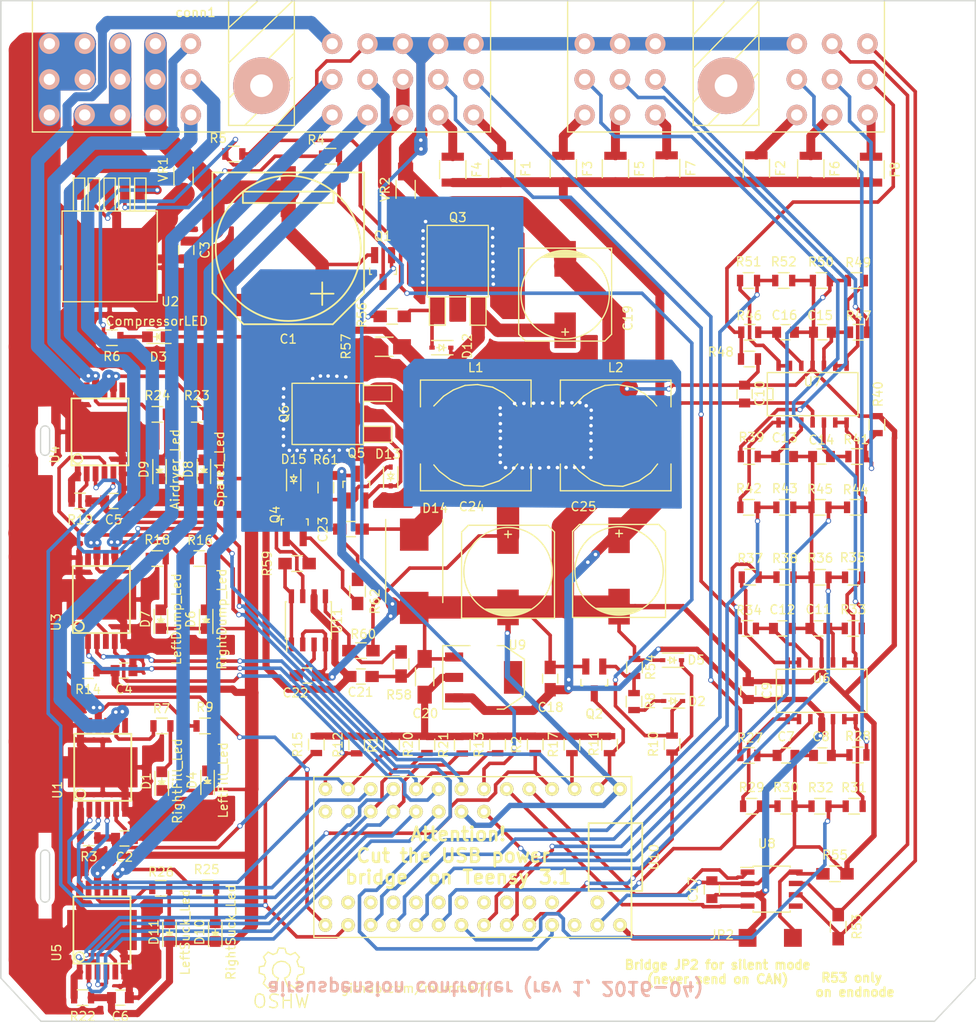
<source format=kicad_pcb>
(kicad_pcb (version 4) (host pcbnew 0.201603210401+6634~43~ubuntu14.04.1-product)
  (layers (0 F.Cu signal) (31 B.Cu signal) (34 B.Paste user) (35 F.Paste user) (36 B.SilkS user) (37 F.SilkS user) (38 B.Mask user) (39 F.Mask user) (44 Edge.Cuts user))
  (net 0 "")
  (net 1 +12V_bat)
  (net 2 GNDPWR)
  (net 3 "Net-(C7-Pad1)")
  (net 4 GND)
  (net 5 "Net-(C8-Pad1)")
  (net 6 +5V)
  (net 7 "Net-(C11-Pad1)")
  (net 8 "Net-(C12-Pad1)")
  (net 9 "Net-(C13-Pad1)")
  (net 10 "Net-(C14-Pad1)")
  (net 11 "Net-(C15-Pad1)")
  (net 12 "Net-(C16-Pad1)")
  (net 13 "/5V power/+12V_IGN_SAFE")
  (net 14 +3.3V)
  (net 15 "Net-(C22-Pad1)")
  (net 16 "Net-(C23-Pad1)")
  (net 17 "Net-(C23-Pad2)")
  (net 18 "Net-(C24-Pad1)")
  (net 19 /RightHeightPot_IN)
  (net 20 /RightHeightPot_5V)
  (net 21 /CAN_HI)
  (net 22 /CAN_LO)
  (net 23 /SpareTemp_IN)
  (net 24 /CompressorTemp_IN)
  (net 25 /SpareTemp_5V)
  (net 26 /CompressorTemp_5V)
  (net 27 /LeftHeightPot_5V)
  (net 28 /RightPressure_5V)
  (net 29 /LeftPressure_5V)
  (net 30 /LeftHeightPot_IN)
  (net 31 /RightPressure_IN)
  (net 32 /LeftPressure_IN)
  (net 33 /Spare1_OUT)
  (net 34 /RightFill_OUT)
  (net 35 /RightSuck_OUT)
  (net 36 /+12V_IGN)
  (net 37 /AnalogSpare_IN)
  (net 38 /CompressorPressure_IN)
  (net 39 /LeftFill_OUT)
  (net 40 /LeftSuck_OUT)
  (net 41 /AnalogSpare_5V)
  (net 42 /CompressorPressure_5V)
  (net 43 /Compressor_OUT)
  (net 44 /RightDump_OUT)
  (net 45 /LeftDump_OUT)
  (net 46 /AirDryer_OUT)
  (net 47 "Net-(D2-Pad1)")
  (net 48 "Net-(D2-Pad2)")
  (net 49 /CompressorCurrent_3.3V)
  (net 50 "Net-(D8-Pad2)")
  (net 51 "Net-(D12-Pad2)")
  (net 52 "Net-(D13-Pad1)")
  (net 53 "Net-(D13-Pad2)")
  (net 54 "Net-(D15-Pad2)")
  (net 55 "Net-(JP2-Pad1)")
  (net 56 /Compressor_ON)
  (net 57 "Net-(Q1-Pad3)")
  (net 58 "Net-(Q2-Pad1)")
  (net 59 /Compressor_DIAG)
  (net 60 "Net-(Q4-Pad2)")
  (net 61 "Net-(Q4-Pad1)")
  (net 62 /RightFill_DIAG)
  (net 63 /LeftFill_DIAG)
  (net 64 "Net-(R3-Pad2)")
  (net 65 "Net-(R4-Pad1)")
  (net 66 "Net-(D3-Pad2)")
  (net 67 "Net-(D1-Pad2)")
  (net 68 "Net-(D4-Pad2)")
  (net 69 /RightDump_DIAG)
  (net 70 /LeftDump_DIAG)
  (net 71 "Net-(R14-Pad2)")
  (net 72 /Spare1_DIAG)
  (net 73 "Net-(D6-Pad2)")
  (net 74 /Airdryer_DIAG)
  (net 75 "Net-(D7-Pad2)")
  (net 76 "Net-(R19-Pad2)")
  (net 77 /RightSuck_DIAG)
  (net 78 /LeftSuck_DIAG)
  (net 79 "Net-(R22-Pad2)")
  (net 80 "Net-(D9-Pad2)")
  (net 81 "Net-(D10-Pad2)")
  (net 82 "Net-(R29-Pad1)")
  (net 83 /CompressorPressure_3.3V)
  (net 84 "Net-(R31-Pad1)")
  (net 85 /RightHeight_3.3V)
  (net 86 "Net-(R35-Pad1)")
  (net 87 /LeftPressure_3.3V)
  (net 88 "Net-(R37-Pad1)")
  (net 89 /AnalogSpare_3.3V)
  (net 90 "Net-(R42-Pad1)")
  (net 91 /RightPressure_3.3V)
  (net 92 "Net-(R44-Pad1)")
  (net 93 /CompressorTemp_3.3V)
  (net 94 "Net-(R49-Pad1)")
  (net 95 /LeftHeight_3.3V)
  (net 96 "Net-(R51-Pad1)")
  (net 97 /SpareTemp_3.3V)
  (net 98 "Net-(R58-Pad1)")
  (net 99 "Net-(R59-Pad2)")
  (net 100 /LeftFill_ON)
  (net 101 /RightFill_ON)
  (net 102 "Net-(U1-Pad7)")
  (net 103 "Net-(U1-Pad9)")
  (net 104 "Net-(U1-Pad11)")
  (net 105 /LeftDump_ON)
  (net 106 /RightDump_ON)
  (net 107 "Net-(U3-Pad7)")
  (net 108 "Net-(U3-Pad9)")
  (net 109 "Net-(U3-Pad11)")
  (net 110 /Airdryer_ON)
  (net 111 /Spare1_ON)
  (net 112 "Net-(U4-Pad7)")
  (net 113 "Net-(U4-Pad9)")
  (net 114 "Net-(U4-Pad11)")
  (net 115 /LeftSuck_ON)
  (net 116 /RightSuck_ON)
  (net 117 "Net-(U5-Pad7)")
  (net 118 "Net-(U5-Pad9)")
  (net 119 "Net-(U5-Pad11)")
  (net 120 /CAN_TX)
  (net 121 /CAN_RX)
  (net 122 "Net-(U8-Pad5)")
  (net 123 "Net-(U10-Pad30)")
  (net 124 "Net-(U10-Pad50)")
  (net 125 "Net-(U10-Pad49)")
  (net 126 "Net-(U10-Pad39)")
  (net 127 "Net-(U10-Pad40)")
  (net 128 "Net-(U10-Pad41)")
  (net 129 "Net-(U10-Pad42)")
  (net 130 "Net-(U10-Pad43)")
  (net 131 "Net-(U10-Pad44)")
  (net 132 "Net-(U10-Pad45)")
  (net 133 "Net-(U10-Pad46)")
  (net 134 "Net-(U10-Pad47)")
  (net 135 "Net-(U10-Pad48)")
  (net 136 "Net-(U10-Pad18)")
  (net 137 "Net-(U10-Pad14)")
  (net 138 "Net-(D11-Pad2)")
  (module kicad_lib:teensy3.1_w_underside (layer F.Cu) (at 129.0828 134.0104 270)
    (fp_text reference U10 (at 0 -20.32 270) (layer F.SilkS))
    (fp_text value Teensy3.1)
    (pad 0 thru_hole circle (at -7.62 -16.51 270) (size 1.524 1.524) (drill 0.762) (layers *.Cu *.Mask F.SilkS) (net 4 GND))
    (pad 1 thru_hole circle (at -7.62 -13.97 270) (size 1.524 1.524) (drill 0.762) (layers *.Cu *.Mask F.SilkS) (net 59 /Compressor_DIAG))
    (pad 2 thru_hole circle (at -7.62 -11.43 270) (size 1.524 1.524) (drill 0.762) (layers *.Cu *.Mask F.SilkS) (net 74 /Airdryer_DIAG))
    (pad 3 thru_hole circle (at -7.62 -8.89 270) (size 1.524 1.524) (drill 0.762) (layers *.Cu *.Mask F.SilkS) (net 63 /LeftFill_DIAG))
    (pad 4 thru_hole circle (at -7.62 -6.35 270) (size 1.524 1.524) (drill 0.762) (layers *.Cu *.Mask F.SilkS) (net 120 /CAN_TX))
    (pad 5 thru_hole circle (at -7.62 -3.81 270) (size 1.524 1.524) (drill 0.762) (layers *.Cu *.Mask F.SilkS) (net 121 /CAN_RX))
    (pad 6 thru_hole circle (at -7.62 -1.27 270) (size 1.524 1.524) (drill 0.762) (layers *.Cu *.Mask F.SilkS) (net 56 /Compressor_ON))
    (pad 7 thru_hole circle (at -7.62 1.27 270) (size 1.524 1.524) (drill 0.762) (layers *.Cu *.Mask F.SilkS) (net 110 /Airdryer_ON))
    (pad 8 thru_hole circle (at -7.62 3.81 270) (size 1.524 1.524) (drill 0.762) (layers *.Cu *.Mask F.SilkS) (net 105 /LeftDump_ON))
    (pad 9 thru_hole circle (at -7.62 6.35 270) (size 1.524 1.524) (drill 0.762) (layers *.Cu *.Mask F.SilkS) (net 70 /LeftDump_DIAG))
    (pad 10 thru_hole circle (at -7.62 8.89 270) (size 1.524 1.524) (drill 0.762) (layers *.Cu *.Mask F.SilkS) (net 100 /LeftFill_ON))
    (pad 11 thru_hole circle (at -7.62 11.43 270) (size 1.524 1.524) (drill 0.762) (layers *.Cu *.Mask F.SilkS) (net 101 /RightFill_ON))
    (pad 12 thru_hole circle (at -7.62 13.97 270) (size 1.524 1.524) (drill 0.762) (layers *.Cu *.Mask F.SilkS) (net 62 /RightFill_DIAG))
    (pad 13 thru_hole circle (at -7.62 16.51 270) (size 1.524 1.524) (drill 0.762) (layers *.Cu *.Mask F.SilkS) (net 69 /RightDump_DIAG))
    (pad 19 thru_hole circle (at 7.62 16.51 270) (size 1.524 1.524) (drill 0.762) (layers *.Cu *.Mask F.SilkS) (net 106 /RightDump_ON))
    (pad 20 thru_hole circle (at 7.62 13.97 270) (size 1.524 1.524) (drill 0.762) (layers *.Cu *.Mask F.SilkS) (net 72 /Spare1_DIAG))
    (pad 21 thru_hole circle (at 7.62 11.43 270) (size 1.524 1.524) (drill 0.762) (layers *.Cu *.Mask F.SilkS) (net 97 /SpareTemp_3.3V))
    (pad 22 thru_hole circle (at 7.62 8.89 270) (size 1.524 1.524) (drill 0.762) (layers *.Cu *.Mask F.SilkS) (net 91 /RightPressure_3.3V))
    (pad 23 thru_hole circle (at 7.62 6.35 270) (size 1.524 1.524) (drill 0.762) (layers *.Cu *.Mask F.SilkS) (net 87 /LeftPressure_3.3V))
    (pad 24 thru_hole circle (at 7.62 3.81 270) (size 1.524 1.524) (drill 0.762) (layers *.Cu *.Mask F.SilkS) (net 83 /CompressorPressure_3.3V))
    (pad 25 thru_hole circle (at 7.62 1.27 270) (size 1.524 1.524) (drill 0.762) (layers *.Cu *.Mask F.SilkS) (net 85 /RightHeight_3.3V))
    (pad 26 thru_hole circle (at 7.62 -1.27 270) (size 1.524 1.524) (drill 0.762) (layers *.Cu *.Mask F.SilkS) (net 95 /LeftHeight_3.3V))
    (pad 27 thru_hole circle (at 7.62 -3.81 270) (size 1.524 1.524) (drill 0.762) (layers *.Cu *.Mask F.SilkS) (net 89 /AnalogSpare_3.3V))
    (pad 28 thru_hole circle (at 7.62 -6.35 270) (size 1.524 1.524) (drill 0.762) (layers *.Cu *.Mask F.SilkS) (net 49 /CompressorCurrent_3.3V))
    (pad 29 thru_hole circle (at 7.62 -8.89 270) (size 1.524 1.524) (drill 0.762) (layers *.Cu *.Mask F.SilkS) (net 111 /Spare1_ON))
    (pad 30 thru_hole circle (at 7.62 -11.43 270) (size 1.524 1.524) (drill 0.762) (layers *.Cu *.Mask F.SilkS) (net 123 "Net-(U10-Pad30)"))
    (pad 31 thru_hole circle (at 7.62 -13.97 270) (size 1.524 1.524) (drill 0.762) (layers *.Cu *.Mask F.SilkS) (net 4 GND))
    (pad 32 thru_hole circle (at 7.62 -16.51 270) (size 1.524 1.524) (drill 0.762) (layers *.Cu *.Mask F.SilkS) (net 6 +5V))
    (pad 50 thru_hole circle (at 5.08 -13.97 270) (size 1.524 1.524) (drill 0.762) (layers *.Cu *.Mask F.SilkS) (net 124 "Net-(U10-Pad50)"))
    (pad 49 thru_hole circle (at 5.08 -8.89 270) (size 1.524 1.524) (drill 0.762) (layers *.Cu *.Mask F.SilkS) (net 125 "Net-(U10-Pad49)"))
    (pad 33 thru_hole circle (at -5.08 -1.27 270) (size 1.524 1.524) (drill 0.762) (layers *.Cu *.Mask F.SilkS) (net 93 /CompressorTemp_3.3V))
    (pad 34 thru_hole circle (at -5.08 1.27 270) (size 1.524 1.524) (drill 0.762) (layers *.Cu *.Mask F.SilkS) (net 4 GND))
    (pad 35 thru_hole circle (at -5.08 3.81 270) (size 1.524 1.524) (drill 0.762) (layers *.Cu *.Mask F.SilkS) (net 115 /LeftSuck_ON))
    (pad 36 thru_hole circle (at -5.08 6.35 270) (size 1.524 1.524) (drill 0.762) (layers *.Cu *.Mask F.SilkS) (net 116 /RightSuck_ON))
    (pad 37 thru_hole circle (at -5.08 8.89 270) (size 1.524 1.524) (drill 0.762) (layers *.Cu *.Mask F.SilkS) (net 78 /LeftSuck_DIAG))
    (pad 38 thru_hole circle (at -5.08 11.43 270) (size 1.524 1.524) (drill 0.762) (layers *.Cu *.Mask F.SilkS) (net 77 /RightSuck_DIAG))
    (pad 39 thru_hole circle (at -5.08 13.97 270) (size 1.524 1.524) (drill 0.762) (layers *.Cu *.Mask F.SilkS) (net 126 "Net-(U10-Pad39)"))
    (pad 40 thru_hole circle (at 5.08 13.97 270) (size 1.524 1.524) (drill 0.762) (layers *.Cu *.Mask F.SilkS) (net 127 "Net-(U10-Pad40)"))
    (pad 41 thru_hole circle (at 5.08 11.43 270) (size 1.524 1.524) (drill 0.762) (layers *.Cu *.Mask F.SilkS) (net 128 "Net-(U10-Pad41)"))
    (pad 42 thru_hole circle (at 5.08 8.89 270) (size 1.524 1.524) (drill 0.762) (layers *.Cu *.Mask F.SilkS) (net 129 "Net-(U10-Pad42)"))
    (pad 43 thru_hole circle (at 5.08 6.35 270) (size 1.524 1.524) (drill 0.762) (layers *.Cu *.Mask F.SilkS) (net 130 "Net-(U10-Pad43)"))
    (pad 44 thru_hole circle (at 5.08 3.81 270) (size 1.524 1.524) (drill 0.762) (layers *.Cu *.Mask F.SilkS) (net 131 "Net-(U10-Pad44)"))
    (pad 45 thru_hole circle (at 5.08 1.27 270) (size 1.524 1.524) (drill 0.762) (layers *.Cu *.Mask F.SilkS) (net 132 "Net-(U10-Pad45)"))
    (pad 46 thru_hole circle (at 5.08 -1.27 270) (size 1.524 1.524) (drill 0.762) (layers *.Cu *.Mask F.SilkS) (net 133 "Net-(U10-Pad46)"))
    (pad 47 thru_hole circle (at 5.08 -3.81 270) (size 1.524 1.524) (drill 0.762) (layers *.Cu *.Mask F.SilkS) (net 134 "Net-(U10-Pad47)"))
    (pad 48 thru_hole circle (at 5.08 -6.35 270) (size 1.524 1.524) (drill 0.762) (layers *.Cu *.Mask F.SilkS) (net 135 "Net-(U10-Pad48)"))
    (pad 18 thru_hole circle (at -5.08 16.51 270) (size 1.524 1.524) (drill 0.762) (layers *.Cu *.Mask F.SilkS) (net 136 "Net-(U10-Pad18)"))
    (pad 14 thru_hole circle (at 5.08 16.51 270) (size 1.524 1.524) (drill 0.762) (layers *.Cu *.Mask F.SilkS) (net 137 "Net-(U10-Pad14)"))
  )
  (module cinch:Conn48pin (layer F.Cu) (at 105.41 47.625)
    (fp_text reference conn1 (at -7.3914 -8.2042) (layer F.SilkS))
    (fp_text value Conn48pin)
    (pad "" thru_hole circle (at 52.07 0) (size 6.35 6.35) (drill 2.54) (layers *.Cu *.Mask B.SilkS))
    (pad "" thru_hole circle (at 0 0) (size 6.35 6.35) (drill 2.54) (layers *.Cu *.Mask B.SilkS))
    (pad 7 thru_hole circle (at 44.1452 -4.699) (size 2.286 2.286) (drill 1.27) (layers *.Cu *.Mask B.SilkS) (net 4 GND))
    (pad 8 thru_hole circle (at 44.1452 -0.7112) (size 2.286 2.286) (drill 1.27) (layers *.Cu *.Mask B.SilkS) (net 30 /LeftHeightPot_IN))
    (pad 9 thru_hole circle (at 44.1452 3.2766) (size 2.286 2.286) (drill 1.27) (layers *.Cu *.Mask B.SilkS) (net 27 /LeftHeightPot_5V))
    (pad 4 thru_hole circle (at 40.1828 -4.699) (size 2.286 2.286) (drill 1.27) (layers *.Cu *.Mask B.SilkS) (net 4 GND))
    (pad 1 thru_hole circle (at 36.2204 -4.699) (size 2.286 2.286) (drill 1.27) (layers *.Cu *.Mask B.SilkS) (net 4 GND))
    (pad 2 thru_hole circle (at 36.2204 -0.7112) (size 2.286 2.286) (drill 1.27) (layers *.Cu *.Mask B.SilkS) (net 32 /LeftPressure_IN))
    (pad 5 thru_hole circle (at 40.1828 -0.7112) (size 2.286 2.286) (drill 1.27) (layers *.Cu *.Mask B.SilkS) (net 31 /RightPressure_IN))
    (pad 3 thru_hole circle (at 36.2204 3.2766) (size 2.286 2.286) (drill 1.27) (layers *.Cu *.Mask B.SilkS) (net 29 /LeftPressure_5V))
    (pad 6 thru_hole circle (at 40.1828 3.2766) (size 2.286 2.286) (drill 1.27) (layers *.Cu *.Mask B.SilkS) (net 28 /RightPressure_5V))
    (pad 12 thru_hole circle (at 59.9948 3.2766) (size 2.286 2.286) (drill 1.27) (layers *.Cu *.Mask B.SilkS) (net 20 /RightHeightPot_5V))
    (pad 15 thru_hole circle (at 63.9572 3.2766) (size 2.286 2.286) (drill 1.27) (layers *.Cu *.Mask B.SilkS) (net 26 /CompressorTemp_5V))
    (pad 18 thru_hole circle (at 67.9196 3.2766) (size 2.286 2.286) (drill 1.27) (layers *.Cu *.Mask B.SilkS) (net 25 /SpareTemp_5V))
    (pad 11 thru_hole circle (at 59.9948 -0.7112) (size 2.286 2.286) (drill 1.27) (layers *.Cu *.Mask B.SilkS) (net 19 /RightHeightPot_IN))
    (pad 14 thru_hole circle (at 63.9572 -0.7112) (size 2.286 2.286) (drill 1.27) (layers *.Cu *.Mask B.SilkS) (net 24 /CompressorTemp_IN))
    (pad 17 thru_hole circle (at 67.9196 -0.7112) (size 2.286 2.286) (drill 1.27) (layers *.Cu *.Mask B.SilkS) (net 23 /SpareTemp_IN))
    (pad 10 thru_hole circle (at 59.9948 -4.699) (size 2.286 2.286) (drill 1.27) (layers *.Cu *.Mask B.SilkS) (net 4 GND))
    (pad 13 thru_hole circle (at 63.9572 -4.699) (size 2.286 2.286) (drill 1.27) (layers *.Cu *.Mask B.SilkS) (net 21 /CAN_HI))
    (pad 16 thru_hole circle (at 67.9196 -4.699) (size 2.286 2.286) (drill 1.27) (layers *.Cu *.Mask B.SilkS) (net 22 /CAN_LO))
    (pad 31 thru_hole circle (at -7.9248 -4.699) (size 2.286 2.286) (drill 1.27) (layers *.Cu *.Mask B.SilkS) (net 46 /AirDryer_OUT))
    (pad 28 thru_hole circle (at -11.8872 -4.699) (size 2.286 2.286) (drill 1.27) (layers *.Cu *.Mask B.SilkS) (net 2 GNDPWR))
    (pad 25 thru_hole circle (at -15.8496 -4.699) (size 2.286 2.286) (drill 1.27) (layers *.Cu *.Mask B.SilkS) (net 43 /Compressor_OUT))
    (pad 22 thru_hole circle (at -19.812 -4.699) (size 2.286 2.286) (drill 1.27) (layers *.Cu *.Mask B.SilkS) (net 1 +12V_bat))
    (pad 19 thru_hole circle (at -23.7744 -4.699) (size 2.286 2.286) (drill 1.27) (layers *.Cu *.Mask B.SilkS) (net 1 +12V_bat))
    (pad 32 thru_hole circle (at -7.9248 -0.7112) (size 2.286 2.286) (drill 1.27) (layers *.Cu *.Mask B.SilkS) (net 44 /RightDump_OUT))
    (pad 29 thru_hole circle (at -11.8872 -0.7112) (size 2.286 2.286) (drill 1.27) (layers *.Cu *.Mask B.SilkS) (net 2 GNDPWR))
    (pad 26 thru_hole circle (at -15.8496 -0.7112) (size 2.286 2.286) (drill 1.27) (layers *.Cu *.Mask B.SilkS) (net 43 /Compressor_OUT))
    (pad 23 thru_hole circle (at -19.812 -0.7112) (size 2.286 2.286) (drill 1.27) (layers *.Cu *.Mask B.SilkS) (net 1 +12V_bat))
    (pad 20 thru_hole circle (at -23.7744 -0.7112) (size 2.286 2.286) (drill 1.27) (layers *.Cu *.Mask B.SilkS) (net 1 +12V_bat))
    (pad 33 thru_hole circle (at -7.9248 3.2766) (size 2.286 2.286) (drill 1.27) (layers *.Cu *.Mask B.SilkS) (net 45 /LeftDump_OUT))
    (pad 30 thru_hole circle (at -11.8872 3.2766) (size 2.286 2.286) (drill 1.27) (layers *.Cu *.Mask B.SilkS) (net 2 GNDPWR))
    (pad 27 thru_hole circle (at -15.8496 3.2766) (size 2.286 2.286) (drill 1.27) (layers *.Cu *.Mask B.SilkS) (net 43 /Compressor_OUT))
    (pad 24 thru_hole circle (at -19.812 3.2766) (size 2.286 2.286) (drill 1.27) (layers *.Cu *.Mask B.SilkS) (net 43 /Compressor_OUT))
    (pad 21 thru_hole circle (at -23.7744 3.2766) (size 2.286 2.286) (drill 1.27) (layers *.Cu *.Mask B.SilkS) (net 1 +12V_bat))
    (pad 34 thru_hole circle (at 7.9248 -4.699) (size 2.286 2.286) (drill 1.27) (layers *.Cu *.Mask B.SilkS) (net 33 /Spare1_OUT))
    (pad 37 thru_hole circle (at 11.8872 -4.699) (size 2.286 2.286) (drill 1.27) (layers *.Cu *.Mask B.SilkS) (net 4 GND))
    (pad 40 thru_hole circle (at 15.8496 -4.699) (size 2.286 2.286) (drill 1.27) (layers *.Cu *.Mask B.SilkS) (net 4 GND))
    (pad 43 thru_hole circle (at 19.812 -4.699) (size 2.286 2.286) (drill 1.27) (layers *.Cu *.Mask B.SilkS) (net 4 GND))
    (pad 46 thru_hole circle (at 23.7744 -4.699) (size 2.286 2.286) (drill 1.27) (layers *.Cu *.Mask B.SilkS) (net 4 GND))
    (pad 35 thru_hole circle (at 7.9248 -0.7112) (size 2.286 2.286) (drill 1.27) (layers *.Cu *.Mask B.SilkS) (net 34 /RightFill_OUT))
    (pad 38 thru_hole circle (at 11.8872 -0.7112) (size 2.286 2.286) (drill 1.27) (layers *.Cu *.Mask B.SilkS) (net 35 /RightSuck_OUT))
    (pad 41 thru_hole circle (at 15.8496 -0.7112) (size 2.286 2.286) (drill 1.27) (layers *.Cu *.Mask B.SilkS) (net 36 /+12V_IGN))
    (pad 44 thru_hole circle (at 19.812 -0.7112) (size 2.286 2.286) (drill 1.27) (layers *.Cu *.Mask B.SilkS) (net 37 /AnalogSpare_IN))
    (pad 47 thru_hole circle (at 23.7744 -0.7112) (size 2.286 2.286) (drill 1.27) (layers *.Cu *.Mask B.SilkS) (net 38 /CompressorPressure_IN))
    (pad 36 thru_hole circle (at 7.9248 3.2766) (size 2.286 2.286) (drill 1.27) (layers *.Cu *.Mask B.SilkS) (net 39 /LeftFill_OUT))
    (pad 39 thru_hole circle (at 11.8872 3.2766) (size 2.286 2.286) (drill 1.27) (layers *.Cu *.Mask B.SilkS) (net 40 /LeftSuck_OUT))
    (pad 42 thru_hole circle (at 15.8496 3.2766) (size 2.286 2.286) (drill 1.27) (layers *.Cu *.Mask B.SilkS) (net 36 /+12V_IGN))
    (pad 45 thru_hole circle (at 19.812 3.2766) (size 2.286 2.286) (drill 1.27) (layers *.Cu *.Mask B.SilkS) (net 41 /AnalogSpare_5V))
    (pad 48 thru_hole circle (at 23.7744 3.2766) (size 2.286 2.286) (drill 1.27) (layers *.Cu *.Mask B.SilkS) (net 42 /CompressorPressure_5V))
  )
  (module kicad_lib:SMD_Cap_16x16.5 (layer F.Cu) (at 108.4072 65.8368)
    (fp_text reference C1 (at 0 10.16 180) (layer F.SilkS))
    (fp_text value 1000uF)
    (pad 1 smd rect (at 0 6.35) (size 1.7 5.7) (layers F.Cu F.Paste F.Mask) (net 1 +12V_bat))
    (pad 2 smd rect (at 0 -6.35) (size 1.7 5.7) (layers F.Cu F.Paste F.Mask) (net 2 GNDPWR))
  )
  (module Capacitors_SMD:C_0805 (layer F.Cu) (at 90.0524 131.9276 180)
    (fp_text reference C2 (at 0 -2.1 180) (layer F.SilkS))
    (fp_text value 220nF)
    (pad 1 smd rect (at -1 0 180) (size 1 1.25) (layers F.Cu F.Paste F.Mask) (net 1 +12V_bat))
    (pad 2 smd rect (at 1 0 180) (size 1 1.25) (layers F.Cu F.Paste F.Mask) (net 2 GNDPWR))
  )
  (module Capacitors_SMD:C_0805 (layer F.Cu) (at 96.9772 66.024 270)
    (fp_text reference C3 (at 0 -2.1 270) (layer F.SilkS))
    (fp_text value 220nF)
    (pad 1 smd rect (at -1 0 270) (size 1 1.25) (layers F.Cu F.Paste F.Mask) (net 2 GNDPWR))
    (pad 2 smd rect (at 1 0 270) (size 1 1.25) (layers F.Cu F.Paste F.Mask) (net 1 +12V_bat))
  )
  (module Capacitors_SMD:C_0805 (layer F.Cu) (at 90.0016 113.1316 180)
    (fp_text reference C4 (at 0 -2.1 180) (layer F.SilkS))
    (fp_text value 220nF)
    (pad 1 smd rect (at -1 0 180) (size 1 1.25) (layers F.Cu F.Paste F.Mask) (net 1 +12V_bat))
    (pad 2 smd rect (at 1 0 180) (size 1 1.25) (layers F.Cu F.Paste F.Mask) (net 2 GNDPWR))
  )
  (module Capacitors_SMD:C_0805 (layer F.Cu) (at 88.8332 94.1324 180)
    (fp_text reference C5 (at 0 -2.1 180) (layer F.SilkS))
    (fp_text value 220nF)
    (pad 1 smd rect (at -1 0 180) (size 1 1.25) (layers F.Cu F.Paste F.Mask) (net 1 +12V_bat))
    (pad 2 smd rect (at 1 0 180) (size 1 1.25) (layers F.Cu F.Paste F.Mask) (net 2 GNDPWR))
  )
  (module Capacitors_SMD:C_0805 (layer F.Cu) (at 89.5952 149.7584 180)
    (fp_text reference C6 (at 0 -2.1 180) (layer F.SilkS))
    (fp_text value 220nF)
    (pad 1 smd rect (at -1 0 180) (size 1 1.25) (layers F.Cu F.Paste F.Mask) (net 1 +12V_bat))
    (pad 2 smd rect (at 1 0 180) (size 1 1.25) (layers F.Cu F.Paste F.Mask) (net 2 GNDPWR))
  )
  (module Capacitors_SMD:C_0805 (layer F.Cu) (at 164.2016 122.6312)
    (fp_text reference C7 (at 0 -2.1) (layer F.SilkS))
    (fp_text value 1uF)
    (pad 1 smd rect (at -1 0) (size 1 1.25) (layers F.Cu F.Paste F.Mask) (net 3 "Net-(C7-Pad1)"))
    (pad 2 smd rect (at 1 0) (size 1 1.25) (layers F.Cu F.Paste F.Mask) (net 4 GND))
  )
  (module Capacitors_SMD:C_0805 (layer F.Cu) (at 168.2844 122.6312 180)
    (fp_text reference C8 (at 0.1618 2.1082 180) (layer F.SilkS))
    (fp_text value 1uF)
    (pad 1 smd rect (at -1 0 180) (size 1 1.25) (layers F.Cu F.Paste F.Mask) (net 5 "Net-(C8-Pad1)"))
    (pad 2 smd rect (at 1 0 180) (size 1 1.25) (layers F.Cu F.Paste F.Mask) (net 4 GND))
  )
  (module Capacitors_SMD:C_0805 (layer F.Cu) (at 159.9692 115.3668 270)
    (fp_text reference C9 (at 0 -2.1 270) (layer F.SilkS))
    (fp_text value 220nF)
    (pad 1 smd rect (at -1 0 270) (size 1 1.25) (layers F.Cu F.Paste F.Mask) (net 4 GND))
    (pad 2 smd rect (at 1 0 270) (size 1 1.25) (layers F.Cu F.Paste F.Mask) (net 6 +5V))
  )
  (module Capacitors_SMD:C_0805 (layer F.Cu) (at 159.5628 82.1596 270)
    (fp_text reference C10 (at -0.0668 -1.7018 270) (layer F.SilkS))
    (fp_text value 220nF)
    (pad 1 smd rect (at -1 0 270) (size 1 1.25) (layers F.Cu F.Paste F.Mask) (net 4 GND))
    (pad 2 smd rect (at 1 0 270) (size 1 1.25) (layers F.Cu F.Paste F.Mask) (net 6 +5V))
  )
  (module Capacitors_SMD:C_0805 (layer F.Cu) (at 167.878 108.4072 180)
    (fp_text reference C11 (at 0.0348 2.1336 180) (layer F.SilkS))
    (fp_text value 1uF)
    (pad 1 smd rect (at -1 0 180) (size 1 1.25) (layers F.Cu F.Paste F.Mask) (net 7 "Net-(C11-Pad1)"))
    (pad 2 smd rect (at 1 0 180) (size 1 1.25) (layers F.Cu F.Paste F.Mask) (net 4 GND))
  )
  (module Capacitors_SMD:C_0805 (layer F.Cu) (at 163.7952 108.4072)
    (fp_text reference C12 (at 0 -2.1) (layer F.SilkS))
    (fp_text value 1uF)
    (pad 1 smd rect (at -1 0) (size 1 1.25) (layers F.Cu F.Paste F.Mask) (net 8 "Net-(C12-Pad1)"))
    (pad 2 smd rect (at 1 0) (size 1 1.25) (layers F.Cu F.Paste F.Mask) (net 4 GND))
  )
  (module Capacitors_SMD:C_0805 (layer F.Cu) (at 164.0492 89.154)
    (fp_text reference C13 (at 0 -2.1) (layer F.SilkS))
    (fp_text value 1uF)
    (pad 1 smd rect (at -1 0) (size 1 1.25) (layers F.Cu F.Paste F.Mask) (net 9 "Net-(C13-Pad1)"))
    (pad 2 smd rect (at 1 0) (size 1 1.25) (layers F.Cu F.Paste F.Mask) (net 4 GND))
  )
  (module Capacitors_SMD:C_0805 (layer F.Cu) (at 168.1828 89.154 180)
    (fp_text reference C14 (at 0.0094 1.8542 180) (layer F.SilkS))
    (fp_text value 1uF)
    (pad 1 smd rect (at -1 0 180) (size 1 1.25) (layers F.Cu F.Paste F.Mask) (net 10 "Net-(C14-Pad1)"))
    (pad 2 smd rect (at 1 0 180) (size 1 1.25) (layers F.Cu F.Paste F.Mask) (net 4 GND))
  )
  (module Capacitors_SMD:C_0805 (layer F.Cu) (at 168.2844 75.2348 180)
    (fp_text reference C15 (at 0.2634 1.8796 180) (layer F.SilkS))
    (fp_text value 1uF)
    (pad 1 smd rect (at -1 0 180) (size 1 1.25) (layers F.Cu F.Paste F.Mask) (net 11 "Net-(C15-Pad1)"))
    (pad 2 smd rect (at 1 0 180) (size 1 1.25) (layers F.Cu F.Paste F.Mask) (net 4 GND))
  )
  (module Capacitors_SMD:C_0805 (layer F.Cu) (at 164.1508 75.2348)
    (fp_text reference C16 (at -0.1176 -1.905) (layer F.SilkS))
    (fp_text value 1uF)
    (pad 1 smd rect (at -1 0) (size 1 1.25) (layers F.Cu F.Paste F.Mask) (net 12 "Net-(C16-Pad1)"))
    (pad 2 smd rect (at 1 0) (size 1 1.25) (layers F.Cu F.Paste F.Mask) (net 4 GND))
  )
  (module Capacitors_SMD:C_0805 (layer F.Cu) (at 155.8925 137.668 90)
    (fp_text reference C17 (at 0 -2.1 90) (layer F.SilkS))
    (fp_text value 220nF)
    (pad 1 smd rect (at -1 0 90) (size 1 1.25) (layers F.Cu F.Paste F.Mask) (net 6 +5V))
    (pad 2 smd rect (at 1 0 90) (size 1 1.25) (layers F.Cu F.Paste F.Mask) (net 4 GND))
  )
  (module Capacitors_SMD:C_0805_HandSoldering (layer F.Cu) (at 137.7696 114.026 90)
    (fp_text reference C18 (at -3.2204 0.0508 180) (layer F.SilkS))
    (fp_text value 100nF)
    (pad 1 smd rect (at -1.25 0 90) (size 1.5 1.25) (layers F.Cu F.Paste F.Mask) (net 6 +5V))
    (pad 2 smd rect (at 1.25 0 90) (size 1.5 1.25) (layers F.Cu F.Paste F.Mask) (net 4 GND))
  )
  (module Capacitors_SMD:c_elec_10x10.5 (layer F.Cu) (at 139.446 71.0184 270)
    (fp_text reference C19 (at 2.6416 -7.0358 270) (layer F.SilkS))
    (fp_text value 680uF)
    (pad 1 smd rect (at 4.0005 0 270) (size 4.0005 2.4003) (layers F.Cu F.Paste F.Mask) (net 13 "/5V power/+12V_IGN_SAFE"))
    (pad 2 smd rect (at -4.0005 0 270) (size 4.0005 2.4003) (layers F.Cu F.Paste F.Mask) (net 4 GND))
  )
  (module Capacitors_SMD:C_1206_HandSoldering (layer F.Cu) (at 123.698 113.824 90)
    (fp_text reference C20 (at -4.1082 0.0762 180) (layer F.SilkS))
    (fp_text value 10uF)
    (pad 1 smd rect (at -2 0 90) (size 2 1.6) (layers F.Cu F.Paste F.Mask) (net 14 +3.3V))
    (pad 2 smd rect (at 2 0 90) (size 2 1.6) (layers F.Cu F.Paste F.Mask) (net 4 GND))
  )
  (module Capacitors_SMD:C_0805_HandSoldering (layer F.Cu) (at 116.5552 113.792)
    (fp_text reference C21 (at -0.0454 1.7526) (layer F.SilkS))
    (fp_text value 100n)
    (pad 1 smd rect (at -1.25 0) (size 1.5 1.25) (layers F.Cu F.Paste F.Mask) (net 13 "/5V power/+12V_IGN_SAFE"))
    (pad 2 smd rect (at 1.25 0) (size 1.5 1.25) (layers F.Cu F.Paste F.Mask) (net 4 GND))
  )
  (module Capacitors_SMD:C_0805_HandSoldering (layer F.Cu) (at 110.5608 113.6904)
    (fp_text reference C22 (at -1.3408 1.9304) (layer F.SilkS))
    (fp_text value 1n)
    (pad 1 smd rect (at -1.25 0) (size 1.5 1.25) (layers F.Cu F.Paste F.Mask) (net 15 "Net-(C22-Pad1)"))
    (pad 2 smd rect (at 1.25 0) (size 1.5 1.25) (layers F.Cu F.Paste F.Mask) (net 4 GND))
  )
  (module Capacitors_SMD:C_0805_HandSoldering (layer F.Cu) (at 115.4376 97.282)
    (fp_text reference C23 (at -3.1442 0.0508 90) (layer F.SilkS))
    (fp_text value 100n)
    (pad 1 smd rect (at -1.25 0) (size 1.5 1.25) (layers F.Cu F.Paste F.Mask) (net 16 "Net-(C23-Pad1)"))
    (pad 2 smd rect (at 1.25 0) (size 1.5 1.25) (layers F.Cu F.Paste F.Mask) (net 17 "Net-(C23-Pad2)"))
  )
  (module Capacitors_SMD:c_elec_10x10.5 (layer F.Cu) (at 133.0452 102.0572 90)
    (fp_text reference C24 (at 7.2898 -4.064 180) (layer F.SilkS))
    (fp_text value 680uF)
    (pad 1 smd rect (at 4.0005 0 90) (size 4.0005 2.4003) (layers F.Cu F.Paste F.Mask) (net 18 "Net-(C24-Pad1)"))
    (pad 2 smd rect (at -4.0005 0 90) (size 4.0005 2.4003) (layers F.Cu F.Paste F.Mask) (net 4 GND))
  )
  (module Capacitors_SMD:c_elec_10x10.5 (layer F.Cu) (at 145.4912 101.9683 90)
    (fp_text reference C25 (at 7.2009 -3.9878 180) (layer F.SilkS))
    (fp_text value 680uF)
    (pad 1 smd rect (at 4.0005 0 90) (size 4.0005 2.4003) (layers F.Cu F.Paste F.Mask) (net 6 +5V))
    (pad 2 smd rect (at -4.0005 0 90) (size 4.0005 2.4003) (layers F.Cu F.Paste F.Mask) (net 4 GND))
  )
  (module Diodes_SMD:SOD-323 (layer F.Cu) (at 151.5482 116.5352 180)
    (fp_text reference D2 (at -2.6806 -0.0508 180) (layer F.SilkS))
    (fp_text value 3.3V)
    (pad 1 smd rect (at -1.055 0 180) (size 0.59 0.45) (layers F.Cu F.Paste F.Mask) (net 47 "Net-(D2-Pad1)"))
    (pad 2 smd rect (at 1.055 0 180) (size 0.59 0.45) (layers F.Cu F.Paste F.Mask) (net 48 "Net-(D2-Pad2)"))
  )
  (module Diodes_SMD:SOD-323 (layer F.Cu) (at 151.4348 111.9632 180)
    (fp_text reference D5 (at -2.6924 0.0254 180) (layer F.SilkS))
    (fp_text value 3,3V)
    (pad 1 smd rect (at -1.055 0 180) (size 0.59 0.45) (layers F.Cu F.Paste F.Mask) (net 49 /CompressorCurrent_3.3V))
    (pad 2 smd rect (at 1.055 0 180) (size 0.59 0.45) (layers F.Cu F.Paste F.Mask) (net 4 GND))
  )
  (module LEDs:LED_0805 (layer F.Cu) (at 98.9584 90.5764 90)
    (fp_text reference D8 (at 0 -1.75 90) (layer F.SilkS))
    (fp_text value Spare1_Led (at 0 1.75 90) (layer F.SilkS))
    (pad 2 smd rect (at 1.04902 0 270) (size 1.19888 1.19888) (layers F.Cu F.Paste F.Mask) (net 50 "Net-(D8-Pad2)"))
    (pad 1 smd rect (at -1.04902 0 270) (size 1.19888 1.19888) (layers F.Cu F.Paste F.Mask) (net 2 GNDPWR))
  )
  (module Diodes_SMD:SOD-323 (layer F.Cu) (at 125.5776 76.962 180)
    (fp_text reference D12 (at -2.8956 0.1778 270) (layer F.SilkS))
    (fp_text value 10v)
    (pad 1 smd rect (at -1.055 0 180) (size 0.59 0.45) (layers F.Cu F.Paste F.Mask) (net 13 "/5V power/+12V_IGN_SAFE"))
    (pad 2 smd rect (at 1.055 0 180) (size 0.59 0.45) (layers F.Cu F.Paste F.Mask) (net 51 "Net-(D12-Pad2)"))
  )
  (module Diodes_SMD:SOD-323 (layer F.Cu) (at 119.888 91.3892 90)
    (fp_text reference D13 (at 2.5155 -0.3048 180) (layer F.SilkS))
    (fp_text value 1n4148w)
    (pad 1 smd rect (at -1.055 0 90) (size 0.59 0.45) (layers F.Cu F.Paste F.Mask) (net 52 "Net-(D13-Pad1)"))
    (pad 2 smd rect (at 1.055 0 90) (size 0.59 0.45) (layers F.Cu F.Paste F.Mask) (net 53 "Net-(D13-Pad2)"))
  )
  (module Diodes_SMD:SOD-323 (layer F.Cu) (at 109.0168 91.694 90)
    (fp_text reference D15 (at 2.2352 0 180) (layer F.SilkS))
    (fp_text value 1n4148w)
    (pad 1 smd rect (at -1.055 0 90) (size 0.59 0.45) (layers F.Cu F.Paste F.Mask) (net 16 "Net-(C23-Pad1)"))
    (pad 2 smd rect (at 1.055 0 90) (size 0.59 0.45) (layers F.Cu F.Paste F.Mask) (net 54 "Net-(D15-Pad2)"))
  )
  (module Resistors_SMD:R_1210 (layer F.Cu) (at 132.334 56.9236 270)
    (fp_text reference F1 (at 0 -2.7 270) (layer F.SilkS))
    (fp_text value "15R PTC fuse" hide)
    (pad 1 smd rect (at -1.45 0 270) (size 0.9 2.5) (layers F.Cu F.Paste F.Mask) (net 42 /CompressorPressure_5V))
    (pad 2 smd rect (at 1.45 0 270) (size 0.9 2.5) (layers F.Cu F.Paste F.Mask) (net 6 +5V))
  )
  (module Resistors_SMD:R_1210 (layer F.Cu) (at 160.8836 56.8684 270)
    (fp_text reference F2 (at 0 -2.7 270) (layer F.SilkS))
    (fp_text value "15R PTC fuse" hide)
    (pad 1 smd rect (at -1.45 0 270) (size 0.9 2.5) (layers F.Cu F.Paste F.Mask) (net 20 /RightHeightPot_5V))
    (pad 2 smd rect (at 1.45 0 270) (size 0.9 2.5) (layers F.Cu F.Paste F.Mask) (net 6 +5V))
  )
  (module Resistors_SMD:R_1210 (layer F.Cu) (at 139.2428 56.9236 270)
    (fp_text reference F3 (at 0 -2.7 270) (layer F.SilkS))
    (fp_text value "15R PTC fuse" hide)
    (pad 1 smd rect (at -1.45 0 270) (size 0.9 2.5) (layers F.Cu F.Paste F.Mask) (net 29 /LeftPressure_5V))
    (pad 2 smd rect (at 1.45 0 270) (size 0.9 2.5) (layers F.Cu F.Paste F.Mask) (net 6 +5V))
  )
  (module Resistors_SMD:R_1210 (layer F.Cu) (at 126.8476 57.0252 270)
    (fp_text reference F4 (at 0 -2.7 270) (layer F.SilkS))
    (fp_text value "15R PTC fuse" hide)
    (pad 1 smd rect (at -1.45 0 270) (size 0.9 2.5) (layers F.Cu F.Paste F.Mask) (net 41 /AnalogSpare_5V))
    (pad 2 smd rect (at 1.45 0 270) (size 0.9 2.5) (layers F.Cu F.Paste F.Mask) (net 6 +5V))
  )
  (module Resistors_SMD:R_1210 (layer F.Cu) (at 145.0848 56.9236 270)
    (fp_text reference F5 (at 0 -2.7 270) (layer F.SilkS))
    (fp_text value "15R PTC fuse" hide)
    (pad 1 smd rect (at -1.45 0 270) (size 0.9 2.5) (layers F.Cu F.Paste F.Mask) (net 28 /RightPressure_5V))
    (pad 2 smd rect (at 1.45 0 270) (size 0.9 2.5) (layers F.Cu F.Paste F.Mask) (net 6 +5V))
  )
  (module Resistors_SMD:R_1210 (layer F.Cu) (at 166.9796 56.9236 270)
    (fp_text reference F6 (at 0 -2.7 270) (layer F.SilkS))
    (fp_text value "15R PTC fuse" hide)
    (pad 1 smd rect (at -1.45 0 270) (size 0.9 2.5) (layers F.Cu F.Paste F.Mask) (net 26 /CompressorTemp_5V))
    (pad 2 smd rect (at 1.45 0 270) (size 0.9 2.5) (layers F.Cu F.Paste F.Mask) (net 6 +5V))
  )
  (module Resistors_SMD:R_1210 (layer F.Cu) (at 150.8252 56.8728 270)
    (fp_text reference F7 (at 0 -2.7 270) (layer F.SilkS))
    (fp_text value "15R PTC fuse" hide)
    (pad 1 smd rect (at -1.45 0 270) (size 0.9 2.5) (layers F.Cu F.Paste F.Mask) (net 27 /LeftHeightPot_5V))
    (pad 2 smd rect (at 1.45 0 270) (size 0.9 2.5) (layers F.Cu F.Paste F.Mask) (net 6 +5V))
  )
  (module Resistors_SMD:R_1210 (layer F.Cu) (at 173.736 57.0252 270)
    (fp_text reference F8 (at 0 -2.7 270) (layer F.SilkS))
    (fp_text value "15R PTC fuse" hide)
    (pad 1 smd rect (at -1.45 0 270) (size 0.9 2.5) (layers F.Cu F.Paste F.Mask) (net 25 /SpareTemp_5V))
    (pad 2 smd rect (at 1.45 0 270) (size 0.9 2.5) (layers F.Cu F.Paste F.Mask) (net 6 +5V))
  )
  (module Oddities:NetTie-I_SMD (layer F.Cu) (at 162.433 143.0655 180)
    (fp_text reference JP2 (at 5.4102 0.3429 180) (layer F.SilkS))
    (fp_text value CAN_Silent hide)
    (pad 1 smd rect (at -2.54 0 180) (size 1.99898 1.99898) (layers F.Cu F.Paste F.Mask) (net 55 "Net-(JP2-Pad1)"))
    (pad 2 smd rect (at 2.54 0 180) (size 1.99898 1.99898) (layers F.Cu F.Paste F.Mask) (net 6 +5V))
  )
  (module Inductors_NEOSID:Neosid_Inductor_SM-NE127 (layer F.Cu) (at 129.4257 86.7918)
    (fp_text reference L1 (at 0 -7.59968) (layer F.SilkS))
    (fp_text value "SRR1240-180M 17.4uH" hide)
    (pad 2 smd rect (at 4.95046 0) (size 2.90068 5.40004) (layers F.Cu F.Paste F.Mask) (net 18 "Net-(C24-Pad1)"))
    (pad 1 smd rect (at -4.95046 0) (size 2.90068 5.40004) (layers F.Cu F.Paste F.Mask) (net 17 "Net-(C23-Pad2)"))
  )
  (module Inductors_NEOSID:Neosid_Inductor_SM-NE127 (layer F.Cu) (at 145.1102 86.7918)
    (fp_text reference L2 (at 0 -7.59968) (layer F.SilkS))
    (fp_text value "SRR1240-180M 17.4uH" hide)
    (pad 2 smd rect (at 4.95046 0) (size 2.90068 5.40004) (layers F.Cu F.Paste F.Mask) (net 6 +5V))
    (pad 1 smd rect (at -4.95046 0) (size 2.90068 5.40004) (layers F.Cu F.Paste F.Mask) (net 18 "Net-(C24-Pad1)"))
  )
  (module TO_SOT_Packages_SMD:TO-252-2Lead (layer F.Cu) (at 127.4064 72.7964)
    (fp_text reference Q3 (at 0 -10.414) (layer F.SilkS))
    (fp_text value IPD50P04P4L-11)
    (pad 1 smd rect (at -2.286 0) (size 1.651 3.048) (layers F.Cu F.Paste F.Mask) (net 51 "Net-(D12-Pad2)"))
    (pad 2 smd rect (at 0 -6.35) (size 6.096 6.096) (layers F.Cu F.Paste F.Mask) (net 36 /+12V_IGN))
    (pad 3 smd rect (at 2.286 0) (size 1.651 3.048) (layers F.Cu F.Paste F.Mask) (net 13 "/5V power/+12V_IGN_SAFE"))
  )
  (module TO_SOT_Packages_SMD:TO-252-2Lead (layer F.Cu) (at 118.364 84.3788 90)
    (fp_text reference Q6 (at 0 -10.414 90) (layer F.SilkS))
    (fp_text value "IPD060N03L G")
    (pad 1 smd rect (at -2.286 0 90) (size 1.651 3.048) (layers F.Cu F.Paste F.Mask) (net 52 "Net-(D13-Pad1)"))
    (pad 2 smd rect (at 0 -6.35 90) (size 6.096 6.096) (layers F.Cu F.Paste F.Mask) (net 54 "Net-(D15-Pad2)"))
    (pad 3 smd rect (at 2.286 0 90) (size 1.651 3.048) (layers F.Cu F.Paste F.Mask) (net 17 "Net-(C23-Pad2)"))
  )
  (module Resistors_SMD:R_0805 (layer F.Cu) (at 119.9896 121.3968 90)
    (fp_text reference R1 (at 0 -2.1 90) (layer F.SilkS))
    (fp_text value 1k)
    (pad 1 smd rect (at -0.95 0 90) (size 0.7 1.3) (layers F.Cu F.Paste F.Mask) (net 62 /RightFill_DIAG))
    (pad 2 smd rect (at 0.95 0 90) (size 0.7 1.3) (layers F.Cu F.Paste F.Mask) (net 14 +3.3V))
  )
  (module Resistors_SMD:R_0805 (layer F.Cu) (at 136.0932 121.412 90)
    (fp_text reference R2 (at 0 -2.1 90) (layer F.SilkS))
    (fp_text value 1k)
    (pad 1 smd rect (at -0.95 0 90) (size 0.7 1.3) (layers F.Cu F.Paste F.Mask) (net 63 /LeftFill_DIAG))
    (pad 2 smd rect (at 0.95 0 90) (size 0.7 1.3) (layers F.Cu F.Paste F.Mask) (net 14 +3.3V))
  )
  (module Resistors_SMD:R_0805 (layer F.Cu) (at 86.0704 131.8768 180)
    (fp_text reference R3 (at 0 -2.1 180) (layer F.SilkS))
    (fp_text value 150R)
    (pad 1 smd rect (at -0.95 0 180) (size 0.7 1.3) (layers F.Cu F.Paste F.Mask) (net 2 GNDPWR))
    (pad 2 smd rect (at 0.95 0 180) (size 0.7 1.3) (layers F.Cu F.Paste F.Mask) (net 64 "Net-(R3-Pad2)"))
  )
  (module Resistors_SMD:R_0805 (layer F.Cu) (at 113.1468 55.5244)
    (fp_text reference R4 (at -1.6154 -1.8288) (layer F.SilkS))
    (fp_text value 500R)
    (pad 1 smd rect (at -0.95 0) (size 0.7 1.3) (layers F.Cu F.Paste F.Mask) (net 65 "Net-(R4-Pad1)"))
    (pad 2 smd rect (at 0.95 0) (size 0.7 1.3) (layers F.Cu F.Paste F.Mask) (net 57 "Net-(Q1-Pad3)"))
  )
  (module Resistors_SMD:R_0805 (layer F.Cu) (at 102.3112 55.2704)
    (fp_text reference R5 (at -1.7526 -1.7526) (layer F.SilkS))
    (fp_text value 1k)
    (pad 1 smd rect (at -0.95 0) (size 0.7 1.3) (layers F.Cu F.Paste F.Mask) (net 47 "Net-(D2-Pad1)"))
    (pad 2 smd rect (at 0.95 0) (size 0.7 1.3) (layers F.Cu F.Paste F.Mask) (net 4 GND))
  )
  (module Resistors_SMD:R_0805 (layer F.Cu) (at 88.646 75.8444 180)
    (fp_text reference R6 (at 0 -2.1 180) (layer F.SilkS))
    (fp_text value 1k)
    (pad 1 smd rect (at -0.95 0 180) (size 0.7 1.3) (layers F.Cu F.Paste F.Mask) (net 66 "Net-(D3-Pad2)"))
    (pad 2 smd rect (at 0.95 0 180) (size 0.7 1.3) (layers F.Cu F.Paste F.Mask) (net 43 /Compressor_OUT))
  )
  (module Resistors_SMD:R_0805 (layer F.Cu) (at 94.2492 119.3292 180)
    (fp_text reference R7 (at 0.0406 1.9304 180) (layer F.SilkS))
    (fp_text value 1k)
    (pad 1 smd rect (at -0.95 0 180) (size 0.7 1.3) (layers F.Cu F.Paste F.Mask) (net 67 "Net-(D1-Pad2)"))
    (pad 2 smd rect (at 0.95 0 180) (size 0.7 1.3) (layers F.Cu F.Paste F.Mask) (net 34 /RightFill_OUT))
  )
  (module Resistors_SMD:R_0805 (layer F.Cu) (at 147.1676 116.6012 270)
    (fp_text reference R8 (at -0.066 -1.8288 450) (layer F.SilkS))
    (fp_text value 1k)
    (pad 1 smd rect (at -0.95 0 270) (size 0.7 1.3) (layers F.Cu F.Paste F.Mask) (net 58 "Net-(Q2-Pad1)"))
    (pad 2 smd rect (at 0.95 0 270) (size 0.7 1.3) (layers F.Cu F.Paste F.Mask) (net 48 "Net-(D2-Pad2)"))
  )
  (module Resistors_SMD:R_0805 (layer F.Cu) (at 99.0752 119.3292)
    (fp_text reference R9 (at 0 -2.1) (layer F.SilkS))
    (fp_text value 1k)
    (pad 1 smd rect (at -0.95 0) (size 0.7 1.3) (layers F.Cu F.Paste F.Mask) (net 39 /LeftFill_OUT))
    (pad 2 smd rect (at 0.95 0) (size 0.7 1.3) (layers F.Cu F.Paste F.Mask) (net 68 "Net-(D4-Pad2)"))
  )
  (module Resistors_SMD:R_0805 (layer F.Cu) (at 151.4348 121.3612 90)
    (fp_text reference R10 (at 0 -2.1 90) (layer F.SilkS))
    (fp_text value 4,7k)
    (pad 1 smd rect (at -0.95 0 90) (size 0.7 1.3) (layers F.Cu F.Paste F.Mask) (net 49 /CompressorCurrent_3.3V))
    (pad 2 smd rect (at 0.95 0 90) (size 0.7 1.3) (layers F.Cu F.Paste F.Mask) (net 47 "Net-(D2-Pad1)"))
  )
  (module Resistors_SMD:R_0805 (layer F.Cu) (at 144.4244 121.4272 270)
    (fp_text reference R11 (at -0.1422 1.7526 270) (layer F.SilkS))
    (fp_text value 10k)
    (pad 1 smd rect (at -0.95 0 270) (size 0.7 1.3) (layers F.Cu F.Paste F.Mask) (net 14 +3.3V))
    (pad 2 smd rect (at 0.95 0 270) (size 0.7 1.3) (layers F.Cu F.Paste F.Mask) (net 59 /Compressor_DIAG))
  )
  (module Resistors_SMD:R_0805 (layer F.Cu) (at 116.078 121.4476 90)
    (fp_text reference R12 (at 0 -2.1 90) (layer F.SilkS))
    (fp_text value 1k)
    (pad 1 smd rect (at -0.95 0 90) (size 0.7 1.3) (layers F.Cu F.Paste F.Mask) (net 69 /RightDump_DIAG))
    (pad 2 smd rect (at 0.95 0 90) (size 0.7 1.3) (layers F.Cu F.Paste F.Mask) (net 14 +3.3V))
  )
  (module Resistors_SMD:R_0805 (layer F.Cu) (at 131.8768 121.4272 90)
    (fp_text reference R13 (at 0 -2.1 90) (layer F.SilkS))
    (fp_text value 1k)
    (pad 1 smd rect (at -0.95 0 90) (size 0.7 1.3) (layers F.Cu F.Paste F.Mask) (net 70 /LeftDump_DIAG))
    (pad 2 smd rect (at 0.95 0 90) (size 0.7 1.3) (layers F.Cu F.Paste F.Mask) (net 14 +3.3V))
  )
  (module Resistors_SMD:R_0805 (layer F.Cu) (at 85.9688 113.1316 180)
    (fp_text reference R14 (at 0 -2.1 180) (layer F.SilkS))
    (fp_text value 150R)
    (pad 1 smd rect (at -0.95 0 180) (size 0.7 1.3) (layers F.Cu F.Paste F.Mask) (net 2 GNDPWR))
    (pad 2 smd rect (at 0.95 0 180) (size 0.7 1.3) (layers F.Cu F.Paste F.Mask) (net 71 "Net-(R14-Pad2)"))
  )
  (module Resistors_SMD:R_0805 (layer F.Cu) (at 111.5568 121.412 90)
    (fp_text reference R15 (at 0 -2.1 90) (layer F.SilkS))
    (fp_text value 1k)
    (pad 1 smd rect (at -0.95 0 90) (size 0.7 1.3) (layers F.Cu F.Paste F.Mask) (net 72 /Spare1_DIAG))
    (pad 2 smd rect (at 0.95 0 90) (size 0.7 1.3) (layers F.Cu F.Paste F.Mask) (net 14 +3.3V))
  )
  (module Resistors_SMD:R_0805 (layer F.Cu) (at 98.4352 100.584 180)
    (fp_text reference R16 (at -0.0914 2.0574 180) (layer F.SilkS))
    (fp_text value 1k)
    (pad 1 smd rect (at -0.95 0 180) (size 0.7 1.3) (layers F.Cu F.Paste F.Mask) (net 73 "Net-(D6-Pad2)"))
    (pad 2 smd rect (at 0.95 0 180) (size 0.7 1.3) (layers F.Cu F.Paste F.Mask) (net 44 /RightDump_OUT))
  )
  (module Resistors_SMD:R_0805 (layer F.Cu) (at 140.208 121.4272 90)
    (fp_text reference R17 (at 0 -2.1 90) (layer F.SilkS))
    (fp_text value 1k)
    (pad 1 smd rect (at -0.95 0 90) (size 0.7 1.3) (layers F.Cu F.Paste F.Mask) (net 74 /Airdryer_DIAG))
    (pad 2 smd rect (at 0.95 0 90) (size 0.7 1.3) (layers F.Cu F.Paste F.Mask) (net 14 +3.3V))
  )
  (module Resistors_SMD:R_0805 (layer F.Cu) (at 93.726 100.584)
    (fp_text reference R18 (at 0 -2.1) (layer F.SilkS))
    (fp_text value 1k)
    (pad 1 smd rect (at -0.95 0) (size 0.7 1.3) (layers F.Cu F.Paste F.Mask) (net 45 /LeftDump_OUT))
    (pad 2 smd rect (at 0.95 0) (size 0.7 1.3) (layers F.Cu F.Paste F.Mask) (net 75 "Net-(D7-Pad2)"))
  )
  (module Resistors_SMD:R_0805 (layer F.Cu) (at 85.0748 94.1324 180)
    (fp_text reference R19 (at 0 -2.1 180) (layer F.SilkS))
    (fp_text value 150R)
    (pad 1 smd rect (at -0.95 0 180) (size 0.7 1.3) (layers F.Cu F.Paste F.Mask) (net 2 GNDPWR))
    (pad 2 smd rect (at 0.95 0 180) (size 0.7 1.3) (layers F.Cu F.Paste F.Mask) (net 76 "Net-(R19-Pad2)"))
  )
  (module Resistors_SMD:R_0805 (layer F.Cu) (at 123.952 121.412 90)
    (fp_text reference R20 (at 0 -2.1 90) (layer F.SilkS))
    (fp_text value 1k)
    (pad 1 smd rect (at -0.95 0 90) (size 0.7 1.3) (layers F.Cu F.Paste F.Mask) (net 77 /RightSuck_DIAG))
    (pad 2 smd rect (at 0.95 0 90) (size 0.7 1.3) (layers F.Cu F.Paste F.Mask) (net 14 +3.3V))
  )
  (module Resistors_SMD:R_0805 (layer F.Cu) (at 127.9144 121.4628 90)
    (fp_text reference R21 (at 0 -2.1 90) (layer F.SilkS))
    (fp_text value 1k)
    (pad 1 smd rect (at -0.95 0 90) (size 0.7 1.3) (layers F.Cu F.Paste F.Mask) (net 78 /LeftSuck_DIAG))
    (pad 2 smd rect (at 0.95 0 90) (size 0.7 1.3) (layers F.Cu F.Paste F.Mask) (net 14 +3.3V))
  )
  (module Resistors_SMD:R_0805 (layer F.Cu) (at 85.3592 149.7584 180)
    (fp_text reference R22 (at 0 -2.1 180) (layer F.SilkS))
    (fp_text value 150R)
    (pad 1 smd rect (at -0.95 0 180) (size 0.7 1.3) (layers F.Cu F.Paste F.Mask) (net 2 GNDPWR))
    (pad 2 smd rect (at 0.95 0 180) (size 0.7 1.3) (layers F.Cu F.Paste F.Mask) (net 79 "Net-(R22-Pad2)"))
  )
  (module Resistors_SMD:R_0805 (layer F.Cu) (at 98.1608 84.4296)
    (fp_text reference R23 (at 0 -2.1) (layer F.SilkS))
    (fp_text value 1k)
    (pad 1 smd rect (at -0.95 0) (size 0.7 1.3) (layers F.Cu F.Paste F.Mask) (net 50 "Net-(D8-Pad2)"))
    (pad 2 smd rect (at 0.95 0) (size 0.7 1.3) (layers F.Cu F.Paste F.Mask) (net 33 /Spare1_OUT))
  )
  (module Resistors_SMD:R_0805 (layer F.Cu) (at 93.7412 84.4296)
    (fp_text reference R24 (at 0 -2.1) (layer F.SilkS))
    (fp_text value 1k)
    (pad 1 smd rect (at -0.95 0) (size 0.7 1.3) (layers F.Cu F.Paste F.Mask) (net 46 /AirDryer_OUT))
    (pad 2 smd rect (at 0.95 0) (size 0.7 1.3) (layers F.Cu F.Paste F.Mask) (net 80 "Net-(D9-Pad2)"))
  )
  (module Resistors_SMD:R_0805 (layer F.Cu) (at 99.38 137.4648 180)
    (fp_text reference R25 (at 0.1168 2.0574 180) (layer F.SilkS))
    (fp_text value 1k)
    (pad 1 smd rect (at -0.95 0 180) (size 0.7 1.3) (layers F.Cu F.Paste F.Mask) (net 81 "Net-(D10-Pad2)"))
    (pad 2 smd rect (at 0.95 0 180) (size 0.7 1.3) (layers F.Cu F.Paste F.Mask) (net 35 /RightSuck_OUT))
  )
  (module Resistors_SMD:R_0805 (layer F.Cu) (at 94.1172 137.5156)
    (fp_text reference R26 (at 0.0406 -1.8288) (layer F.SilkS))
    (fp_text value 1k)
    (pad 1 smd rect (at -0.95 0) (size 0.7 1.3) (layers F.Cu F.Paste F.Mask) (net 40 /LeftSuck_OUT))
    (pad 2 smd rect (at 0.95 0) (size 0.7 1.3) (layers F.Cu F.Paste F.Mask) (net 138 "Net-(D11-Pad2)"))
  )
  (module Resistors_SMD:R_0805 (layer F.Cu) (at 160.0352 122.6312 180)
    (fp_text reference R27 (at -0.1372 1.9558 180) (layer F.SilkS))
    (fp_text value 10k)
    (pad 1 smd rect (at -0.95 0 180) (size 0.7 1.3) (layers F.Cu F.Paste F.Mask) (net 3 "Net-(C7-Pad1)"))
    (pad 2 smd rect (at 0.95 0 180) (size 0.7 1.3) (layers F.Cu F.Paste F.Mask) (net 38 /CompressorPressure_IN))
  )
  (module Resistors_SMD:R_0805 (layer F.Cu) (at 172.2628 122.5804)
    (fp_text reference R28 (at 0 -2.1) (layer F.SilkS))
    (fp_text value 10k)
    (pad 1 smd rect (at -0.95 0) (size 0.7 1.3) (layers F.Cu F.Paste F.Mask) (net 5 "Net-(C8-Pad1)"))
    (pad 2 smd rect (at 0.95 0) (size 0.7 1.3) (layers F.Cu F.Paste F.Mask) (net 19 /RightHeightPot_IN))
  )
  (module Resistors_SMD:R_0805 (layer F.Cu) (at 160.34 128.3208)
    (fp_text reference R29 (at 0 -2.1) (layer F.SilkS))
    (fp_text value 500R)
    (pad 1 smd rect (at -0.95 0) (size 0.7 1.3) (layers F.Cu F.Paste F.Mask) (net 82 "Net-(R29-Pad1)"))
    (pad 2 smd rect (at 0.95 0) (size 0.7 1.3) (layers F.Cu F.Paste F.Mask) (net 83 /CompressorPressure_3.3V))
  )
  (module Resistors_SMD:R_0805 (layer F.Cu) (at 164.2008 128.3208)
    (fp_text reference R30 (at 0 -2.1) (layer F.SilkS))
    (fp_text value 1k)
    (pad 1 smd rect (at -0.95 0) (size 0.7 1.3) (layers F.Cu F.Paste F.Mask) (net 83 /CompressorPressure_3.3V))
    (pad 2 smd rect (at 0.95 0) (size 0.7 1.3) (layers F.Cu F.Paste F.Mask) (net 4 GND))
  )
  (module Resistors_SMD:R_0805 (layer F.Cu) (at 171.8412 128.3208 180)
    (fp_text reference R31 (at 0.0102 2.0828 180) (layer F.SilkS))
    (fp_text value 500R)
    (pad 1 smd rect (at -0.95 0 180) (size 0.7 1.3) (layers F.Cu F.Paste F.Mask) (net 84 "Net-(R31-Pad1)"))
    (pad 2 smd rect (at 0.95 0 180) (size 0.7 1.3) (layers F.Cu F.Paste F.Mask) (net 85 /RightHeight_3.3V))
  )
  (module Resistors_SMD:R_0805 (layer F.Cu) (at 168.0108 128.3208 180)
    (fp_text reference R32 (at -0.0864 2.0828 180) (layer F.SilkS))
    (fp_text value 1k)
    (pad 1 smd rect (at -0.95 0 180) (size 0.7 1.3) (layers F.Cu F.Paste F.Mask) (net 85 /RightHeight_3.3V))
    (pad 2 smd rect (at 0.95 0 180) (size 0.7 1.3) (layers F.Cu F.Paste F.Mask) (net 4 GND))
  )
  (module Resistors_SMD:R_0805 (layer F.Cu) (at 171.7396 108.4072)
    (fp_text reference R33 (at 0 -2.1) (layer F.SilkS))
    (fp_text value 10k)
    (pad 1 smd rect (at -0.95 0) (size 0.7 1.3) (layers F.Cu F.Paste F.Mask) (net 7 "Net-(C11-Pad1)"))
    (pad 2 smd rect (at 0.95 0) (size 0.7 1.3) (layers F.Cu F.Paste F.Mask) (net 32 /LeftPressure_IN))
  )
  (module Resistors_SMD:R_0805 (layer F.Cu) (at 159.8828 108.4072 180)
    (fp_text reference R34 (at -0.1626 2.032 180) (layer F.SilkS))
    (fp_text value 10k)
    (pad 1 smd rect (at -0.95 0 180) (size 0.7 1.3) (layers F.Cu F.Paste F.Mask) (net 8 "Net-(C12-Pad1)"))
    (pad 2 smd rect (at 0.95 0 180) (size 0.7 1.3) (layers F.Cu F.Paste F.Mask) (net 37 /AnalogSpare_IN))
  )
  (module Resistors_SMD:R_0805 (layer F.Cu) (at 171.77 102.6795 180)
    (fp_text reference R35 (at 0.0914 2.1971 180) (layer F.SilkS))
    (fp_text value 500R)
    (pad 1 smd rect (at -0.95 0 180) (size 0.7 1.3) (layers F.Cu F.Paste F.Mask) (net 86 "Net-(R35-Pad1)"))
    (pad 2 smd rect (at 0.95 0 180) (size 0.7 1.3) (layers F.Cu F.Paste F.Mask) (net 87 /LeftPressure_3.3V))
  )
  (module Resistors_SMD:R_0805 (layer F.Cu) (at 168.0185 102.6795 180)
    (fp_text reference R36 (at -0.0279 2.1463 180) (layer F.SilkS))
    (fp_text value 1k)
    (pad 1 smd rect (at -0.95 0 180) (size 0.7 1.3) (layers F.Cu F.Paste F.Mask) (net 87 /LeftPressure_3.3V))
    (pad 2 smd rect (at 0.95 0 180) (size 0.7 1.3) (layers F.Cu F.Paste F.Mask) (net 4 GND))
  )
  (module Resistors_SMD:R_0805 (layer F.Cu) (at 160.1876 102.6668)
    (fp_text reference R37 (at 0 -2.1) (layer F.SilkS))
    (fp_text value 500R)
    (pad 1 smd rect (at -0.95 0) (size 0.7 1.3) (layers F.Cu F.Paste F.Mask) (net 88 "Net-(R37-Pad1)"))
    (pad 2 smd rect (at 0.95 0) (size 0.7 1.3) (layers F.Cu F.Paste F.Mask) (net 89 /AnalogSpare_3.3V))
  )
  (module Resistors_SMD:R_0805 (layer F.Cu) (at 164.084 102.6668)
    (fp_text reference R38 (at 0 -2.1) (layer F.SilkS))
    (fp_text value 1k)
    (pad 1 smd rect (at -0.95 0) (size 0.7 1.3) (layers F.Cu F.Paste F.Mask) (net 89 /AnalogSpare_3.3V))
    (pad 2 smd rect (at 0.95 0) (size 0.7 1.3) (layers F.Cu F.Paste F.Mask) (net 4 GND))
  )
  (module Resistors_SMD:R_0805 (layer F.Cu) (at 160.086 89.154 180)
    (fp_text reference R39 (at -0.2388 2.159 180) (layer F.SilkS))
    (fp_text value 10k)
    (pad 1 smd rect (at -0.95 0 180) (size 0.7 1.3) (layers F.Cu F.Paste F.Mask) (net 9 "Net-(C13-Pad1)"))
    (pad 2 smd rect (at 0.95 0 180) (size 0.7 1.3) (layers F.Cu F.Paste F.Mask) (net 31 /RightPressure_IN))
  )
  (module Resistors_SMD:R_0805 (layer F.Cu) (at 174.3964 85.5828 90)
    (fp_text reference R40 (at 3.4138 0.127 90) (layer F.SilkS))
    (fp_text value 2k)
    (pad 1 smd rect (at -0.95 0 90) (size 0.7 1.3) (layers F.Cu F.Paste F.Mask) (net 24 /CompressorTemp_IN))
    (pad 2 smd rect (at 0.95 0 90) (size 0.7 1.3) (layers F.Cu F.Paste F.Mask) (net 4 GND))
  )
  (module Resistors_SMD:R_0805 (layer F.Cu) (at 172.146 89.154)
    (fp_text reference R41 (at -0.061 -1.905) (layer F.SilkS))
    (fp_text value 10k)
    (pad 1 smd rect (at -0.95 0) (size 0.7 1.3) (layers F.Cu F.Paste F.Mask) (net 10 "Net-(C14-Pad1)"))
    (pad 2 smd rect (at 0.95 0) (size 0.7 1.3) (layers F.Cu F.Paste F.Mask) (net 24 /CompressorTemp_IN))
  )
  (module Resistors_SMD:R_0805 (layer F.Cu) (at 160.0352 94.8436)
    (fp_text reference R42 (at 0 -2.1) (layer F.SilkS))
    (fp_text value 500R)
    (pad 1 smd rect (at -0.95 0) (size 0.7 1.3) (layers F.Cu F.Paste F.Mask) (net 90 "Net-(R42-Pad1)"))
    (pad 2 smd rect (at 0.95 0) (size 0.7 1.3) (layers F.Cu F.Paste F.Mask) (net 91 /RightPressure_3.3V))
  )
  (module Resistors_SMD:R_0805 (layer F.Cu) (at 164.0688 94.8436)
    (fp_text reference R43 (at 0 -2.1) (layer F.SilkS))
    (fp_text value 1k)
    (pad 1 smd rect (at -0.95 0) (size 0.7 1.3) (layers F.Cu F.Paste F.Mask) (net 91 /RightPressure_3.3V))
    (pad 2 smd rect (at 0.95 0) (size 0.7 1.3) (layers F.Cu F.Paste F.Mask) (net 4 GND))
  )
  (module Resistors_SMD:R_0805 (layer F.Cu) (at 171.9936 94.8436 180)
    (fp_text reference R44 (at -0.0152 1.9812 180) (layer F.SilkS))
    (fp_text value 500R)
    (pad 1 smd rect (at -0.95 0 180) (size 0.7 1.3) (layers F.Cu F.Paste F.Mask) (net 92 "Net-(R44-Pad1)"))
    (pad 2 smd rect (at 0.95 0 180) (size 0.7 1.3) (layers F.Cu F.Paste F.Mask) (net 93 /CompressorTemp_3.3V))
  )
  (module Resistors_SMD:R_0805 (layer F.Cu) (at 168.0108 94.8436 180)
    (fp_text reference R45 (at 0 2.032 180) (layer F.SilkS))
    (fp_text value 1k)
    (pad 1 smd rect (at -0.95 0 180) (size 0.7 1.3) (layers F.Cu F.Paste F.Mask) (net 93 /CompressorTemp_3.3V))
    (pad 2 smd rect (at 0.95 0 180) (size 0.7 1.3) (layers F.Cu F.Paste F.Mask) (net 4 GND))
  )
  (module Resistors_SMD:R_0805 (layer F.Cu) (at 160.1064 78.232)
    (fp_text reference R46 (at -0.0356 -4.8514) (layer F.SilkS))
    (fp_text value 2k)
    (pad 1 smd rect (at -0.95 0) (size 0.7 1.3) (layers F.Cu F.Paste F.Mask) (net 23 /SpareTemp_IN))
    (pad 2 smd rect (at 0.95 0) (size 0.7 1.3) (layers F.Cu F.Paste F.Mask) (net 4 GND))
  )
  (module Resistors_SMD:R_0805 (layer F.Cu) (at 172.3288 75.2348)
    (fp_text reference R47 (at 0.0102 -1.8288) (layer F.SilkS))
    (fp_text value 10k)
    (pad 1 smd rect (at -0.95 0) (size 0.7 1.3) (layers F.Cu F.Paste F.Mask) (net 11 "Net-(C15-Pad1)"))
    (pad 2 smd rect (at 0.95 0) (size 0.7 1.3) (layers F.Cu F.Paste F.Mask) (net 30 /LeftHeightPot_IN))
  )
  (module Resistors_SMD:R_0805 (layer F.Cu) (at 160.1368 75.2348 180)
    (fp_text reference R48 (at 3.241 -2.2098 180) (layer F.SilkS))
    (fp_text value 10k)
    (pad 1 smd rect (at -0.95 0 180) (size 0.7 1.3) (layers F.Cu F.Paste F.Mask) (net 12 "Net-(C16-Pad1)"))
    (pad 2 smd rect (at 0.95 0 180) (size 0.7 1.3) (layers F.Cu F.Paste F.Mask) (net 23 /SpareTemp_IN))
  )
  (module Resistors_SMD:R_0805 (layer F.Cu) (at 172.0952 69.4436 180)
    (fp_text reference R49 (at -0.193 2.0066 180) (layer F.SilkS))
    (fp_text value 500R)
    (pad 1 smd rect (at -0.95 0 180) (size 0.7 1.3) (layers F.Cu F.Paste F.Mask) (net 94 "Net-(R49-Pad1)"))
    (pad 2 smd rect (at 0.95 0 180) (size 0.7 1.3) (layers F.Cu F.Paste F.Mask) (net 95 /LeftHeight_3.3V))
  )
  (module Resistors_SMD:R_0805 (layer F.Cu) (at 168.1632 69.4436 180)
    (fp_text reference R50 (at 0.0406 2.0828 180) (layer F.SilkS))
    (fp_text value 1k)
    (pad 1 smd rect (at -0.95 0 180) (size 0.7 1.3) (layers F.Cu F.Paste F.Mask) (net 95 /LeftHeight_3.3V))
    (pad 2 smd rect (at 0.95 0 180) (size 0.7 1.3) (layers F.Cu F.Paste F.Mask) (net 4 GND))
  )
  (module Resistors_SMD:R_0805 (layer F.Cu) (at 160.0048 69.4436)
    (fp_text reference R51 (at 0 -2.1) (layer F.SilkS))
    (fp_text value 500R)
    (pad 1 smd rect (at -0.95 0) (size 0.7 1.3) (layers F.Cu F.Paste F.Mask) (net 96 "Net-(R51-Pad1)"))
    (pad 2 smd rect (at 0.95 0) (size 0.7 1.3) (layers F.Cu F.Paste F.Mask) (net 97 /SpareTemp_3.3V))
  )
  (module Resistors_SMD:R_0805 (layer F.Cu) (at 163.9468 69.4436)
    (fp_text reference R52 (at 0 -2.1) (layer F.SilkS))
    (fp_text value 1k)
    (pad 1 smd rect (at -0.95 0) (size 0.7 1.3) (layers F.Cu F.Paste F.Mask) (net 97 /SpareTemp_3.3V))
    (pad 2 smd rect (at 0.95 0) (size 0.7 1.3) (layers F.Cu F.Paste F.Mask) (net 4 GND))
  )
  (module Resistors_SMD:R_0805_HandSoldering (layer F.Cu) (at 170.053 141.812 270)
    (fp_text reference R53 (at 0 -2.1 270) (layer F.SilkS))
    (fp_text value 120R)
    (pad 1 smd rect (at -1.35 0 270) (size 1.5 1.3) (layers F.Cu F.Paste F.Mask) (net 21 /CAN_HI))
    (pad 2 smd rect (at 1.35 0 270) (size 1.5 1.3) (layers F.Cu F.Paste F.Mask) (net 22 /CAN_LO))
  )
  (module Resistors_SMD:R_0805 (layer F.Cu) (at 147.2184 112.776 270)
    (fp_text reference R54 (at -0.0254 -1.8034 270) (layer F.SilkS))
    (fp_text value 1k)
    (pad 1 smd rect (at -0.95 0 270) (size 0.7 1.3) (layers F.Cu F.Paste F.Mask) (net 4 GND))
    (pad 2 smd rect (at 0.95 0 270) (size 0.7 1.3) (layers F.Cu F.Paste F.Mask) (net 58 "Net-(Q2-Pad1)"))
  )
  (module Resistors_SMD:R_0805_HandSoldering (layer F.Cu) (at 169.6885 135.89)
    (fp_text reference R55 (at 0.0089 -2.1082) (layer F.SilkS))
    (fp_text value 10k)
    (pad 1 smd rect (at -1.35 0) (size 1.5 1.3) (layers F.Cu F.Paste F.Mask) (net 55 "Net-(JP2-Pad1)"))
    (pad 2 smd rect (at 1.35 0) (size 1.5 1.3) (layers F.Cu F.Paste F.Mask) (net 4 GND))
  )
  (module Resistors_SMD:R_0805_HandSoldering (layer F.Cu) (at 120.062 73.4568 180)
    (fp_text reference R56 (at 3.3998 0.1524 270) (layer F.SilkS))
    (fp_text value 10k)
    (pad 1 smd rect (at -1.35 0 180) (size 1.5 1.3) (layers F.Cu F.Paste F.Mask) (net 51 "Net-(D12-Pad2)"))
    (pad 2 smd rect (at 1.35 0 180) (size 1.5 1.3) (layers F.Cu F.Paste F.Mask) (net 4 GND))
  )
  (module Resistors_SMD:R_1206_HandSoldering (layer F.Cu) (at 119.158 76.8604)
    (fp_text reference R57 (at -4.2738 -0.0254 90) (layer F.SilkS))
    (fp_text value 0.031)
    (pad 1 smd rect (at -2 0) (size 2 1.7) (layers F.Cu F.Paste F.Mask) (net 54 "Net-(D15-Pad2)"))
    (pad 2 smd rect (at 2 0) (size 2 1.7) (layers F.Cu F.Paste F.Mask) (net 13 "/5V power/+12V_IGN_SAFE"))
  )
  (module Resistors_SMD:R_0805_HandSoldering (layer F.Cu) (at 121.0564 112.3912 270)
    (fp_text reference R58 (at 3.4582 0.2286 360) (layer F.SilkS))
    (fp_text value 1.2k)
    (pad 1 smd rect (at -1.35 0 270) (size 1.5 1.3) (layers F.Cu F.Paste F.Mask) (net 98 "Net-(R58-Pad1)"))
    (pad 2 smd rect (at 1.35 0 270) (size 1.5 1.3) (layers F.Cu F.Paste F.Mask) (net 4 GND))
  )
  (module Resistors_SMD:R_0805_HandSoldering (layer F.Cu) (at 109.4016 101.1428 180)
    (fp_text reference R59 (at 3.3566 0 450) (layer F.SilkS))
    (fp_text value 10k)
    (pad 1 smd rect (at -1.35 0 180) (size 1.5 1.3) (layers F.Cu F.Paste F.Mask) (net 61 "Net-(Q4-Pad1)"))
    (pad 2 smd rect (at 1.35 0 180) (size 1.5 1.3) (layers F.Cu F.Paste F.Mask) (net 99 "Net-(R59-Pad2)"))
  )
  (module Resistors_SMD:R_0805_HandSoldering (layer F.Cu) (at 116.5568 110.8964 180)
    (fp_text reference R60 (at -0.2578 1.8542 180) (layer F.SilkS))
    (fp_text value 3.6k)
    (pad 1 smd rect (at -1.35 0 180) (size 1.5 1.3) (layers F.Cu F.Paste F.Mask) (net 18 "Net-(C24-Pad1)"))
    (pad 2 smd rect (at 1.35 0 180) (size 1.5 1.3) (layers F.Cu F.Paste F.Mask) (net 98 "Net-(R58-Pad1)"))
  )
  (module Resistors_SMD:R_0805_HandSoldering (layer F.Cu) (at 112.6236 92.63 90)
    (fp_text reference R61 (at 3.1204 0 180) (layer F.SilkS))
    (fp_text value 10k)
    (pad 1 smd rect (at -1.35 0 90) (size 1.5 1.3) (layers F.Cu F.Paste F.Mask) (net 53 "Net-(D13-Pad2)"))
    (pad 2 smd rect (at 1.35 0 90) (size 1.5 1.3) (layers F.Cu F.Paste F.Mask) (net 4 GND))
  )
  (module Resistors_SMD:R_0805_HandSoldering (layer F.Cu) (at 116.1796 104.2632 270)
    (fp_text reference R62 (at 1.1214 -1.9558 270) (layer F.SilkS))
    (fp_text value 10)
    (pad 1 smd rect (at -1.35 0 270) (size 1.5 1.3) (layers F.Cu F.Paste F.Mask) (net 16 "Net-(C23-Pad1)"))
    (pad 2 smd rect (at 1.35 0 270) (size 1.5 1.3) (layers F.Cu F.Paste F.Mask) (net 60 "Net-(Q4-Pad2)"))
  )
  (module kicad_lib:PG-DSO-12-2 (layer F.Cu) (at 87.6173 123.9647 90)
    (fp_text reference U1 (at -2.54 -5.08 90) (layer F.SilkS))
    (fp_text value ITS5215L hide)
    (pad 1 smd rect (at -4.7 -2.5 90) (size 1.67 0.65) (layers F.Cu F.Paste F.Mask) (net 64 "Net-(R3-Pad2)"))
    (pad 2 smd rect (at -4.7 -1.5 90) (size 1.67 0.65) (layers F.Cu F.Paste F.Mask) (net 100 /LeftFill_ON))
    (pad 3 smd rect (at -4.7 -0.5 90) (size 1.67 0.65) (layers F.Cu F.Paste F.Mask) (net 63 /LeftFill_DIAG))
    (pad 4 smd rect (at -4.7 0.5 90) (size 1.67 0.65) (layers F.Cu F.Paste F.Mask) (net 101 /RightFill_ON))
    (pad 5 smd rect (at -4.7 1.5 90) (size 1.67 0.65) (layers F.Cu F.Paste F.Mask) (net 62 /RightFill_DIAG))
    (pad 6 smd rect (at -4.7 2.5 90) (size 1.67 0.65) (layers F.Cu F.Paste F.Mask) (net 1 +12V_bat))
    (pad 7 smd rect (at 4.7 2.5 90) (size 1.67 0.65) (layers F.Cu F.Paste F.Mask) (net 102 "Net-(U1-Pad7)"))
    (pad 8 smd rect (at 4.7 1.5 90) (size 1.67 0.65) (layers F.Cu F.Paste F.Mask) (net 34 /RightFill_OUT))
    (pad 9 smd rect (at 4.7 0.5 90) (size 1.67 0.65) (layers F.Cu F.Paste F.Mask) (net 103 "Net-(U1-Pad9)"))
    (pad 10 smd rect (at 4.7 -0.5 90) (size 1.67 0.65) (layers F.Cu F.Paste F.Mask) (net 39 /LeftFill_OUT))
    (pad 11 smd rect (at 4.7 -1.5 90) (size 1.67 0.65) (layers F.Cu F.Paste F.Mask) (net 104 "Net-(U1-Pad11)"))
    (pad 12 smd rect (at 4.7 -2.5 90) (size 1.67 0.65) (layers F.Cu F.Paste F.Mask) (net 1 +12V_bat))
    (pad tab smd rect (at 0 0 90) (size 4.5 7.8) (layers F.Cu F.Paste F.Mask) (net 1 +12V_bat))
  )
  (module kicad_lib:bts6133d (layer F.Cu) (at 88.392 59.2455 180)
    (fp_text reference U2 (at -6.7818 -12.5603 180) (layer F.SilkS))
    (fp_text value BTS6133D)
    (pad 1 smd rect (at -3.4036 0 180) (size 1.0668 2.286) (layers F.Cu F.Paste F.Mask) (net 43 /Compressor_OUT))
    (pad tab smd rect (at 0 -8.763 180) (size 10.668 8.89) (layers F.Cu F.Paste F.Mask) (net 1 +12V_bat))
    (pad 3 smd rect (at 0 0 180) (size 1.0668 2.286) (layers F.Cu F.Paste F.Mask) (net 1 +12V_bat))
    (pad 2 smd rect (at -1.7018 0 180) (size 1.0668 2.286) (layers F.Cu F.Paste F.Mask) (net 65 "Net-(R4-Pad1)"))
    (pad 4 smd rect (at 1.7018 0 180) (size 1.0668 2.286) (layers F.Cu F.Paste F.Mask) (net 47 "Net-(D2-Pad1)"))
    (pad 5 smd rect (at 3.4036 0 180) (size 1.0668 2.286) (layers F.Cu F.Paste F.Mask) (net 43 /Compressor_OUT))
  )
  (module kicad_lib:PG-DSO-12-2 (layer F.Cu) (at 87.4649 105.1687 90)
    (fp_text reference U3 (at -2.54 -5.08 90) (layer F.SilkS))
    (fp_text value ITS5215L hide)
    (pad 1 smd rect (at -4.7 -2.5 90) (size 1.67 0.65) (layers F.Cu F.Paste F.Mask) (net 71 "Net-(R14-Pad2)"))
    (pad 2 smd rect (at -4.7 -1.5 90) (size 1.67 0.65) (layers F.Cu F.Paste F.Mask) (net 105 /LeftDump_ON))
    (pad 3 smd rect (at -4.7 -0.5 90) (size 1.67 0.65) (layers F.Cu F.Paste F.Mask) (net 70 /LeftDump_DIAG))
    (pad 4 smd rect (at -4.7 0.5 90) (size 1.67 0.65) (layers F.Cu F.Paste F.Mask) (net 106 /RightDump_ON))
    (pad 5 smd rect (at -4.7 1.5 90) (size 1.67 0.65) (layers F.Cu F.Paste F.Mask) (net 69 /RightDump_DIAG))
    (pad 6 smd rect (at -4.7 2.5 90) (size 1.67 0.65) (layers F.Cu F.Paste F.Mask) (net 1 +12V_bat))
    (pad 7 smd rect (at 4.7 2.5 90) (size 1.67 0.65) (layers F.Cu F.Paste F.Mask) (net 107 "Net-(U3-Pad7)"))
    (pad 8 smd rect (at 4.7 1.5 90) (size 1.67 0.65) (layers F.Cu F.Paste F.Mask) (net 44 /RightDump_OUT))
    (pad 9 smd rect (at 4.7 0.5 90) (size 1.67 0.65) (layers F.Cu F.Paste F.Mask) (net 108 "Net-(U3-Pad9)"))
    (pad 10 smd rect (at 4.7 -0.5 90) (size 1.67 0.65) (layers F.Cu F.Paste F.Mask) (net 45 /LeftDump_OUT))
    (pad 11 smd rect (at 4.7 -1.5 90) (size 1.67 0.65) (layers F.Cu F.Paste F.Mask) (net 109 "Net-(U3-Pad11)"))
    (pad 12 smd rect (at 4.7 -2.5 90) (size 1.67 0.65) (layers F.Cu F.Paste F.Mask) (net 1 +12V_bat))
    (pad tab smd rect (at 0 0 90) (size 4.5 7.8) (layers F.Cu F.Paste F.Mask) (net 1 +12V_bat))
  )
  (module kicad_lib:PG-DSO-12-2 (layer F.Cu) (at 87.3125 86.3981 90)
    (fp_text reference U4 (at -2.54 -5.08 90) (layer F.SilkS))
    (fp_text value ITS5215L hide)
    (pad 1 smd rect (at -4.7 -2.5 90) (size 1.67 0.65) (layers F.Cu F.Paste F.Mask) (net 76 "Net-(R19-Pad2)"))
    (pad 2 smd rect (at -4.7 -1.5 90) (size 1.67 0.65) (layers F.Cu F.Paste F.Mask) (net 110 /Airdryer_ON))
    (pad 3 smd rect (at -4.7 -0.5 90) (size 1.67 0.65) (layers F.Cu F.Paste F.Mask) (net 74 /Airdryer_DIAG))
    (pad 4 smd rect (at -4.7 0.5 90) (size 1.67 0.65) (layers F.Cu F.Paste F.Mask) (net 111 /Spare1_ON))
    (pad 5 smd rect (at -4.7 1.5 90) (size 1.67 0.65) (layers F.Cu F.Paste F.Mask) (net 72 /Spare1_DIAG))
    (pad 6 smd rect (at -4.7 2.5 90) (size 1.67 0.65) (layers F.Cu F.Paste F.Mask) (net 1 +12V_bat))
    (pad 7 smd rect (at 4.7 2.5 90) (size 1.67 0.65) (layers F.Cu F.Paste F.Mask) (net 112 "Net-(U4-Pad7)"))
    (pad 8 smd rect (at 4.7 1.5 90) (size 1.67 0.65) (layers F.Cu F.Paste F.Mask) (net 33 /Spare1_OUT))
    (pad 9 smd rect (at 4.7 0.5 90) (size 1.67 0.65) (layers F.Cu F.Paste F.Mask) (net 113 "Net-(U4-Pad9)"))
    (pad 10 smd rect (at 4.7 -0.5 90) (size 1.67 0.65) (layers F.Cu F.Paste F.Mask) (net 46 /AirDryer_OUT))
    (pad 11 smd rect (at 4.7 -1.5 90) (size 1.67 0.65) (layers F.Cu F.Paste F.Mask) (net 114 "Net-(U4-Pad11)"))
    (pad 12 smd rect (at 4.7 -2.5 90) (size 1.67 0.65) (layers F.Cu F.Paste F.Mask) (net 1 +12V_bat))
    (pad tab smd rect (at 0 0 90) (size 4.5 7.8) (layers F.Cu F.Paste F.Mask) (net 1 +12V_bat))
  )
  (module kicad_lib:PG-DSO-12-2 (layer F.Cu) (at 87.5284 142.1892 90)
    (fp_text reference U5 (at -2.54 -5.08 90) (layer F.SilkS))
    (fp_text value ITS5215L hide)
    (pad 1 smd rect (at -4.7 -2.5 90) (size 1.67 0.65) (layers F.Cu F.Paste F.Mask) (net 79 "Net-(R22-Pad2)"))
    (pad 2 smd rect (at -4.7 -1.5 90) (size 1.67 0.65) (layers F.Cu F.Paste F.Mask) (net 115 /LeftSuck_ON))
    (pad 3 smd rect (at -4.7 -0.5 90) (size 1.67 0.65) (layers F.Cu F.Paste F.Mask) (net 78 /LeftSuck_DIAG))
    (pad 4 smd rect (at -4.7 0.5 90) (size 1.67 0.65) (layers F.Cu F.Paste F.Mask) (net 116 /RightSuck_ON))
    (pad 5 smd rect (at -4.7 1.5 90) (size 1.67 0.65) (layers F.Cu F.Paste F.Mask) (net 77 /RightSuck_DIAG))
    (pad 6 smd rect (at -4.7 2.5 90) (size 1.67 0.65) (layers F.Cu F.Paste F.Mask) (net 1 +12V_bat))
    (pad 7 smd rect (at 4.7 2.5 90) (size 1.67 0.65) (layers F.Cu F.Paste F.Mask) (net 117 "Net-(U5-Pad7)"))
    (pad 8 smd rect (at 4.7 1.5 90) (size 1.67 0.65) (layers F.Cu F.Paste F.Mask) (net 35 /RightSuck_OUT))
    (pad 9 smd rect (at 4.7 0.5 90) (size 1.67 0.65) (layers F.Cu F.Paste F.Mask) (net 118 "Net-(U5-Pad9)"))
    (pad 10 smd rect (at 4.7 -0.5 90) (size 1.67 0.65) (layers F.Cu F.Paste F.Mask) (net 40 /LeftSuck_OUT))
    (pad 11 smd rect (at 4.7 -1.5 90) (size 1.67 0.65) (layers F.Cu F.Paste F.Mask) (net 119 "Net-(U5-Pad11)"))
    (pad 12 smd rect (at 4.7 -2.5 90) (size 1.67 0.65) (layers F.Cu F.Paste F.Mask) (net 1 +12V_bat))
    (pad tab smd rect (at 0 0 90) (size 4.5 7.8) (layers F.Cu F.Paste F.Mask) (net 1 +12V_bat))
  )
  (module SMD_Packages:SOIC-14_N (layer F.Cu) (at 168.1988 115.2652)
    (fp_text reference U6 (at 0 -1.27) (layer F.SilkS))
    (fp_text value LM224)
    (pad 1 smd rect (at -3.81 3.302) (size 0.508 1.143) (layers F.Cu F.Paste F.Mask) (net 82 "Net-(R29-Pad1)"))
    (pad 2 smd rect (at -2.54 3.302) (size 0.508 1.143) (layers F.Cu F.Paste F.Mask) (net 82 "Net-(R29-Pad1)"))
    (pad 3 smd rect (at -1.27 3.302) (size 0.508 1.143) (layers F.Cu F.Paste F.Mask) (net 3 "Net-(C7-Pad1)"))
    (pad 4 smd rect (at 0 3.302) (size 0.508 1.143) (layers F.Cu F.Paste F.Mask) (net 6 +5V))
    (pad 5 smd rect (at 1.27 3.302) (size 0.508 1.143) (layers F.Cu F.Paste F.Mask) (net 5 "Net-(C8-Pad1)"))
    (pad 6 smd rect (at 2.54 3.302) (size 0.508 1.143) (layers F.Cu F.Paste F.Mask) (net 84 "Net-(R31-Pad1)"))
    (pad 7 smd rect (at 3.81 3.302) (size 0.508 1.143) (layers F.Cu F.Paste F.Mask) (net 84 "Net-(R31-Pad1)"))
    (pad 8 smd rect (at 3.81 -3.048) (size 0.508 1.143) (layers F.Cu F.Paste F.Mask) (net 86 "Net-(R35-Pad1)"))
    (pad 9 smd rect (at 2.54 -3.048) (size 0.508 1.143) (layers F.Cu F.Paste F.Mask) (net 86 "Net-(R35-Pad1)"))
    (pad 11 smd rect (at 0 -3.048) (size 0.508 1.143) (layers F.Cu F.Paste F.Mask) (net 4 GND))
    (pad 12 smd rect (at -1.27 -3.048) (size 0.508 1.143) (layers F.Cu F.Paste F.Mask) (net 8 "Net-(C12-Pad1)"))
    (pad 13 smd rect (at -2.54 -3.048) (size 0.508 1.143) (layers F.Cu F.Paste F.Mask) (net 88 "Net-(R37-Pad1)"))
    (pad 14 smd rect (at -3.81 -3.048) (size 0.508 1.143) (layers F.Cu F.Paste F.Mask) (net 88 "Net-(R37-Pad1)"))
    (pad 10 smd rect (at 1.27 -3.048) (size 0.508 1.143) (layers F.Cu F.Paste F.Mask) (net 7 "Net-(C11-Pad1)"))
  )
  (module SMD_Packages:SOIC-14_N (layer F.Cu) (at 167.1828 82.042)
    (fp_text reference U7 (at 0 -1.27) (layer F.SilkS))
    (fp_text value LM224)
    (pad 1 smd rect (at -3.81 3.302) (size 0.508 1.143) (layers F.Cu F.Paste F.Mask) (net 90 "Net-(R42-Pad1)"))
    (pad 2 smd rect (at -2.54 3.302) (size 0.508 1.143) (layers F.Cu F.Paste F.Mask) (net 90 "Net-(R42-Pad1)"))
    (pad 3 smd rect (at -1.27 3.302) (size 0.508 1.143) (layers F.Cu F.Paste F.Mask) (net 9 "Net-(C13-Pad1)"))
    (pad 4 smd rect (at 0 3.302) (size 0.508 1.143) (layers F.Cu F.Paste F.Mask) (net 6 +5V))
    (pad 5 smd rect (at 1.27 3.302) (size 0.508 1.143) (layers F.Cu F.Paste F.Mask) (net 10 "Net-(C14-Pad1)"))
    (pad 6 smd rect (at 2.54 3.302) (size 0.508 1.143) (layers F.Cu F.Paste F.Mask) (net 92 "Net-(R44-Pad1)"))
    (pad 7 smd rect (at 3.81 3.302) (size 0.508 1.143) (layers F.Cu F.Paste F.Mask) (net 92 "Net-(R44-Pad1)"))
    (pad 8 smd rect (at 3.81 -3.048) (size 0.508 1.143) (layers F.Cu F.Paste F.Mask) (net 94 "Net-(R49-Pad1)"))
    (pad 9 smd rect (at 2.54 -3.048) (size 0.508 1.143) (layers F.Cu F.Paste F.Mask) (net 94 "Net-(R49-Pad1)"))
    (pad 11 smd rect (at 0 -3.048) (size 0.508 1.143) (layers F.Cu F.Paste F.Mask) (net 4 GND))
    (pad 12 smd rect (at -1.27 -3.048) (size 0.508 1.143) (layers F.Cu F.Paste F.Mask) (net 12 "Net-(C16-Pad1)"))
    (pad 13 smd rect (at -2.54 -3.048) (size 0.508 1.143) (layers F.Cu F.Paste F.Mask) (net 96 "Net-(R51-Pad1)"))
    (pad 14 smd rect (at -3.81 -3.048) (size 0.508 1.143) (layers F.Cu F.Paste F.Mask) (net 96 "Net-(R51-Pad1)"))
    (pad 10 smd rect (at 1.27 -3.048) (size 0.508 1.143) (layers F.Cu F.Paste F.Mask) (net 11 "Net-(C15-Pad1)"))
  )
  (module Housings_SOIC:SOIC-8_3.9x4.9mm_Pitch1.27mm (layer F.Cu) (at 162.593 137.6045)
    (fp_text reference U8 (at -0.541 -5.0927) (layer F.SilkS))
    (fp_text value SN65HVD1050D)
    (pad 1 smd rect (at -2.7 -1.905) (size 1.55 0.6) (layers F.Cu F.Paste F.Mask) (net 120 /CAN_TX))
    (pad 2 smd rect (at -2.7 -0.635) (size 1.55 0.6) (layers F.Cu F.Paste F.Mask) (net 4 GND))
    (pad 3 smd rect (at -2.7 0.635) (size 1.55 0.6) (layers F.Cu F.Paste F.Mask) (net 6 +5V))
    (pad 4 smd rect (at -2.7 1.905) (size 1.55 0.6) (layers F.Cu F.Paste F.Mask) (net 121 /CAN_RX))
    (pad 5 smd rect (at 2.7 1.905) (size 1.55 0.6) (layers F.Cu F.Paste F.Mask) (net 122 "Net-(U8-Pad5)"))
    (pad 6 smd rect (at 2.7 0.635) (size 1.55 0.6) (layers F.Cu F.Paste F.Mask) (net 22 /CAN_LO))
    (pad 7 smd rect (at 2.7 -0.635) (size 1.55 0.6) (layers F.Cu F.Paste F.Mask) (net 21 /CAN_HI))
    (pad 8 smd rect (at 2.7 -1.905) (size 1.55 0.6) (layers F.Cu F.Paste F.Mask) (net 55 "Net-(JP2-Pad1)"))
  )
  (module TO_SOT_Packages_SMD:SOT-223 (layer F.Cu) (at 130.302 113.8936 270)
    (fp_text reference U9 (at -3.6322 -3.7846 360) (layer F.SilkS))
    (fp_text value LD1117S33CTR hide)
    (pad 4 smd rect (at 0 -3.302 270) (size 3.6576 2.032) (layers F.Cu F.Paste F.Mask))
    (pad 2 smd rect (at 0 3.302 270) (size 1.016 2.032) (layers F.Cu F.Paste F.Mask) (net 14 +3.3V))
    (pad 3 smd rect (at 2.286 3.302 270) (size 1.016 2.032) (layers F.Cu F.Paste F.Mask) (net 6 +5V))
    (pad 1 smd rect (at -2.286 3.302 270) (size 1.016 2.032) (layers F.Cu F.Paste F.Mask) (net 4 GND))
  )
  (module Housings_SOIC:SOIC-8_3.9x4.9mm_Pitch1.27mm (layer F.Cu) (at 110.6678 107.5004 90)
    (fp_text reference U11 (at -0.0432 3.2512 90) (layer F.SilkS))
    (fp_text value MC34063)
    (pad 1 smd rect (at -2.7 -1.905 90) (size 1.55 0.6) (layers F.Cu F.Paste F.Mask) (net 99 "Net-(R59-Pad2)"))
    (pad 2 smd rect (at -2.7 -0.635 90) (size 1.55 0.6) (layers F.Cu F.Paste F.Mask) (net 4 GND))
    (pad 3 smd rect (at -2.7 0.635 90) (size 1.55 0.6) (layers F.Cu F.Paste F.Mask) (net 15 "Net-(C22-Pad1)"))
    (pad 4 smd rect (at -2.7 1.905 90) (size 1.55 0.6) (layers F.Cu F.Paste F.Mask) (net 4 GND))
    (pad 5 smd rect (at 2.7 1.905 90) (size 1.55 0.6) (layers F.Cu F.Paste F.Mask) (net 98 "Net-(R58-Pad1)"))
    (pad 6 smd rect (at 2.7 0.635 90) (size 1.55 0.6) (layers F.Cu F.Paste F.Mask) (net 13 "/5V power/+12V_IGN_SAFE"))
    (pad 7 smd rect (at 2.7 -0.635 90) (size 1.55 0.6) (layers F.Cu F.Paste F.Mask) (net 54 "Net-(D15-Pad2)"))
    (pad 8 smd rect (at 2.7 -1.905 90) (size 1.55 0.6) (layers F.Cu F.Paste F.Mask) (net 99 "Net-(R59-Pad2)"))
  )
  (module Resistors_SMD:R_1206_HandSoldering (layer F.Cu) (at 96.6724 57.7408 90)
    (fp_text reference VR1 (at 0.7432 -2.286 90) (layer F.SilkS))
    (fp_text value 14V)
    (pad 1 smd rect (at -2 0 90) (size 2 1.7) (layers F.Cu F.Paste F.Mask) (net 1 +12V_bat))
    (pad 2 smd rect (at 2 0 90) (size 2 1.7) (layers F.Cu F.Paste F.Mask) (net 2 GNDPWR))
  )
  (module Resistors_SMD:R_1206_HandSoldering (layer F.Cu) (at 121.5644 59.2328 90)
    (fp_text reference VR2 (at 0 -2.3 90) (layer F.SilkS))
    (fp_text value VR hide)
    (pad 1 smd rect (at -2 0 90) (size 2 1.7) (layers F.Cu F.Paste F.Mask) (net 36 /+12V_IGN))
    (pad 2 smd rect (at 2 0 90) (size 2 1.7) (layers F.Cu F.Paste F.Mask) (net 4 GND))
  )
  (module LEDs:LED_0805 (layer F.Cu) (at 94.234 125.50902 90)
    (fp_text reference D1 (at 0 -1.75 90) (layer F.SilkS))
    (fp_text value RightFill_Led (at 0 1.75 90) (layer F.SilkS))
    (pad 2 smd rect (at 1.04902 0 270) (size 1.19888 1.19888) (layers F.Cu F.Paste F.Mask) (net 67 "Net-(D1-Pad2)"))
    (pad 1 smd rect (at -1.04902 0 270) (size 1.19888 1.19888) (layers F.Cu F.Paste F.Mask) (net 2 GNDPWR))
  )
  (module LEDs:LED_0805 (layer F.Cu) (at 93.6752 75.7428 180)
    (fp_text reference D3 (at -0.1778 -2.2606 180) (layer F.SilkS))
    (fp_text value CompressorLED (at 0 1.75 180) (layer F.SilkS))
    (pad 2 smd rect (at 1.04902 0) (size 1.19888 1.19888) (layers F.Cu F.Paste F.Mask) (net 66 "Net-(D3-Pad2)"))
    (pad 1 smd rect (at -1.04902 0) (size 1.19888 1.19888) (layers F.Cu F.Paste F.Mask) (net 2 GNDPWR))
  )
  (module LEDs:LED_0805 (layer F.Cu) (at 99.3648 125.40742 90)
    (fp_text reference D4 (at 0 -1.75 90) (layer F.SilkS))
    (fp_text value LeftFill_Led (at 0 1.75 90) (layer F.SilkS))
    (pad 2 smd rect (at 1.04902 0 270) (size 1.19888 1.19888) (layers F.Cu F.Paste F.Mask) (net 68 "Net-(D4-Pad2)"))
    (pad 1 smd rect (at -1.04902 0 270) (size 1.19888 1.19888) (layers F.Cu F.Paste F.Mask) (net 2 GNDPWR))
  )
  (module LEDs:LED_0805 (layer F.Cu) (at 99.2124 107.37342 90)
    (fp_text reference D6 (at 0 -1.75 90) (layer F.SilkS))
    (fp_text value RightDump_Led (at 0 1.75 90) (layer F.SilkS))
    (pad 2 smd rect (at 1.04902 0 270) (size 1.19888 1.19888) (layers F.Cu F.Paste F.Mask) (net 73 "Net-(D6-Pad2)"))
    (pad 1 smd rect (at -1.04902 0 270) (size 1.19888 1.19888) (layers F.Cu F.Paste F.Mask) (net 2 GNDPWR))
  )
  (module LEDs:LED_0805 (layer F.Cu) (at 94.1324 107.37342 90)
    (fp_text reference D7 (at 0 -1.75 90) (layer F.SilkS))
    (fp_text value LeftDump_Led (at 0 1.75 90) (layer F.SilkS))
    (pad 2 smd rect (at 1.04902 0 270) (size 1.19888 1.19888) (layers F.Cu F.Paste F.Mask) (net 75 "Net-(D7-Pad2)"))
    (pad 1 smd rect (at -1.04902 0 270) (size 1.19888 1.19888) (layers F.Cu F.Paste F.Mask) (net 2 GNDPWR))
  )
  (module LEDs:LED_0805 (layer F.Cu) (at 93.98 90.59418 90)
    (fp_text reference D9 (at 0 -1.75 90) (layer F.SilkS))
    (fp_text value Airdryer_Led (at 0 1.75 90) (layer F.SilkS))
    (pad 2 smd rect (at 1.04902 0 270) (size 1.19888 1.19888) (layers F.Cu F.Paste F.Mask) (net 80 "Net-(D9-Pad2)"))
    (pad 1 smd rect (at -1.04902 0 270) (size 1.19888 1.19888) (layers F.Cu F.Paste F.Mask) (net 2 GNDPWR))
  )
  (module LEDs:LED_0805 (layer F.Cu) (at 100.2284 142.42542 90)
    (fp_text reference D10 (at 0 -1.75 90) (layer F.SilkS))
    (fp_text value RightSuck_Led (at 0 1.75 90) (layer F.SilkS))
    (pad 2 smd rect (at 1.04902 0 270) (size 1.19888 1.19888) (layers F.Cu F.Paste F.Mask) (net 81 "Net-(D10-Pad2)"))
    (pad 1 smd rect (at -1.04902 0 270) (size 1.19888 1.19888) (layers F.Cu F.Paste F.Mask) (net 2 GNDPWR))
  )
  (module LEDs:LED_0805 (layer F.Cu) (at 95.0976 142.42542 90)
    (fp_text reference D11 (at 0 -1.75 90) (layer F.SilkS))
    (fp_text value LeftSuck_Led (at 0 1.75 90) (layer F.SilkS))
    (pad 2 smd rect (at 1.04902 0 270) (size 1.19888 1.19888) (layers F.Cu F.Paste F.Mask) (net 138 "Net-(D11-Pad2)"))
    (pad 1 smd rect (at -1.04902 0 270) (size 1.19888 1.19888) (layers F.Cu F.Paste F.Mask) (net 2 GNDPWR))
  )
  (module TO_SOT_Packages_SMD:SOT-23_Handsoldering (layer F.Cu) (at 119.0396 68.09994 180)
    (fp_text reference Q1 (at 0.0406 3.63474 180) (layer F.SilkS))
    (fp_text value BSS138)
    (pad 1 smd rect (at -0.95 1.50114 180) (size 0.8001 1.80086) (layers F.Cu F.Paste F.Mask) (net 56 /Compressor_ON))
    (pad 2 smd rect (at 0.95 1.50114 180) (size 0.8001 1.80086) (layers F.Cu F.Paste F.Mask) (net 2 GNDPWR))
    (pad 3 smd rect (at 0 -1.50114 180) (size 0.8001 1.80086) (layers F.Cu F.Paste F.Mask) (net 57 "Net-(Q1-Pad3)"))
  )
  (module TO_SOT_Packages_SMD:SOT-23_Handsoldering (layer F.Cu) (at 142.7124 114.17554 180)
    (fp_text reference Q2 (at 0 -3.81 180) (layer F.SilkS))
    (fp_text value BC847)
    (pad 1 smd rect (at -0.95 1.50114 180) (size 0.8001 1.80086) (layers F.Cu F.Paste F.Mask) (net 58 "Net-(Q2-Pad1)"))
    (pad 2 smd rect (at 0.95 1.50114 180) (size 0.8001 1.80086) (layers F.Cu F.Paste F.Mask) (net 4 GND))
    (pad 3 smd rect (at 0 -1.50114 180) (size 0.8001 1.80086) (layers F.Cu F.Paste F.Mask) (net 59 /Compressor_DIAG))
  )
  (module TO_SOT_Packages_SMD:SOT-23_Handsoldering (layer F.Cu) (at 109.1336 96.79686)
    (fp_text reference Q4 (at -2.1996 -1.14046 90) (layer F.SilkS))
    (fp_text value BC856)
    (pad 1 smd rect (at -0.95 1.50114) (size 0.8001 1.80086) (layers F.Cu F.Paste F.Mask) (net 61 "Net-(Q4-Pad1)"))
    (pad 2 smd rect (at 0.95 1.50114) (size 0.8001 1.80086) (layers F.Cu F.Paste F.Mask) (net 60 "Net-(Q4-Pad2)"))
    (pad 3 smd rect (at 0 -1.50114) (size 0.8001 1.80086) (layers F.Cu F.Paste F.Mask) (net 53 "Net-(D13-Pad2)"))
  )
  (module TO_SOT_Packages_SMD:SOT-23_Handsoldering (layer F.Cu) (at 116.0424 92.58046)
    (fp_text reference Q5 (at 0 -3.81) (layer F.SilkS))
    (fp_text value BC856)
    (pad 1 smd rect (at -0.95 1.50114) (size 0.8001 1.80086) (layers F.Cu F.Paste F.Mask) (net 53 "Net-(D13-Pad2)"))
    (pad 2 smd rect (at 0.95 1.50114) (size 0.8001 1.80086) (layers F.Cu F.Paste F.Mask) (net 52 "Net-(D13-Pad1)"))
    (pad 3 smd rect (at 0 -1.50114) (size 0.8001 1.80086) (layers F.Cu F.Paste F.Mask) (net 4 GND))
  )
  (module Diodes_SMD:DO-214AB_Handsoldering (layer F.Cu) (at 122.5296 102.0064 270)
    (fp_text reference D14 (at -7.0612 -2.3368 360) (layer F.SilkS))
    (fp_text value schotky)
    (pad 2 smd rect (at 4.1 0 270) (size 3.6 3.2) (layers F.Cu F.Paste F.Mask) (net 4 GND))
    (pad 1 smd rect (at -4.1 0 270) (size 3.6 3.2) (layers F.Cu F.Paste F.Mask) (net 17 "Net-(C23-Pad2)"))
  )
  (module Symbols:Symbol_OSHW-Logo_SilkScreen (layer F.Cu) (at 107.6452 146.685)
    (fp_text reference REF** hide)
    (fp_text value github.com/mumme74 (at 15.1384 2.032) (layer F.SilkS))
  )
  (gr_text "airsuspension controller (rev 1, 2016-04)" (at 130.5052 148.717 180) (layer B.SilkS) (effects (font (size 1.5 1.5) (thickness 0.3)) (justify mirror)))
  (gr_text "Bridge JP2 for silent mode\n(never send on CAN)" (at 156.5402 146.8882) (layer F.SilkS) (effects (font (size 1 1) (thickness 0.25))))
  (gr_text "R53 only \non endnode" (at 171.9326 148.336) (layer F.SilkS) (effects (font (size 1 1) (thickness 0.25))))
  (gr_text "Attention!\nCut the USB power \nbridge  on Teensy 3.1" (at 127.4572 133.858) (layer F.SilkS) (effects (font (size 1.5 1.5) (thickness 0.3))))
  (gr_arc (start 81.153 138.557) (end 81.661 138.557) (angle 180) (layer Edge.Cuts) (width 0.15))
  (gr_arc (start 81.153 133.731) (end 80.645 133.731) (angle 180) (layer Edge.Cuts) (width 0.15))
  (gr_line (start 81.661 133.731) (end 81.661 138.557) (layer Edge.Cuts) (width 0.15))
  (gr_line (start 80.645 133.731) (end 80.645 138.557) (layer Edge.Cuts) (width 0.15))
  (gr_arc (start 81.153 88.519) (end 81.661 88.519) (angle 180) (layer Edge.Cuts) (width 0.15))
  (gr_arc (start 81.153 86.233) (end 80.645 86.233) (angle 180) (layer Edge.Cuts) (width 0.15))
  (gr_line (start 81.661 86.233) (end 81.661 88.519) (angle 90) (layer Edge.Cuts) (width 0.15))
  (gr_line (start 80.645 86.233) (end 80.645 88.519) (angle 90) (layer Edge.Cuts) (width 0.15))
  (gr_line (start 76.2 147.574) (end 76.2 38.1) (layer Edge.Cuts) (width 0.15))
  (gr_line (start 80.6831 152.4) (end 76.2 147.574) (layer Edge.Cuts) (width 0.15))
  (gr_line (start 180.848 152.4) (end 80.67675 152.4) (layer Edge.Cuts) (width 0.15))
  (gr_line (start 185.42 147.574) (end 180.848 152.4) (layer Edge.Cuts) (width 0.15))
  (gr_line (start 185.42 38.1) (end 185.42 147.574) (layer Edge.Cuts) (width 0.15))
  (gr_line (start 76.2 38.1) (end 185.42 38.1) (layer Edge.Cuts) (width 0.15))
  (segment (start 83.058 74.422) (end 80.772 74.422) (width 2.5) (layer F.Cu) (net 1))
  (segment (start 89.177611 67.222889) (end 88.392 68.0085) (width 1) (layer F.Cu) (net 1))
  (segment (start 89.177611 61.978599) (end 89.177611 67.222889) (width 1) (layer F.Cu) (net 1))
  (segment (start 88.392 61.192988) (end 89.177611 61.978599) (width 1) (layer F.Cu) (net 1))
  (segment (start 88.392 59.2455) (end 88.392 61.192988) (width 1) (layer F.Cu) (net 1))
  (segment (start 79.7052 44.8564) (end 79.7052 73.3552) (width 2.5) (layer F.Cu) (net 1))
  (segment (start 79.7052 73.3552) (end 80.772 74.422) (width 2.5) (layer F.Cu) (net 1))
  (segment (start 81.6356 42.926) (end 79.7052 44.8564) (width 2.5) (layer F.Cu) (net 1))
  (segment (start 79.0448 42.926) (end 78.3336 43.6372) (width 2.5) (layer F.Cu) (net 1))
  (segment (start 78.3336 43.6372) (end 78.3336 76.8604) (width 2.5) (layer F.Cu) (net 1))
  (segment (start 81.6356 42.926) (end 79.0448 42.926) (width 2.5) (layer F.Cu) (net 1))
  (segment (start 85.598 46.9138) (end 85.598 46.8884) (width 2.5) (layer B.Cu) (net 1))
  (segment (start 85.598 46.8884) (end 81.6356 42.926) (width 2.5) (layer B.Cu) (net 1))
  (segment (start 85.598 46.9138) (end 81.6356 46.9138) (width 2.5) (layer B.Cu) (net 1))
  (segment (start 85.598 42.926) (end 85.598 46.9138) (width 2.5) (layer B.Cu) (net 1))
  (segment (start 81.6356 46.9138) (end 82.778599 45.770801) (width 2.5) (layer B.Cu) (net 1))
  (segment (start 82.778599 45.770801) (end 84.455001 45.770801) (width 2.5) (layer B.Cu) (net 1))
  (segment (start 84.455001 45.770801) (end 85.490991 46.806791) (width 2.5) (layer B.Cu) (net 1))
  (segment (start 85.490991 46.806791) (end 85.490991 46.9138) (width 2.5) (layer B.Cu) (net 1))
  (segment (start 81.6356 42.926) (end 83.252046 42.926) (width 2.5) (layer B.Cu) (net 1))
  (segment (start 83.252046 42.926) (end 85.490991 42.926) (width 2.5) (layer B.Cu) (net 1))
  (segment (start 81.6356 46.9138) (end 81.6356 50.9016) (width 2.5) (layer B.Cu) (net 1))
  (segment (start 81.6356 42.926) (end 81.6356 46.9138) (width 2.5) (layer B.Cu) (net 1))
  (segment (start 94.7928 61.6204) (end 96.6724 59.7408) (width 2.5) (layer F.Cu) (net 1))
  (segment (start 91.0524 131.9276) (end 91.0524 129.5998) (width 0.8) (layer F.Cu) (net 1))
  (segment (start 91.0524 129.5998) (end 90.1173 128.6647) (width 0.8) (layer F.Cu) (net 1))
  (segment (start 90.5952 149.7584) (end 90.5952 147.456) (width 0.8) (layer F.Cu) (net 1))
  (segment (start 90.5952 147.456) (end 90.0284 146.8892) (width 0.8) (layer F.Cu) (net 1))
  (segment (start 91.0016 113.1316) (end 91.0016 110.9054) (width 0.8) (layer F.Cu) (net 1))
  (segment (start 91.0016 110.9054) (end 89.9649 109.8687) (width 0.8) (layer F.Cu) (net 1))
  (segment (start 90.0284 146.8892) (end 90.0284 144.6892) (width 0.8) (layer F.Cu) (net 1))
  (segment (start 90.0284 144.6892) (end 87.5284 142.1892) (width 0.8) (layer F.Cu) (net 1))
  (segment (start 90.1173 128.6647) (end 90.1173 126.4647) (width 0.8) (layer F.Cu) (net 1))
  (segment (start 90.1173 126.4647) (end 87.6173 123.9647) (width 0.8) (layer F.Cu) (net 1))
  (segment (start 89.9649 109.8687) (end 89.9649 107.6687) (width 0.8) (layer F.Cu) (net 1))
  (segment (start 89.9649 107.6687) (end 87.4649 105.1687) (width 0.8) (layer F.Cu) (net 1))
  (segment (start 89.8125 91.0981) (end 89.8125 88.8981) (width 0.8) (layer F.Cu) (net 1))
  (segment (start 89.8125 88.8981) (end 87.3125 86.3981) (width 0.8) (layer F.Cu) (net 1))
  (segment (start 89.8332 94.1324) (end 89.8332 91.1188) (width 0.8) (layer F.Cu) (net 1))
  (segment (start 89.8332 91.1188) (end 89.8125 91.0981) (width 0.8) (layer F.Cu) (net 1))
  (segment (start 85.0284 137.4892) (end 85.0284 139.6892) (width 0.8) (layer F.Cu) (net 1))
  (segment (start 85.0284 139.6892) (end 87.5284 142.1892) (width 0.8) (layer F.Cu) (net 1))
  (segment (start 85.1173 119.2647) (end 85.1173 121.4647) (width 0.8) (layer F.Cu) (net 1))
  (segment (start 85.1173 121.4647) (end 87.6173 123.9647) (width 0.8) (layer F.Cu) (net 1))
  (segment (start 84.9649 100.4687) (end 84.9649 102.6687) (width 0.8) (layer F.Cu) (net 1))
  (segment (start 84.9649 102.6687) (end 87.4649 105.1687) (width 0.8) (layer F.Cu) (net 1))
  (segment (start 84.8125 81.6981) (end 84.8125 83.8981) (width 0.8) (layer F.Cu) (net 1))
  (segment (start 84.8125 83.8981) (end 87.3125 86.3981) (width 0.8) (layer F.Cu) (net 1))
  (segment (start 78.3336 145.4912) (end 78.3336 121.081) (width 2.5) (layer F.Cu) (net 1))
  (segment (start 81.4832 145.4912) (end 78.3336 145.4912) (width 2.5) (layer F.Cu) (net 1))
  (segment (start 84.7852 142.1892) (end 81.4832 145.4912) (width 2.5) (layer F.Cu) (net 1))
  (segment (start 87.5284 142.1892) (end 84.7852 142.1892) (width 2.5) (layer F.Cu) (net 1))
  (segment (start 87.6173 123.9647) (end 81.2173 123.9647) (width 2.5) (layer F.Cu) (net 1))
  (segment (start 81.2173 123.9647) (end 78.3336 121.081) (width 2.5) (layer F.Cu) (net 1))
  (segment (start 78.3336 121.081) (end 78.3336 100.3808) (width 2.5) (layer F.Cu) (net 1))
  (segment (start 81.6356 61.2521) (end 81.6356 73.5584) (width 2.5) (layer F.Cu) (net 1))
  (segment (start 81.6356 73.5584) (end 80.772 74.422) (width 2.5) (layer F.Cu) (net 1))
  (segment (start 80.772 74.422) (end 78.3336 76.8604) (width 2.5) (layer F.Cu) (net 1))
  (segment (start 78.3336 76.8604) (end 78.3336 90.17) (width 2.5) (layer F.Cu) (net 1))
  (segment (start 78.3336 90.17) (end 78.3336 97.6874) (width 2.5) (layer F.Cu) (net 1))
  (segment (start 87.3125 86.3981) (end 86.742498 86.3981) (width 2.5) (layer F.Cu) (net 1))
  (segment (start 86.742498 86.3981) (end 83.058 82.713602) (width 2.5) (layer F.Cu) (net 1))
  (segment (start 83.058 82.713602) (end 83.058 74.422) (width 2.5) (layer F.Cu) (net 1))
  (segment (start 83.058 74.422) (end 88.392 69.088) (width 2.5) (layer F.Cu) (net 1))
  (segment (start 88.392 69.088) (end 88.392 68.0085) (width 2.5) (layer F.Cu) (net 1))
  (segment (start 82.0928 104.14) (end 86.4362 104.14) (width 2.5) (layer F.Cu) (net 1))
  (segment (start 86.4362 104.14) (end 87.4649 105.1687) (width 2.5) (layer F.Cu) (net 1))
  (segment (start 78.3336 100.3808) (end 82.0928 104.14) (width 2.5) (layer F.Cu) (net 1))
  (segment (start 78.3336 97.6874) (end 78.3336 100.3808) (width 2.5) (layer F.Cu) (net 1))
  (segment (start 78.3336 97.6874) (end 78.2828 97.7382) (width 2.5) (layer F.Cu) (net 1))
  (segment (start 87.3125 86.3981) (end 85.3821 86.3981) (width 2.5) (layer F.Cu) (net 1))
  (segment (start 96.9772 67.024) (end 89.3765 67.024) (width 1) (layer F.Cu) (net 1))
  (segment (start 89.3765 67.024) (end 88.392 68.0085) (width 1) (layer F.Cu) (net 1))
  (segment (start 108.4072 72.1868) (end 92.5703 72.1868) (width 2.5) (layer F.Cu) (net 1))
  (segment (start 92.5703 72.1868) (end 88.392 68.0085) (width 2.5) (layer F.Cu) (net 1))
  (segment (start 94.7928 62.4967) (end 94.7928 61.6204) (width 2.5) (layer F.Cu) (net 1))
  (segment (start 88.392 68.0085) (end 89.281 68.0085) (width 2.5) (layer F.Cu) (net 1))
  (segment (start 89.281 68.0085) (end 94.7928 62.4967) (width 2.5) (layer F.Cu) (net 1))
  (segment (start 81.6356 50.9016) (end 81.6356 61.2521) (width 2.5) (layer F.Cu) (net 1))
  (segment (start 81.6356 61.2521) (end 88.392 68.0085) (width 2.5) (layer F.Cu) (net 1))
  (segment (start 85.598 42.926) (end 85.598 42.9514) (width 2.5) (layer F.Cu) (net 1))
  (segment (start 85.598 42.9514) (end 81.6356 46.9138) (width 2.5) (layer F.Cu) (net 1))
  (segment (start 85.598 42.926) (end 85.598 46.9138) (width 2.5) (layer F.Cu) (net 1))
  (segment (start 81.6356 46.9138) (end 81.6356 50.9016) (width 2.5) (layer F.Cu) (net 1))
  (segment (start 81.6356 42.926) (end 81.6356 46.9138) (width 2.5) (layer F.Cu) (net 1))
  (segment (start 85.598 46.9138) (end 81.6356 46.9138) (width 2.5) (layer F.Cu) (net 1))
  (segment (start 85.598 42.926) (end 81.6356 42.926) (width 2.5) (layer F.Cu) (net 1))
  (segment (start 100.0252 63.6016) (end 100.0252 60.1848) (width 2.5) (layer F.Cu) (net 2))
  (segment (start 100.0252 60.1848) (end 100.5708 59.6392) (width 2.5) (layer F.Cu) (net 2))
  (segment (start 99.954464 59.022864) (end 96.6724 55.7408) (width 2.5) (layer F.Cu) (net 2))
  (segment (start 101.3968 59.6392) (end 100.5708 59.6392) (width 2.5) (layer F.Cu) (net 2))
  (segment (start 100.5708 59.6392) (end 99.954464 59.022864) (width 2.5) (layer F.Cu) (net 2))
  (segment (start 100.2284 143.47444) (end 102.39756 143.47444) (width 0.8) (layer F.Cu) (net 2))
  (segment (start 102.39756 143.47444) (end 104.2924 141.5796) (width 0.8) (layer F.Cu) (net 2))
  (segment (start 104.0384 141.5796) (end 104.2416 141.5796) (width 0.8) (layer F.Cu) (net 2))
  (segment (start 104.2924 133.8072) (end 104.2924 141.5796) (width 1.5) (layer F.Cu) (net 2))
  (segment (start 93.5228 46.9138) (end 93.5228 50.9016) (width 2.5) (layer B.Cu) (net 2))
  (segment (start 93.5228 42.926) (end 93.5228 46.9138) (width 2.5) (layer B.Cu) (net 2))
  (segment (start 104.22382 91.62542) (end 104.22382 96.29902) (width 0.8) (layer F.Cu) (net 2))
  (segment (start 104.22382 96.29902) (end 104.2924 96.3676) (width 0.8) (layer F.Cu) (net 2))
  (segment (start 93.5228 46.9138) (end 93.5228 50.9016) (width 2.5) (layer F.Cu) (net 2))
  (segment (start 87.8332 94.1324) (end 87.8332 94.8817) (width 0.8) (layer F.Cu) (net 2))
  (segment (start 93.5228 42.926) (end 93.5228 46.9138) (width 2.5) (layer F.Cu) (net 2))
  (segment (start 89.0016 113.1316) (end 89.0016 114.5566) (width 0.8) (layer F.Cu) (net 2))
  (segment (start 89.0016 114.5566) (end 89.6594 115.2144) (width 0.8) (layer F.Cu) (net 2))
  (segment (start 89.6594 115.2144) (end 102.1334 115.2144) (width 0.8) (layer F.Cu) (net 2))
  (segment (start 102.1334 115.2144) (end 102.1588 115.189) (width 0.8) (layer F.Cu) (net 2))
  (segment (start 102.1588 115.189) (end 102.5398 115.57) (width 0.8) (layer F.Cu) (net 2))
  (segment (start 102.5398 115.57) (end 104.2924 115.57) (width 0.8) (layer F.Cu) (net 2))
  (segment (start 104.292716 115.569684) (end 104.2924 115.57) (width 1.5) (layer F.Cu) (net 2))
  (segment (start 104.2924 108.2548) (end 104.292716 108.255116) (width 1.5) (layer F.Cu) (net 2))
  (segment (start 104.292716 108.255116) (end 104.292716 115.569684) (width 1.5) (layer F.Cu) (net 2))
  (segment (start 104.323201 115.600801) (end 104.323201 126.410399) (width 1.5) (layer F.Cu) (net 2))
  (segment (start 104.2924 115.57) (end 104.323201 115.600801) (width 1.5) (layer F.Cu) (net 2))
  (segment (start 104.323201 126.410399) (end 104.2924 126.4412) (width 1.5) (layer F.Cu) (net 2))
  (segment (start 104.2924 133.8072) (end 89.507 133.8072) (width 0.8) (layer F.Cu) (net 2))
  (segment (start 89.507 133.8072) (end 89.0524 133.3526) (width 0.8) (layer F.Cu) (net 2))
  (segment (start 89.0524 133.3526) (end 89.0524 131.9276) (width 0.8) (layer F.Cu) (net 2))
  (segment (start 87.8332 94.2574) (end 87.8332 94.8817) (width 0.8) (layer F.Cu) (net 2))
  (segment (start 88.5825 95.631) (end 103.5558 95.631) (width 0.8) (layer F.Cu) (net 2))
  (segment (start 87.8332 94.8817) (end 88.5825 95.631) (width 0.8) (layer F.Cu) (net 2))
  (segment (start 103.5558 95.631) (end 104.2924 96.3676) (width 0.8) (layer F.Cu) (net 2))
  (segment (start 118.0896 66.5988) (end 117.28955 66.5988) (width 0.4) (layer F.Cu) (net 2))
  (segment (start 117.28955 66.5988) (end 116.24155 67.6468) (width 0.4) (layer F.Cu) (net 2))
  (segment (start 116.24155 67.6468) (end 112.2172 67.6468) (width 0.4) (layer F.Cu) (net 2))
  (segment (start 108.68922 59.4868) (end 108.4072 59.4868) (width 0.4) (layer F.Cu) (net 2))
  (segment (start 102.108 59.4868) (end 101.702398 59.4868) (width 2.5) (layer F.Cu) (net 2))
  (segment (start 104.2924 79.9592) (end 104.2924 96.3676) (width 1.5) (layer F.Cu) (net 2))
  (segment (start 104.2924 96.3676) (end 104.2924 108.2548) (width 1.5) (layer F.Cu) (net 2))
  (segment (start 86.0248 94.1324) (end 87.8332 94.1324) (width 0.8) (layer F.Cu) (net 2))
  (segment (start 86.9188 113.1316) (end 89.0016 113.1316) (width 0.8) (layer F.Cu) (net 2))
  (segment (start 104.2924 126.4412) (end 104.2924 133.8072) (width 1.5) (layer F.Cu) (net 2))
  (segment (start 89.0524 131.9276) (end 89.0524 132.588) (width 0.8) (layer F.Cu) (net 2))
  (segment (start 87.0204 131.8768) (end 89.0016 131.8768) (width 0.8) (layer F.Cu) (net 2))
  (segment (start 89.0016 131.8768) (end 89.0524 131.9276) (width 0.8) (layer F.Cu) (net 2))
  (segment (start 95.0976 143.47444) (end 100.2284 143.47444) (width 0.8) (layer F.Cu) (net 2))
  (segment (start 91.4908 151.5364) (end 95.0976 147.9296) (width 0.8) (layer F.Cu) (net 2))
  (segment (start 95.0976 147.9296) (end 95.0976 143.47444) (width 0.8) (layer F.Cu) (net 2))
  (segment (start 88.9482 151.5364) (end 91.4908 151.5364) (width 0.8) (layer F.Cu) (net 2))
  (segment (start 88.5952 149.7584) (end 88.5952 151.1834) (width 0.8) (layer F.Cu) (net 2))
  (segment (start 88.5952 151.1834) (end 88.9482 151.5364) (width 0.8) (layer F.Cu) (net 2))
  (segment (start 86.3092 149.7584) (end 88.5952 149.7584) (width 0.8) (layer F.Cu) (net 2))
  (segment (start 99.3648 126.45644) (end 100.36424 126.45644) (width 0.4) (layer F.Cu) (net 2))
  (segment (start 100.36424 126.45644) (end 100.37948 126.4412) (width 0.4) (layer F.Cu) (net 2))
  (segment (start 100.37948 126.4412) (end 104.2924 126.4412) (width 0.4) (layer F.Cu) (net 2))
  (segment (start 94.234 126.55804) (end 99.2632 126.55804) (width 0.4) (layer F.Cu) (net 2))
  (segment (start 99.2632 126.55804) (end 99.3648 126.45644) (width 0.4) (layer F.Cu) (net 2))
  (segment (start 94.72422 75.7428) (end 103.4288 75.7428) (width 0.4) (layer F.Cu) (net 2))
  (segment (start 103.4288 75.7428) (end 106.0196 78.3336) (width 0.4) (layer F.Cu) (net 2))
  (segment (start 106.0196 78.3336) (end 105.918 78.3336) (width 0.4) (layer F.Cu) (net 2))
  (segment (start 104.2924 91.694) (end 104.22382 91.62542) (width 0.4) (layer F.Cu) (net 2))
  (segment (start 104.22382 91.62542) (end 100.44938 91.62542) (width 0.4) (layer F.Cu) (net 2))
  (segment (start 100.44938 91.62542) (end 98.9584 91.62542) (width 0.4) (layer F.Cu) (net 2))
  (segment (start 99.2124 108.42244) (end 104.12476 108.42244) (width 0.4) (layer F.Cu) (net 2))
  (segment (start 104.12476 108.42244) (end 104.2924 108.2548) (width 0.4) (layer F.Cu) (net 2))
  (segment (start 94.1324 108.42244) (end 95.13184 108.42244) (width 0.4) (layer F.Cu) (net 2))
  (segment (start 95.13184 108.42244) (end 99.2124 108.42244) (width 0.4) (layer F.Cu) (net 2))
  (segment (start 108.4072 59.4868) (end 108.4072 63.8368) (width 1.5) (layer F.Cu) (net 2))
  (segment (start 108.4072 63.8368) (end 112.2172 67.6468) (width 1.5) (layer F.Cu) (net 2))
  (segment (start 105.918 78.3336) (end 104.2924 79.9592) (width 1.5) (layer F.Cu) (net 2))
  (segment (start 112.2172 67.6468) (end 112.2172 75.2348) (width 1.5) (layer F.Cu) (net 2))
  (segment (start 112.2172 75.2348) (end 109.1184 78.3336) (width 1.5) (layer F.Cu) (net 2))
  (segment (start 109.1184 78.3336) (end 105.918 78.3336) (width 1.5) (layer F.Cu) (net 2))
  (segment (start 87.8332 94.2574) (end 87.8332 94.1324) (width 0.4) (layer F.Cu) (net 2))
  (segment (start 98.9584 91.62542) (end 93.99778 91.62542) (width 0.4) (layer F.Cu) (net 2))
  (segment (start 93.99778 91.62542) (end 93.98 91.6432) (width 0.4) (layer F.Cu) (net 2))
  (segment (start 100.0252 63.6016) (end 98.6028 65.024) (width 1) (layer F.Cu) (net 2))
  (segment (start 98.6028 65.024) (end 97.9932 65.024) (width 1) (layer F.Cu) (net 2))
  (segment (start 96.9772 65.024) (end 97.9932 65.024) (width 1) (layer F.Cu) (net 2))
  (segment (start 108.4072 59.4868) (end 102.108 59.4868) (width 2.5) (layer F.Cu) (net 2))
  (segment (start 93.5228 50.9016) (end 93.5228 52.5912) (width 2.5) (layer F.Cu) (net 2))
  (segment (start 93.5228 52.5912) (end 96.6724 55.7408) (width 2.5) (layer F.Cu) (net 2))
  (segment (start 93.5228 42.926) (end 93.5228 50.9016) (width 2.5) (layer F.Cu) (net 2))
  (segment (start 163.2016 122.6312) (end 160.9852 122.6312) (width 0.4) (layer F.Cu) (net 3))
  (segment (start 166.9288 118.5672) (end 166.9288 118.8847) (width 0.4) (layer F.Cu) (net 3))
  (segment (start 166.9288 118.8847) (end 163.2016 122.6119) (width 0.4) (layer F.Cu) (net 3))
  (segment (start 163.2016 122.6119) (end 163.2016 122.6312) (width 0.4) (layer F.Cu) (net 3))
  (segment (start 117.348 73.5076) (end 121.172201 69.683399) (width 0.4) (layer B.Cu) (net 4))
  (segment (start 121.172201 69.683399) (end 121.172201 67.710599) (width 0.4) (layer B.Cu) (net 4))
  (segment (start 121.172201 67.710599) (end 118.6434 65.181798) (width 0.4) (layer B.Cu) (net 4))
  (segment (start 118.6434 59.3598) (end 122.991601 55.011599) (width 0.4) (layer B.Cu) (net 4))
  (segment (start 118.6434 65.181798) (end 118.6434 59.3598) (width 0.4) (layer B.Cu) (net 4))
  (segment (start 122.991601 55.011599) (end 123.2916 54.7116) (width 0.4) (layer B.Cu) (net 4))
  (segment (start 144.869218 81.4832) (end 144.869218 91.350782) (width 2.5) (layer F.Cu) (net 4))
  (segment (start 144.869218 91.350782) (end 139.192 97.028) (width 2.5) (layer F.Cu) (net 4))
  (segment (start 139.192 97.028) (end 139.192 105.5878) (width 2.5) (layer F.Cu) (net 4))
  (segment (start 139.192 105.5878) (end 139.7 106.0958) (width 2.5) (layer F.Cu) (net 4))
  (segment (start 144.869218 73.469182) (end 144.869218 81.4832) (width 2.5) (layer F.Cu) (net 4))
  (segment (start 146.3802 81.5594) (end 144.945418 81.5594) (width 2.5) (layer F.Cu) (net 4))
  (segment (start 144.945418 81.5594) (end 144.869218 81.4832) (width 2.5) (layer F.Cu) (net 4))
  (segment (start 146.405283 81.584483) (end 146.3802 81.5594) (width 0.4) (layer B.Cu) (net 4))
  (segment (start 151.06321 81.584483) (end 146.405283 81.584483) (width 0.4) (layer B.Cu) (net 4))
  (via (at 146.3802 81.5594) (size 0.6) (drill 0.4) (layers F.Cu B.Cu) (net 4))
  (segment (start 139.446 67.818) (end 144.9832 73.3552) (width 2.5) (layer F.Cu) (net 4))
  (segment (start 144.9832 73.3552) (end 144.869218 73.469182) (width 2.5) (layer F.Cu) (net 4))
  (segment (start 126.8984 61.2394) (end 134.4676 61.2394) (width 2.5) (layer F.Cu) (net 4))
  (segment (start 134.4676 61.2394) (end 139.446 66.2178) (width 2.5) (layer F.Cu) (net 4))
  (segment (start 139.446 66.2178) (end 139.446 67.0179) (width 2.5) (layer F.Cu) (net 4))
  (segment (start 121.5644 57.2328) (end 121.5644 57.3828) (width 1.5) (layer F.Cu) (net 4))
  (segment (start 121.5644 57.3828) (end 125.421 61.2394) (width 1.5) (layer F.Cu) (net 4))
  (segment (start 125.421 61.2394) (end 126.8984 61.2394) (width 1.5) (layer F.Cu) (net 4))
  (segment (start 151.488093 81.1596) (end 151.363209 81.284484) (width 0.4) (layer F.Cu) (net 4))
  (segment (start 151.363209 81.284484) (end 151.06321 81.584483) (width 0.4) (layer F.Cu) (net 4))
  (segment (start 159.5628 81.1596) (end 151.488093 81.1596) (width 0.4) (layer F.Cu) (net 4))
  (via (at 151.06321 81.584483) (size 0.6) (drill 0.4) (layers F.Cu B.Cu) (net 4))
  (segment (start 127.8128 128.9304) (end 129.3368 130.4544) (width 0.6) (layer B.Cu) (net 4))
  (segment (start 143.750438 128.232762) (end 145.5928 126.3904) (width 0.6) (layer B.Cu) (net 4))
  (segment (start 131.064 130.4544) (end 133.285638 128.232762) (width 0.6) (layer B.Cu) (net 4))
  (segment (start 129.3368 130.4544) (end 131.064 130.4544) (width 0.6) (layer B.Cu) (net 4))
  (segment (start 133.285638 128.232762) (end 143.750438 128.232762) (width 0.6) (layer B.Cu) (net 4))
  (segment (start 121.2596 42.926) (end 117.2972 42.926) (width 1.5) (layer B.Cu) (net 4))
  (segment (start 149.5552 42.926) (end 165.4048 42.926) (width 1.5) (layer B.Cu) (net 4))
  (segment (start 145.5928 42.926) (end 149.5552 42.926) (width 1.5) (layer B.Cu) (net 4))
  (segment (start 141.6304 42.926) (end 145.5928 42.926) (width 1.5) (layer B.Cu) (net 4))
  (segment (start 129.1844 42.926) (end 141.6304 42.926) (width 1.5) (layer B.Cu) (net 4))
  (segment (start 125.222 42.926) (end 129.1844 42.926) (width 1.5) (layer B.Cu) (net 4))
  (segment (start 121.2596 42.926) (end 125.222 42.926) (width 1.5) (layer B.Cu) (net 4))
  (segment (start 123.2662 52.7812) (end 123.2662 53.296736) (width 1) (layer F.Cu) (net 4))
  (segment (start 123.2662 44.99498) (end 123.2662 52.7812) (width 1) (layer F.Cu) (net 4))
  (segment (start 123.2662 52.7812) (end 123.2662 53.031) (width 1.5) (layer F.Cu) (net 4))
  (segment (start 123.2662 53.031) (end 121.5644 54.7328) (width 1.5) (layer F.Cu) (net 4))
  (segment (start 123.2662 53.721) (end 123.2662 54.6862) (width 1.5) (layer B.Cu) (net 4))
  (segment (start 123.2662 54.6862) (end 123.2916 54.7116) (width 1.5) (layer B.Cu) (net 4))
  (segment (start 123.2662 53.296736) (end 123.2662 53.721) (width 1) (layer F.Cu) (net 4))
  (segment (start 123.20961 44.93839) (end 123.2662 44.99498) (width 1) (layer F.Cu) (net 4))
  (segment (start 122.966201 54.020999) (end 123.2662 53.721) (width 1.5) (layer F.Cu) (net 4))
  (segment (start 123.2662 44.9326) (end 123.2662 53.296736) (width 1) (layer B.Cu) (net 4))
  (segment (start 123.19 44.8564) (end 123.2662 44.9326) (width 1) (layer B.Cu) (net 4))
  (segment (start 122.2544 54.7328) (end 122.966201 54.020999) (width 1.5) (layer F.Cu) (net 4))
  (segment (start 121.5644 54.7328) (end 122.2544 54.7328) (width 1.5) (layer F.Cu) (net 4))
  (segment (start 123.2662 53.296736) (end 123.2662 53.721) (width 1) (layer B.Cu) (net 4))
  (via (at 123.2662 53.721) (size 0.6) (drill 0.4) (layers F.Cu B.Cu) (net 4))
  (segment (start 121.5644 57.2328) (end 121.5644 54.7328) (width 1.5) (layer F.Cu) (net 4))
  (segment (start 121.5644 54.7328) (end 123.2704 54.7328) (width 1) (layer F.Cu) (net 4))
  (segment (start 123.7488 43.4086) (end 122.809 43.4086) (width 1) (layer B.Cu) (net 4))
  (segment (start 123.088401 44.068999) (end 123.7488 43.4086) (width 1) (layer B.Cu) (net 4))
  (segment (start 123.7488 43.4086) (end 123.7488 42.926) (width 1) (layer B.Cu) (net 4))
  (segment (start 121.2596 42.926) (end 122.402599 44.068999) (width 1) (layer B.Cu) (net 4))
  (segment (start 122.402599 44.068999) (end 123.088401 44.068999) (width 1) (layer B.Cu) (net 4))
  (segment (start 123.19 44.8564) (end 123.2916 44.8564) (width 1) (layer B.Cu) (net 4))
  (segment (start 123.2916 44.8564) (end 125.222 42.926) (width 1) (layer B.Cu) (net 4))
  (segment (start 123.19 44.8564) (end 121.2596 42.926) (width 1) (layer B.Cu) (net 4))
  (segment (start 123.2916 53.1368) (end 123.2916 43.3832) (width 0.4) (layer B.Cu) (net 4))
  (segment (start 123.2916 54.7116) (end 123.2916 53.1368) (width 0.4) (layer B.Cu) (net 4))
  (via (at 123.2916 54.7116) (size 0.6) (drill 0.4) (layers F.Cu B.Cu) (net 4))
  (segment (start 123.2704 54.7328) (end 123.2916 54.7116) (width 1) (layer F.Cu) (net 4))
  (via (at 123.2916 54.7116) (size 0.6) (drill 0.4) (layers F.Cu B.Cu) (net 4))
  (segment (start 170.815 115.8049) (end 176.339401 110.280499) (width 0.6) (layer F.Cu) (net 4))
  (segment (start 176.364802 86.301202) (end 174.6964 84.6328) (width 0.6) (layer F.Cu) (net 4))
  (segment (start 176.339401 110.280499) (end 176.339401 87.099603) (width 0.6) (layer F.Cu) (net 4))
  (segment (start 176.364802 87.074202) (end 176.364802 86.301202) (width 0.6) (layer F.Cu) (net 4))
  (segment (start 176.339401 87.099603) (end 176.364802 87.074202) (width 0.6) (layer F.Cu) (net 4))
  (segment (start 174.6964 84.6328) (end 174.3964 84.6328) (width 0.6) (layer F.Cu) (net 4))
  (segment (start 143.0528 141.6304) (end 146.3802 138.303) (width 0.4) (layer B.Cu) (net 4))
  (segment (start 146.3802 138.303) (end 153.009598 138.303) (width 0.4) (layer B.Cu) (net 4))
  (segment (start 153.009598 138.303) (end 154.157399 137.155199) (width 0.4) (layer B.Cu) (net 4))
  (segment (start 154.157399 137.155199) (end 154.457398 136.8552) (width 0.4) (layer B.Cu) (net 4))
  (segment (start 159.9692 114.3668) (end 167.0207 114.3668) (width 0.6) (layer F.Cu) (net 4))
  (segment (start 167.0207 114.3668) (end 168.1988 113.1887) (width 0.6) (layer F.Cu) (net 4))
  (segment (start 159.9692 114.3668) (end 159.9692 113.2668) (width 0.6) (layer F.Cu) (net 4))
  (segment (start 159.9692 113.2668) (end 152.6712 105.9688) (width 0.6) (layer F.Cu) (net 4))
  (segment (start 152.6712 105.9688) (end 147.29135 105.9688) (width 0.6) (layer F.Cu) (net 4))
  (segment (start 147.29135 105.9688) (end 145.4912 105.9688) (width 0.6) (layer F.Cu) (net 4))
  (segment (start 155.666998 136.8552) (end 154.881662 136.8552) (width 0.4) (layer F.Cu) (net 4))
  (segment (start 154.881662 136.8552) (end 154.457398 136.8552) (width 0.4) (layer F.Cu) (net 4))
  (via (at 154.457398 136.8552) (size 0.6) (drill 0.4) (layers F.Cu B.Cu) (net 4))
  (segment (start 155.722599 136.799599) (end 155.666998 136.8552) (width 0.4) (layer F.Cu) (net 4))
  (segment (start 155.8925 136.9695) (end 155.722599 136.799599) (width 0.4) (layer F.Cu) (net 4))
  (segment (start 159.893 136.9695) (end 155.8925 136.9695) (width 0.4) (layer F.Cu) (net 4))
  (segment (start 155.760901 136.799599) (end 155.722599 136.799599) (width 0.4) (layer F.Cu) (net 4))
  (segment (start 155.8323 136.7282) (end 155.760901 136.799599) (width 0.4) (layer F.Cu) (net 4))
  (segment (start 170.815 115.8049) (end 168.1988 113.1887) (width 0.6) (layer F.Cu) (net 4))
  (segment (start 174.062801 119.052701) (end 170.815 115.8049) (width 0.6) (layer F.Cu) (net 4))
  (segment (start 167.0685 102.6795) (end 167.0685 94.8513) (width 0.4) (layer F.Cu) (net 4))
  (segment (start 167.0685 94.8513) (end 167.0608 94.8436) (width 0.4) (layer F.Cu) (net 4))
  (segment (start 171.0385 135.89) (end 171.0385 134.64) (width 0.6) (layer F.Cu) (net 4))
  (segment (start 171.0385 134.64) (end 174.062801 131.615699) (width 0.6) (layer F.Cu) (net 4))
  (segment (start 174.062801 131.615699) (end 174.062801 119.052701) (width 0.6) (layer F.Cu) (net 4))
  (segment (start 133.0452 108.8644) (end 132.969 108.9406) (width 0.6) (layer F.Cu) (net 4))
  (segment (start 133.0452 106.0577) (end 133.0452 108.8644) (width 0.6) (layer F.Cu) (net 4))
  (segment (start 132.969 109.364864) (end 132.969 108.9406) (width 0.6) (layer B.Cu) (net 4))
  (segment (start 132.969 113.7666) (end 132.969 109.364864) (width 0.6) (layer B.Cu) (net 4))
  (segment (start 145.5928 126.3904) (end 132.969 113.7666) (width 0.6) (layer B.Cu) (net 4))
  (via (at 132.969 108.9406) (size 0.6) (drill 0.4) (layers F.Cu B.Cu) (net 4))
  (segment (start 171.0385 135.89) (end 170.9385 135.89) (width 0.4) (layer F.Cu) (net 4))
  (segment (start 170.9385 135.89) (end 167.9352 132.8867) (width 0.4) (layer F.Cu) (net 4))
  (segment (start 167.9352 132.8867) (end 165.1508 132.8867) (width 0.4) (layer F.Cu) (net 4))
  (segment (start 159.893 136.9695) (end 161.068 136.9695) (width 0.4) (layer F.Cu) (net 4))
  (segment (start 165.1508 129.3708) (end 165.1508 128.3208) (width 0.4) (layer F.Cu) (net 4))
  (segment (start 161.068 136.9695) (end 165.1508 132.8867) (width 0.4) (layer F.Cu) (net 4))
  (segment (start 165.1508 132.8867) (end 165.1508 129.3708) (width 0.4) (layer F.Cu) (net 4))
  (segment (start 147.2184 111.826) (end 147.2184 110.4519) (width 0.4) (layer F.Cu) (net 4))
  (segment (start 147.2184 110.4519) (end 145.4912 108.7247) (width 0.4) (layer F.Cu) (net 4))
  (segment (start 145.4912 108.7247) (end 145.4912 105.9688) (width 0.4) (layer F.Cu) (net 4))
  (segment (start 165.2016 122.6312) (end 165.2016 122.7562) (width 0.4) (layer F.Cu) (net 4))
  (segment (start 165.2016 122.6312) (end 165.2016 128.27) (width 0.4) (layer F.Cu) (net 4))
  (segment (start 165.2016 128.27) (end 165.1508 128.3208) (width 0.4) (layer F.Cu) (net 4))
  (segment (start 167.0608 128.3208) (end 165.1508 128.3208) (width 0.4) (layer F.Cu) (net 4))
  (segment (start 167.2844 122.6312) (end 165.2016 122.6312) (width 0.4) (layer F.Cu) (net 4))
  (segment (start 159.9692 114.3668) (end 159.8442 114.3668) (width 0.4) (layer F.Cu) (net 4))
  (segment (start 168.1988 112.2172) (end 168.1988 113.1887) (width 0.4) (layer F.Cu) (net 4))
  (segment (start 167.0685 102.6795) (end 167.0685 108.2167) (width 0.4) (layer F.Cu) (net 4))
  (segment (start 167.0685 108.2167) (end 166.878 108.4072) (width 0.4) (layer F.Cu) (net 4))
  (segment (start 167.0685 102.6795) (end 165.0467 102.6795) (width 0.4) (layer F.Cu) (net 4))
  (segment (start 165.0467 102.6795) (end 165.034 102.6668) (width 0.4) (layer F.Cu) (net 4))
  (segment (start 166.878 108.4072) (end 164.7952 108.4072) (width 0.4) (layer F.Cu) (net 4))
  (segment (start 168.1988 112.2172) (end 168.1988 109.728) (width 0.4) (layer F.Cu) (net 4))
  (segment (start 168.1988 109.728) (end 167.903 109.4322) (width 0.4) (layer F.Cu) (net 4))
  (segment (start 167.903 109.4322) (end 167.778 109.4322) (width 0.4) (layer F.Cu) (net 4))
  (segment (start 167.778 109.4322) (end 166.878 108.5322) (width 0.4) (layer F.Cu) (net 4))
  (segment (start 166.878 108.5322) (end 166.878 108.4072) (width 0.4) (layer F.Cu) (net 4))
  (segment (start 160.5878 81.1596) (end 159.5628 81.1596) (width 0.4) (layer F.Cu) (net 4))
  (segment (start 167.2132 69.4436) (end 164.8968 69.4436) (width 0.4) (layer F.Cu) (net 4))
  (segment (start 167.2844 75.2348) (end 167.2844 69.5148) (width 0.4) (layer F.Cu) (net 4))
  (segment (start 167.2844 69.5148) (end 167.2132 69.4436) (width 0.4) (layer F.Cu) (net 4))
  (segment (start 167.1828 78.994) (end 167.1828 79.269502) (width 0.4) (layer F.Cu) (net 4))
  (segment (start 167.1828 79.269502) (end 165.292702 81.1596) (width 0.4) (layer F.Cu) (net 4))
  (segment (start 165.292702 81.1596) (end 160.5878 81.1596) (width 0.4) (layer F.Cu) (net 4))
  (segment (start 161.0564 78.232) (end 161.0564 79.666) (width 0.4) (layer F.Cu) (net 4))
  (segment (start 161.0564 79.666) (end 159.5628 81.1596) (width 0.4) (layer F.Cu) (net 4))
  (segment (start 167.1828 78.994) (end 167.1828 79.4004) (width 0.4) (layer F.Cu) (net 4))
  (segment (start 167.1828 79.4004) (end 172.4152 84.6328) (width 0.4) (layer F.Cu) (net 4))
  (segment (start 172.4152 84.6328) (end 174.3964 84.6328) (width 0.4) (layer F.Cu) (net 4))
  (segment (start 167.0608 94.8436) (end 165.0188 94.8436) (width 0.4) (layer F.Cu) (net 4))
  (segment (start 167.1828 89.154) (end 167.1828 94.7216) (width 0.4) (layer F.Cu) (net 4))
  (segment (start 167.1828 94.7216) (end 167.0608 94.8436) (width 0.4) (layer F.Cu) (net 4))
  (segment (start 165.0492 89.154) (end 167.1828 89.154) (width 0.4) (layer F.Cu) (net 4))
  (segment (start 167.2844 75.2348) (end 165.1508 75.2348) (width 0.4) (layer F.Cu) (net 4))
  (segment (start 167.1828 78.994) (end 167.1828 75.3364) (width 0.4) (layer F.Cu) (net 4))
  (segment (start 167.1828 75.3364) (end 167.2844 75.2348) (width 0.4) (layer F.Cu) (net 4))
  (segment (start 103.2612 55.2704) (end 104.0112 55.2704) (width 0.4) (layer F.Cu) (net 4))
  (segment (start 115.3668 44.8564) (end 116.154201 44.068999) (width 0.4) (layer F.Cu) (net 4))
  (segment (start 116.154201 44.068999) (end 117.2972 42.926) (width 0.4) (layer F.Cu) (net 4))
  (segment (start 104.0112 55.2704) (end 111.6076 47.674) (width 0.4) (layer F.Cu) (net 4))
  (segment (start 111.6076 45.974) (end 112.7252 44.8564) (width 0.4) (layer F.Cu) (net 4))
  (segment (start 111.6076 47.674) (end 111.6076 45.974) (width 0.4) (layer F.Cu) (net 4))
  (segment (start 112.7252 44.8564) (end 115.3668 44.8564) (width 0.4) (layer F.Cu) (net 4))
  (segment (start 123.2916 43.3832) (end 123.7488 42.926) (width 0.4) (layer B.Cu) (net 4))
  (segment (start 121.2596 42.926) (end 123.7488 42.926) (width 1) (layer B.Cu) (net 4))
  (segment (start 123.7488 42.926) (end 165.4048 42.926) (width 1) (layer B.Cu) (net 4))
  (segment (start 118.712 73.4568) (end 117.3988 73.4568) (width 0.4) (layer F.Cu) (net 4))
  (segment (start 117.3988 73.4568) (end 117.348 73.5076) (width 0.4) (layer F.Cu) (net 4))
  (via (at 117.348 73.5076) (size 0.6) (drill 0.4) (layers F.Cu B.Cu) (net 4))
  (segment (start 119.888 107.0356) (end 120.5336 106.39) (width 1) (layer F.Cu) (net 4))
  (segment (start 120.5336 106.39) (end 120.5336 106.1064) (width 1) (layer F.Cu) (net 4))
  (segment (start 120.0912 105.664) (end 120.0912 106.8324) (width 1) (layer B.Cu) (net 4))
  (segment (start 120.0912 106.8324) (end 119.888 107.0356) (width 1) (layer B.Cu) (net 4))
  (segment (start 112.6236 91.28) (end 114.2736 91.28) (width 1) (layer F.Cu) (net 4))
  (segment (start 114.4016 91.254664) (end 114.4016 90.8304) (width 1) (layer B.Cu) (net 4))
  (segment (start 114.4016 91.152) (end 114.4016 90.8304) (width 1) (layer F.Cu) (net 4))
  (segment (start 114.2736 91.28) (end 114.4016 91.152) (width 1) (layer F.Cu) (net 4))
  (segment (start 114.4016 99.9744) (end 114.4016 91.254664) (width 1) (layer B.Cu) (net 4))
  (segment (start 120.0912 105.664) (end 114.4016 99.9744) (width 1) (layer B.Cu) (net 4))
  (via (at 114.4016 90.8304) (size 0.6) (drill 0.4) (layers F.Cu B.Cu) (net 4))
  (segment (start 122.5296 106.1064) (end 120.5336 106.1064) (width 1.5) (layer F.Cu) (net 4))
  (via (at 120.0912 105.664) (size 0.6) (drill 0.4) (layers F.Cu B.Cu) (net 4))
  (segment (start 120.5336 106.1064) (end 120.0912 105.664) (width 1.5) (layer F.Cu) (net 4))
  (segment (start 139.446 67.0179) (end 139.446 67.818) (width 1.5) (layer F.Cu) (net 4))
  (segment (start 145.4912 105.9688) (end 140.208 105.9688) (width 2.5) (layer F.Cu) (net 4))
  (segment (start 140.208 105.9688) (end 133.1341 105.9688) (width 2.5) (layer F.Cu) (net 4))
  (segment (start 113.3348 113.8428) (end 111.9632 113.8428) (width 0.8) (layer F.Cu) (net 4))
  (segment (start 111.9632 113.8428) (end 111.8108 113.6904) (width 0.8) (layer F.Cu) (net 4))
  (segment (start 119.888 107.0356) (end 113.3348 113.5888) (width 0.8) (layer B.Cu) (net 4))
  (segment (start 113.3348 113.5888) (end 113.3348 113.8428) (width 0.8) (layer B.Cu) (net 4))
  (via (at 113.3348 113.8428) (size 0.6) (drill 0.4) (layers F.Cu B.Cu) (net 4))
  (segment (start 122.5296 106.1064) (end 120.8172 106.1064) (width 0.8) (layer F.Cu) (net 4))
  (segment (start 120.8172 106.1064) (end 119.888 107.0356) (width 0.8) (layer F.Cu) (net 4))
  (via (at 119.888 107.0356) (size 0.6) (drill 0.4) (layers F.Cu B.Cu) (net 4))
  (segment (start 150.3798 111.9632) (end 147.3556 111.9632) (width 0.4) (layer F.Cu) (net 4))
  (segment (start 147.3556 111.9632) (end 147.2184 111.826) (width 0.4) (layer F.Cu) (net 4))
  (segment (start 141.7624 112.6744) (end 137.8712 112.6744) (width 0.4) (layer F.Cu) (net 4))
  (segment (start 137.8712 112.6744) (end 137.7696 112.776) (width 0.4) (layer F.Cu) (net 4))
  (segment (start 137.7696 112.776) (end 137.7696 109.18195) (width 0.4) (layer F.Cu) (net 4))
  (segment (start 137.7696 109.18195) (end 134.64535 106.0577) (width 0.4) (layer F.Cu) (net 4))
  (segment (start 134.64535 106.0577) (end 133.0452 106.0577) (width 0.4) (layer F.Cu) (net 4))
  (segment (start 123.698 111.824) (end 123.698 107.2748) (width 0.4) (layer F.Cu) (net 4))
  (segment (start 123.698 107.2748) (end 122.5296 106.1064) (width 0.4) (layer F.Cu) (net 4))
  (segment (start 123.698 111.824) (end 126.7836 111.824) (width 0.4) (layer F.Cu) (net 4))
  (segment (start 126.7836 111.824) (end 127 111.6076) (width 0.4) (layer F.Cu) (net 4))
  (segment (start 121.0564 113.7412) (end 121.7808 113.7412) (width 0.4) (layer F.Cu) (net 4))
  (segment (start 121.7808 113.7412) (end 123.698 111.824) (width 0.4) (layer F.Cu) (net 4))
  (segment (start 117.8052 113.792) (end 121.0056 113.792) (width 0.4) (layer F.Cu) (net 4))
  (segment (start 121.0056 113.792) (end 121.0564 113.7412) (width 0.4) (layer F.Cu) (net 4))
  (segment (start 112.6236 91.28) (end 115.84172 91.28) (width 0.4) (layer F.Cu) (net 4))
  (segment (start 115.84172 91.28) (end 116.0424 91.07932) (width 0.4) (layer F.Cu) (net 4))
  (segment (start 112.5728 110.2004) (end 112.5728 109.0254) (width 0.4) (layer F.Cu) (net 4))
  (segment (start 110.3462 108.712) (end 110.0328 109.0254) (width 0.4) (layer F.Cu) (net 4))
  (segment (start 112.5728 109.0254) (end 112.2594 108.712) (width 0.4) (layer F.Cu) (net 4))
  (segment (start 112.2594 108.712) (end 110.3462 108.712) (width 0.4) (layer F.Cu) (net 4))
  (segment (start 110.0328 109.0254) (end 110.0328 110.2004) (width 0.4) (layer F.Cu) (net 4))
  (segment (start 112.5728 110.2004) (end 112.5728 112.9284) (width 0.4) (layer F.Cu) (net 4))
  (segment (start 112.5728 112.9284) (end 111.8108 113.6904) (width 0.4) (layer F.Cu) (net 4))
  (segment (start 133.0452 106.0577) (end 122.5783 106.0577) (width 2.5) (layer F.Cu) (net 4))
  (segment (start 122.5783 106.0577) (end 122.5296 106.1064) (width 2.5) (layer F.Cu) (net 4))
  (segment (start 133.1341 105.9688) (end 133.0452 106.0577) (width 2.5) (layer F.Cu) (net 4))
  (segment (start 123.20961 44.93839) (end 123.20961 44.87601) (width 1) (layer F.Cu) (net 4))
  (segment (start 123.20961 44.87601) (end 121.2596 42.926) (width 1) (layer F.Cu) (net 4))
  (segment (start 123.20961 44.93839) (end 124.079001 44.068999) (width 1) (layer F.Cu) (net 4))
  (segment (start 124.079001 44.068999) (end 125.222 42.926) (width 1) (layer F.Cu) (net 4))
  (segment (start 169.2844 122.6312) (end 171.262 122.6312) (width 0.4) (layer F.Cu) (net 5))
  (segment (start 171.262 122.6312) (end 171.3128 122.5804) (width 0.4) (layer F.Cu) (net 5))
  (segment (start 169.4688 118.5672) (end 169.4688 122.4468) (width 0.4) (layer F.Cu) (net 5))
  (segment (start 169.4688 122.4468) (end 169.2844 122.6312) (width 0.4) (layer F.Cu) (net 5))
  (segment (start 150.0632 70.9676) (end 139.2428 60.1472) (width 1) (layer F.Cu) (net 6))
  (segment (start 150.06066 86.7918) (end 150.0632 86.78926) (width 1) (layer F.Cu) (net 6))
  (segment (start 150.0632 86.78926) (end 150.0632 70.9676) (width 1) (layer F.Cu) (net 6))
  (segment (start 139.2428 60.1472) (end 139.2428 58.3736) (width 1) (layer F.Cu) (net 6))
  (segment (start 166.9796 58.3736) (end 173.6344 58.3736) (width 1) (layer F.Cu) (net 6))
  (segment (start 173.6344 58.3736) (end 173.736 58.4752) (width 1) (layer F.Cu) (net 6))
  (segment (start 160.8836 58.3184) (end 166.9244 58.3184) (width 1) (layer F.Cu) (net 6))
  (segment (start 166.9244 58.3184) (end 166.9796 58.3736) (width 1) (layer F.Cu) (net 6))
  (segment (start 150.8252 58.3228) (end 160.8792 58.3228) (width 1) (layer F.Cu) (net 6))
  (segment (start 160.8792 58.3228) (end 160.8836 58.3184) (width 1) (layer F.Cu) (net 6))
  (segment (start 145.0848 58.3736) (end 150.7744 58.3736) (width 1) (layer F.Cu) (net 6))
  (segment (start 150.7744 58.3736) (end 150.8252 58.3228) (width 1) (layer F.Cu) (net 6))
  (segment (start 139.2428 58.3736) (end 145.0848 58.3736) (width 1) (layer F.Cu) (net 6))
  (segment (start 132.334 58.3736) (end 139.2428 58.3736) (width 1) (layer F.Cu) (net 6))
  (segment (start 126.8476 58.4752) (end 132.2324 58.4752) (width 1) (layer F.Cu) (net 6))
  (segment (start 132.2324 58.4752) (end 132.334 58.3736) (width 1) (layer F.Cu) (net 6))
  (segment (start 167.1828 85.344) (end 167.1828 84.079398) (width 0.4) (layer F.Cu) (net 6))
  (segment (start 167.1828 84.079398) (end 166.263002 83.1596) (width 0.4) (layer F.Cu) (net 6))
  (segment (start 166.263002 83.1596) (end 160.5878 83.1596) (width 0.4) (layer F.Cu) (net 6))
  (segment (start 160.5878 83.1596) (end 159.5628 83.1596) (width 0.4) (layer F.Cu) (net 6))
  (segment (start 168.1988 118.5672) (end 168.1988 118.111698) (width 0.6) (layer F.Cu) (net 6))
  (segment (start 168.1988 118.111698) (end 166.453902 116.3668) (width 0.6) (layer F.Cu) (net 6))
  (segment (start 166.453902 116.3668) (end 161.1942 116.3668) (width 0.6) (layer F.Cu) (net 6))
  (segment (start 161.1942 116.3668) (end 159.9692 116.3668) (width 0.6) (layer F.Cu) (net 6))
  (segment (start 149.585401 111.043999) (end 149.8854 110.744) (width 0.6) (layer B.Cu) (net 6))
  (segment (start 150.309664 110.744) (end 149.8854 110.744) (width 0.6) (layer F.Cu) (net 6))
  (segment (start 154.2214 110.744) (end 150.309664 110.744) (width 0.6) (layer F.Cu) (net 6))
  (segment (start 145.5166 115.1128) (end 149.585401 111.043999) (width 0.6) (layer B.Cu) (net 6))
  (segment (start 159.9692 116.3668) (end 159.8442 116.3668) (width 0.6) (layer F.Cu) (net 6))
  (segment (start 139.8524 115.1128) (end 145.5166 115.1128) (width 0.6) (layer B.Cu) (net 6))
  (via (at 149.8854 110.744) (size 0.6) (drill 0.4) (layers F.Cu B.Cu) (net 6))
  (segment (start 159.8442 116.3668) (end 154.2214 110.744) (width 0.6) (layer F.Cu) (net 6))
  (segment (start 168.1988 118.5672) (end 168.1988 120.269) (width 0.8) (layer F.Cu) (net 6))
  (segment (start 161.925 126.5428) (end 167.746401 120.721399) (width 0.8) (layer B.Cu) (net 6))
  (segment (start 168.1988 120.269) (end 168.0464 120.4214) (width 0.8) (layer F.Cu) (net 6))
  (segment (start 161.925 137.7188) (end 161.925 126.5428) (width 0.8) (layer B.Cu) (net 6))
  (segment (start 167.746401 120.721399) (end 168.0464 120.4214) (width 0.8) (layer B.Cu) (net 6))
  (via (at 168.0464 120.4214) (size 0.6) (drill 0.4) (layers F.Cu B.Cu) (net 6))
  (segment (start 161.068 138.2395) (end 161.4043 138.2395) (width 0.8) (layer F.Cu) (net 6))
  (segment (start 161.4043 138.2395) (end 161.925 137.7188) (width 0.8) (layer F.Cu) (net 6))
  (via (at 161.925 137.7188) (size 0.6) (drill 0.4) (layers F.Cu B.Cu) (net 6))
  (segment (start 145.5928 141.6304) (end 147.0279 143.0655) (width 0.6) (layer F.Cu) (net 6))
  (segment (start 147.0279 143.0655) (end 159.893 143.0655) (width 0.6) (layer F.Cu) (net 6))
  (segment (start 161.068 138.2395) (end 161.6964 138.8679) (width 0.6) (layer F.Cu) (net 6))
  (segment (start 159.893 142.494) (end 159.893 143.0655) (width 0.6) (layer F.Cu) (net 6))
  (segment (start 161.6964 138.8679) (end 161.6964 140.6906) (width 0.6) (layer F.Cu) (net 6))
  (segment (start 161.6964 140.6906) (end 159.893 142.494) (width 0.6) (layer F.Cu) (net 6))
  (segment (start 159.893 138.2395) (end 156.321 138.2395) (width 0.4) (layer F.Cu) (net 6))
  (segment (start 156.321 138.2395) (end 155.8925 138.668) (width 0.4) (layer F.Cu) (net 6))
  (segment (start 159.893 138.2395) (end 161.068 138.2395) (width 0.4) (layer F.Cu) (net 6))
  (segment (start 168.1988 118.5672) (end 168.1988 118.2497) (width 0.4) (layer F.Cu) (net 6))
  (segment (start 159.5628 83.1596) (end 152.44318 83.1596) (width 0.4) (layer F.Cu) (net 6))
  (segment (start 152.44318 83.1596) (end 150.06066 85.54212) (width 0.4) (layer F.Cu) (net 6))
  (segment (start 150.06066 85.54212) (end 150.06066 86.7918) (width 0.4) (layer F.Cu) (net 6))
  (segment (start 126.8476 58.4752) (end 173.736 58.4752) (width 1) (layer F.Cu) (net 6))
  (segment (start 139.8524 115.1128) (end 139.8524 114.1476) (width 1) (layer B.Cu) (net 6))
  (segment (start 139.8524 114.1476) (end 139.8524 103.124) (width 1) (layer B.Cu) (net 6))
  (segment (start 139.8524 115.1128) (end 139.8524 114.1476) (width 1) (layer F.Cu) (net 6))
  (via (at 139.8524 114.1476) (size 0.6) (drill 0.4) (layers F.Cu B.Cu) (net 6))
  (segment (start 139.8524 103.124) (end 141.986 100.9904) (width 1) (layer B.Cu) (net 6))
  (segment (start 141.986 100.9904) (end 142.549601 100.426799) (width 1) (layer B.Cu) (net 6))
  (segment (start 142.8496 100.1268) (end 141.986 100.9904) (width 1) (layer F.Cu) (net 6))
  (via (at 141.986 100.9904) (size 0.6) (drill 0.4) (layers F.Cu B.Cu) (net 6))
  (segment (start 145.4912 97.9678) (end 144.907 97.9678) (width 1) (layer F.Cu) (net 6))
  (segment (start 144.907 97.9678) (end 142.8496 100.0252) (width 1) (layer F.Cu) (net 6))
  (segment (start 142.8496 100.0252) (end 142.8496 100.1268) (width 1) (layer F.Cu) (net 6))
  (segment (start 142.549601 100.426799) (end 142.8496 100.1268) (width 1) (layer B.Cu) (net 6))
  (via (at 142.8496 100.1268) (size 0.6) (drill 0.4) (layers F.Cu B.Cu) (net 6))
  (segment (start 137.7696 115.276) (end 139.6892 115.276) (width 1) (layer F.Cu) (net 6))
  (segment (start 139.6892 115.276) (end 139.8524 115.1128) (width 1) (layer F.Cu) (net 6))
  (via (at 139.8524 115.1128) (size 0.6) (drill 0.4) (layers F.Cu B.Cu) (net 6))
  (segment (start 127 116.1796) (end 129.016 116.1796) (width 1) (layer F.Cu) (net 6))
  (segment (start 130.4384 117.602) (end 135.8392 117.602) (width 1) (layer F.Cu) (net 6))
  (segment (start 129.016 116.1796) (end 130.4384 117.602) (width 1) (layer F.Cu) (net 6))
  (segment (start 135.8392 117.602) (end 137.7696 115.6716) (width 1) (layer F.Cu) (net 6))
  (segment (start 137.7696 115.6716) (end 137.7696 115.276) (width 1) (layer F.Cu) (net 6))
  (segment (start 150.06066 86.7918) (end 150.06066 93.39834) (width 2.5) (layer F.Cu) (net 6))
  (segment (start 150.06066 93.39834) (end 145.4912 97.9678) (width 2.5) (layer F.Cu) (net 6))
  (segment (start 168.878 108.4072) (end 170.7896 108.4072) (width 0.4) (layer F.Cu) (net 7))
  (segment (start 169.4688 112.2172) (end 169.4688 108.998) (width 0.4) (layer F.Cu) (net 7))
  (segment (start 169.4688 108.998) (end 168.878 108.4072) (width 0.4) (layer F.Cu) (net 7))
  (segment (start 166.9288 112.2172) (end 166.9288 111.8997) (width 0.4) (layer F.Cu) (net 8))
  (segment (start 166.9288 111.8997) (end 165.2016 110.1725) (width 0.4) (layer F.Cu) (net 8))
  (segment (start 165.2016 110.1725) (end 164.4355 110.1725) (width 0.4) (layer F.Cu) (net 8))
  (segment (start 162.7952 108.5322) (end 162.7952 108.4072) (width 0.4) (layer F.Cu) (net 8))
  (segment (start 164.4355 110.1725) (end 162.7952 108.5322) (width 0.4) (layer F.Cu) (net 8))
  (segment (start 162.7952 108.4072) (end 160.8328 108.4072) (width 0.4) (layer F.Cu) (net 8))
  (segment (start 163.0492 89.154) (end 161.036 89.154) (width 0.4) (layer F.Cu) (net 9))
  (segment (start 165.9128 85.344) (end 165.9128 86.1654) (width 0.4) (layer F.Cu) (net 9))
  (segment (start 163.0492 89.029) (end 163.0492 89.154) (width 0.4) (layer F.Cu) (net 9))
  (segment (start 165.9128 86.1654) (end 163.0492 89.029) (width 0.4) (layer F.Cu) (net 9))
  (segment (start 169.1828 89.154) (end 171.196 89.154) (width 0.4) (layer F.Cu) (net 10))
  (segment (start 168.4528 85.344) (end 168.4528 88.424) (width 0.4) (layer F.Cu) (net 10))
  (segment (start 168.4528 88.424) (end 169.1828 89.154) (width 0.4) (layer F.Cu) (net 10))
  (segment (start 169.2844 75.2348) (end 169.2844 76.2598) (width 0.4) (layer F.Cu) (net 11))
  (segment (start 169.2844 76.2598) (end 168.4528 77.0914) (width 0.4) (layer F.Cu) (net 11))
  (segment (start 168.4528 77.0914) (end 168.4528 78.0225) (width 0.4) (layer F.Cu) (net 11))
  (segment (start 168.4528 78.0225) (end 168.4528 78.994) (width 0.4) (layer F.Cu) (net 11))
  (segment (start 171.3788 75.2348) (end 169.2844 75.2348) (width 0.4) (layer F.Cu) (net 11))
  (segment (start 163.1508 75.2348) (end 163.1508 75.9145) (width 0.4) (layer F.Cu) (net 12))
  (segment (start 163.1508 75.9145) (end 165.9128 78.6765) (width 0.4) (layer F.Cu) (net 12))
  (segment (start 165.9128 78.6765) (end 165.9128 78.994) (width 0.4) (layer F.Cu) (net 12))
  (segment (start 161.0868 75.2348) (end 163.1508 75.2348) (width 0.4) (layer F.Cu) (net 12))
  (segment (start 121.158 76.8604) (end 121.008 76.8604) (width 0.8) (layer F.Cu) (net 13))
  (segment (start 121.008 76.8604) (end 119.157991 75.010391) (width 0.8) (layer F.Cu) (net 13))
  (segment (start 119.157991 75.010391) (end 114.575209 75.010391) (width 0.8) (layer F.Cu) (net 13))
  (segment (start 114.575209 75.010391) (end 109.601 79.9846) (width 0.8) (layer F.Cu) (net 13))
  (segment (start 109.601 79.9846) (end 106.934 79.9846) (width 0.8) (layer F.Cu) (net 13))
  (segment (start 106.934 79.9846) (end 105.918 81.0006) (width 0.8) (layer F.Cu) (net 13))
  (segment (start 105.918 81.0006) (end 105.918 112.752602) (width 0.8) (layer F.Cu) (net 13))
  (segment (start 105.918 112.752602) (end 108.382398 115.217) (width 0.8) (layer F.Cu) (net 13))
  (segment (start 108.382398 115.217) (end 113.8802 115.217) (width 0.8) (layer F.Cu) (net 13))
  (segment (start 113.8802 115.217) (end 115.3052 113.792) (width 0.8) (layer F.Cu) (net 13))
  (segment (start 115.3052 113.792) (end 115.1802 113.792) (width 0.8) (layer F.Cu) (net 13))
  (segment (start 115.1802 113.792) (end 113.6396 112.2514) (width 0.8) (layer F.Cu) (net 13))
  (segment (start 113.6396 112.2514) (end 113.6396 108.7122) (width 0.8) (layer F.Cu) (net 13))
  (segment (start 113.6396 108.7122) (end 111.3028 106.3754) (width 0.8) (layer F.Cu) (net 13))
  (segment (start 111.3028 106.3754) (end 111.3028 104.8004) (width 0.8) (layer F.Cu) (net 13))
  (segment (start 126.3664 79.1464) (end 127.8904 77.6224) (width 1.5) (layer F.Cu) (net 13))
  (segment (start 126.6326 76.962) (end 126.6326 77.587) (width 0.4) (layer F.Cu) (net 13))
  (segment (start 127.8904 77.6224) (end 129.6924 75.8204) (width 1.5) (layer F.Cu) (net 13))
  (segment (start 126.6326 77.587) (end 126.668 77.6224) (width 0.4) (layer F.Cu) (net 13))
  (segment (start 126.668 77.6224) (end 127.8904 77.6224) (width 0.4) (layer F.Cu) (net 13))
  (segment (start 123.594 79.1464) (end 126.3664 79.1464) (width 1.5) (layer F.Cu) (net 13))
  (segment (start 129.6924 75.8204) (end 129.6924 72.7964) (width 1.5) (layer F.Cu) (net 13))
  (segment (start 121.158 76.8604) (end 121.308 76.8604) (width 1.5) (layer F.Cu) (net 13))
  (segment (start 121.308 76.8604) (end 123.594 79.1464) (width 1.5) (layer F.Cu) (net 13))
  (segment (start 139.446 75.0189) (end 131.9149 75.0189) (width 1.5) (layer F.Cu) (net 13))
  (segment (start 131.9149 75.0189) (end 129.6924 72.7964) (width 1.5) (layer F.Cu) (net 13))
  (segment (start 123.952 120.462) (end 120.0048 120.462) (width 0.8) (layer F.Cu) (net 14))
  (segment (start 120.0048 120.462) (end 119.9896 120.4468) (width 0.8) (layer F.Cu) (net 14))
  (segment (start 127.9144 120.5128) (end 124.0028 120.5128) (width 0.8) (layer F.Cu) (net 14))
  (segment (start 124.0028 120.5128) (end 123.952 120.462) (width 0.8) (layer F.Cu) (net 14))
  (segment (start 131.8768 120.4772) (end 127.95 120.4772) (width 0.8) (layer F.Cu) (net 14))
  (segment (start 127.95 120.4772) (end 127.9144 120.5128) (width 0.8) (layer F.Cu) (net 14))
  (segment (start 136.0932 120.462) (end 131.892 120.462) (width 0.8) (layer F.Cu) (net 14))
  (segment (start 131.892 120.462) (end 131.8768 120.4772) (width 0.8) (layer F.Cu) (net 14))
  (segment (start 140.208 120.4772) (end 136.1084 120.4772) (width 0.8) (layer F.Cu) (net 14))
  (segment (start 136.1084 120.4772) (end 136.0932 120.462) (width 0.8) (layer F.Cu) (net 14))
  (segment (start 144.4244 120.4772) (end 140.208 120.4772) (width 0.8) (layer F.Cu) (net 14))
  (segment (start 116.078 120.4976) (end 144.404 120.4976) (width 0.8) (layer F.Cu) (net 14))
  (segment (start 144.404 120.4976) (end 144.4244 120.4772) (width 0.8) (layer F.Cu) (net 14))
  (segment (start 111.5568 120.462) (end 116.0424 120.462) (width 0.8) (layer F.Cu) (net 14))
  (segment (start 116.0424 120.462) (end 116.078 120.4976) (width 0.8) (layer F.Cu) (net 14))
  (segment (start 123.698 115.824) (end 123.698 120.208) (width 0.8) (layer F.Cu) (net 14))
  (segment (start 123.698 120.208) (end 123.952 120.462) (width 0.8) (layer F.Cu) (net 14))
  (segment (start 127 113.8936) (end 125.6284 113.8936) (width 0.8) (layer F.Cu) (net 14))
  (segment (start 125.6284 113.8936) (end 123.698 115.824) (width 0.8) (layer F.Cu) (net 14))
  (segment (start 111.3028 110.2004) (end 111.3028 111.8234) (width 0.4) (layer F.Cu) (net 15))
  (segment (start 111.3028 111.8234) (end 109.4358 113.6904) (width 0.4) (layer F.Cu) (net 15))
  (segment (start 109.4358 113.6904) (end 109.3108 113.6904) (width 0.4) (layer F.Cu) (net 15))
  (segment (start 114.1876 97.282) (end 114.1876 98.307) (width 0.4) (layer F.Cu) (net 16))
  (segment (start 116.1796 101.7632) (end 116.1796 102.9132) (width 0.4) (layer F.Cu) (net 16))
  (segment (start 114.1876 98.307) (end 116.1796 100.299) (width 0.4) (layer F.Cu) (net 16))
  (segment (start 116.1796 100.299) (end 116.1796 101.7632) (width 0.4) (layer F.Cu) (net 16))
  (segment (start 114.1876 97.282) (end 113.0376 97.282) (width 0.4) (layer F.Cu) (net 16))
  (segment (start 113.0376 97.282) (end 112.4788 96.7232) (width 0.4) (layer F.Cu) (net 16))
  (segment (start 112.4788 96.7232) (end 108.3056 96.7232) (width 0.4) (layer F.Cu) (net 16))
  (segment (start 108.3056 96.7232) (end 107.95 96.3676) (width 0.4) (layer F.Cu) (net 16))
  (segment (start 107.95 96.3676) (end 107.95 93.8858) (width 0.4) (layer F.Cu) (net 16))
  (segment (start 107.95 93.8858) (end 109.0168 92.819) (width 0.4) (layer F.Cu) (net 16))
  (segment (start 109.0168 92.819) (end 109.0168 92.749) (width 0.4) (layer F.Cu) (net 16))
  (segment (start 116.6876 97.282) (end 121.9052 97.282) (width 0.4) (layer F.Cu) (net 17))
  (segment (start 121.9052 97.282) (end 122.5296 97.9064) (width 0.4) (layer F.Cu) (net 17))
  (segment (start 124.47524 86.7918) (end 124.47524 95.96076) (width 2.5) (layer F.Cu) (net 17))
  (segment (start 124.47524 95.96076) (end 122.5296 97.9064) (width 2.5) (layer F.Cu) (net 17))
  (segment (start 118.364 82.0928) (end 119.77624 82.0928) (width 2.5) (layer F.Cu) (net 17))
  (segment (start 119.77624 82.0928) (end 124.47524 86.7918) (width 2.5) (layer F.Cu) (net 17))
  (segment (start 141.097 83.1088) (end 140.2334 83.1088) (width 0.6) (layer B.Cu) (net 18))
  (segment (start 140.2334 83.1088) (end 140.208 83.1342) (width 0.6) (layer B.Cu) (net 18))
  (segment (start 141.8082 83.4644) (end 141.4526 83.4644) (width 0.6) (layer B.Cu) (net 18))
  (segment (start 141.4526 83.4644) (end 141.097 83.1088) (width 0.6) (layer B.Cu) (net 18))
  (via (at 141.097 83.1088) (size 0.6) (drill 0.4) (layers F.Cu B.Cu) (net 18))
  (segment (start 142.367 83.9724) (end 142.3162 83.9724) (width 0.6) (layer B.Cu) (net 18))
  (segment (start 142.3162 83.9724) (end 141.8082 83.4644) (width 0.6) (layer B.Cu) (net 18))
  (via (at 141.8082 83.4644) (size 0.6) (drill 0.4) (layers F.Cu B.Cu) (net 18))
  (segment (start 142.367 84.836) (end 142.367 83.9724) (width 0.6) (layer B.Cu) (net 18))
  (via (at 142.367 83.9724) (size 0.6) (drill 0.4) (layers F.Cu B.Cu) (net 18))
  (segment (start 142.3416 85.6996) (end 142.3416 84.8614) (width 0.6) (layer B.Cu) (net 18))
  (segment (start 142.3416 84.8614) (end 142.367 84.836) (width 0.6) (layer B.Cu) (net 18))
  (via (at 142.367 84.836) (size 0.6) (drill 0.4) (layers F.Cu B.Cu) (net 18))
  (segment (start 142.3416 86.5378) (end 142.3416 85.6996) (width 0.6) (layer B.Cu) (net 18))
  (via (at 142.3416 85.6996) (size 0.6) (drill 0.4) (layers F.Cu B.Cu) (net 18))
  (segment (start 142.3416 87.4014) (end 142.3416 86.5378) (width 0.6) (layer B.Cu) (net 18))
  (via (at 142.3416 86.5378) (size 0.6) (drill 0.4) (layers F.Cu B.Cu) (net 18))
  (segment (start 142.3416 88.3412) (end 142.3416 87.4014) (width 0.6) (layer B.Cu) (net 18))
  (via (at 142.3416 87.4014) (size 0.6) (drill 0.4) (layers F.Cu B.Cu) (net 18))
  (segment (start 142.3416 89.2556) (end 142.3416 88.3412) (width 0.6) (layer B.Cu) (net 18))
  (via (at 142.3416 88.3412) (size 0.6) (drill 0.4) (layers F.Cu B.Cu) (net 18))
  (segment (start 141.478 90.3732) (end 141.478 90.1192) (width 0.6) (layer B.Cu) (net 18))
  (segment (start 141.478 90.1192) (end 142.3416 89.2556) (width 0.6) (layer B.Cu) (net 18))
  (via (at 142.3416 89.2556) (size 0.6) (drill 0.4) (layers F.Cu B.Cu) (net 18))
  (segment (start 140.5128 90.3732) (end 141.478 90.3732) (width 0.6) (layer B.Cu) (net 18))
  (via (at 141.478 90.3732) (size 0.6) (drill 0.4) (layers F.Cu B.Cu) (net 18))
  (segment (start 139.5476 90.3732) (end 140.5128 90.3732) (width 0.6) (layer B.Cu) (net 18))
  (via (at 140.5128 90.3732) (size 0.6) (drill 0.4) (layers F.Cu B.Cu) (net 18))
  (segment (start 138.5824 90.3986) (end 139.5222 90.3986) (width 0.6) (layer B.Cu) (net 18))
  (segment (start 139.5222 90.3986) (end 139.5476 90.3732) (width 0.6) (layer B.Cu) (net 18))
  (via (at 139.5476 90.3732) (size 0.6) (drill 0.4) (layers F.Cu B.Cu) (net 18))
  (segment (start 137.5918 90.3732) (end 138.557 90.3732) (width 0.6) (layer B.Cu) (net 18))
  (segment (start 138.557 90.3732) (end 138.5824 90.3986) (width 0.6) (layer B.Cu) (net 18))
  (via (at 138.5824 90.3986) (size 0.6) (drill 0.4) (layers F.Cu B.Cu) (net 18))
  (segment (start 136.601202 90.4494) (end 137.5156 90.4494) (width 0.6) (layer B.Cu) (net 18))
  (segment (start 137.5156 90.4494) (end 137.5918 90.3732) (width 0.6) (layer B.Cu) (net 18))
  (via (at 137.5918 90.3732) (size 0.6) (drill 0.4) (layers F.Cu B.Cu) (net 18))
  (segment (start 136.550402 90.3986) (end 136.601202 90.4494) (width 0.6) (layer B.Cu) (net 18))
  (segment (start 135.636 90.3986) (end 136.550402 90.3986) (width 0.6) (layer B.Cu) (net 18))
  (via (at 136.601202 90.4494) (size 0.6) (drill 0.4) (layers F.Cu B.Cu) (net 18))
  (segment (start 135.6106 90.424) (end 135.636 90.3986) (width 0.6) (layer B.Cu) (net 18))
  (segment (start 134.6454 90.424) (end 135.6106 90.424) (width 0.6) (layer B.Cu) (net 18))
  (via (at 135.636 90.3986) (size 0.6) (drill 0.4) (layers F.Cu B.Cu) (net 18))
  (segment (start 134.62 90.4494) (end 134.6454 90.424) (width 0.6) (layer B.Cu) (net 18))
  (segment (start 133.6802 90.4494) (end 134.62 90.4494) (width 0.6) (layer B.Cu) (net 18))
  (via (at 134.6454 90.424) (size 0.6) (drill 0.4) (layers F.Cu B.Cu) (net 18))
  (segment (start 133.0452 98.0567) (end 133.0452 91.0844) (width 2.5) (layer F.Cu) (net 18))
  (segment (start 134.37616 86.7918) (end 134.37616 89.75344) (width 2.5) (layer F.Cu) (net 18))
  (segment (start 132.7658 90.3986) (end 133.6294 90.3986) (width 0.6) (layer B.Cu) (net 18))
  (segment (start 133.380201 90.749399) (end 133.6802 90.4494) (width 2.5) (layer F.Cu) (net 18))
  (segment (start 134.37616 89.75344) (end 133.980199 90.149401) (width 2.5) (layer F.Cu) (net 18))
  (segment (start 133.6294 90.3986) (end 133.6802 90.4494) (width 0.6) (layer B.Cu) (net 18))
  (segment (start 133.980199 90.149401) (end 133.6802 90.4494) (width 2.5) (layer F.Cu) (net 18))
  (segment (start 133.0452 91.0844) (end 133.380201 90.749399) (width 2.5) (layer F.Cu) (net 18))
  (via (at 133.6802 90.4494) (size 0.6) (drill 0.4) (layers F.Cu B.Cu) (net 18))
  (segment (start 132.1816 89.8144) (end 132.7658 90.3986) (width 0.6) (layer B.Cu) (net 18))
  (via (at 132.7658 90.3986) (size 0.6) (drill 0.4) (layers F.Cu B.Cu) (net 18))
  (segment (start 132.1562 88.9762) (end 132.1562 89.789) (width 0.6) (layer B.Cu) (net 18))
  (segment (start 132.1562 89.789) (end 132.1816 89.8144) (width 0.6) (layer B.Cu) (net 18))
  (via (at 132.1816 89.8144) (size 0.6) (drill 0.4) (layers F.Cu B.Cu) (net 18))
  (segment (start 132.1816 88.0872) (end 132.1816 88.9508) (width 0.6) (layer B.Cu) (net 18))
  (segment (start 132.1816 88.9508) (end 132.1562 88.9762) (width 0.6) (layer B.Cu) (net 18))
  (via (at 132.1562 88.9762) (size 0.6) (drill 0.4) (layers F.Cu B.Cu) (net 18))
  (segment (start 132.1816 87.122) (end 132.1816 88.0872) (width 0.6) (layer B.Cu) (net 18))
  (via (at 132.1816 88.0872) (size 0.6) (drill 0.4) (layers F.Cu B.Cu) (net 18))
  (segment (start 132.1816 86.3092) (end 132.1816 87.122) (width 0.6) (layer B.Cu) (net 18))
  (via (at 132.1816 87.122) (size 0.6) (drill 0.4) (layers F.Cu B.Cu) (net 18))
  (segment (start 132.1816 85.471) (end 132.1816 86.3092) (width 0.6) (layer B.Cu) (net 18))
  (via (at 132.1816 86.3092) (size 0.6) (drill 0.4) (layers F.Cu B.Cu) (net 18))
  (segment (start 132.1816 84.455) (end 132.1816 85.471) (width 0.6) (layer B.Cu) (net 18))
  (via (at 132.1816 85.471) (size 0.6) (drill 0.4) (layers F.Cu B.Cu) (net 18))
  (segment (start 132.1562 83.7184) (end 132.1562 84.4296) (width 0.6) (layer B.Cu) (net 18))
  (segment (start 132.1562 84.4296) (end 132.1816 84.455) (width 0.6) (layer B.Cu) (net 18))
  (via (at 132.1816 84.455) (size 0.6) (drill 0.4) (layers F.Cu B.Cu) (net 18))
  (segment (start 132.7658 83.2104) (end 132.6642 83.2104) (width 0.6) (layer B.Cu) (net 18))
  (segment (start 132.6642 83.2104) (end 132.1562 83.7184) (width 0.6) (layer B.Cu) (net 18))
  (via (at 132.1562 83.7184) (size 0.6) (drill 0.4) (layers F.Cu B.Cu) (net 18))
  (segment (start 133.7818 83.2104) (end 132.7658 83.2104) (width 0.6) (layer B.Cu) (net 18))
  (segment (start 134.8232 83.2104) (end 133.7818 83.2104) (width 0.6) (layer B.Cu) (net 18))
  (via (at 133.7818 83.2104) (size 0.6) (drill 0.4) (layers F.Cu B.Cu) (net 18))
  (segment (start 135.9154 83.185) (end 134.8486 83.185) (width 0.6) (layer B.Cu) (net 18))
  (segment (start 134.8486 83.185) (end 134.8232 83.2104) (width 0.6) (layer B.Cu) (net 18))
  (via (at 134.8232 83.2104) (size 0.6) (drill 0.4) (layers F.Cu B.Cu) (net 18))
  (segment (start 136.906 83.185) (end 135.9154 83.185) (width 0.6) (layer B.Cu) (net 18))
  (via (at 135.9154 83.185) (size 0.6) (drill 0.4) (layers F.Cu B.Cu) (net 18))
  (segment (start 138.0236 83.1596) (end 136.9314 83.1596) (width 0.6) (layer B.Cu) (net 18))
  (segment (start 136.9314 83.1596) (end 136.906 83.185) (width 0.6) (layer B.Cu) (net 18))
  (via (at 136.906 83.185) (size 0.6) (drill 0.4) (layers F.Cu B.Cu) (net 18))
  (segment (start 139.1666 83.1596) (end 138.0236 83.1596) (width 0.6) (layer B.Cu) (net 18))
  (via (at 138.0236 83.1596) (size 0.6) (drill 0.4) (layers F.Cu B.Cu) (net 18))
  (segment (start 140.208 83.1342) (end 139.192 83.1342) (width 0.6) (layer B.Cu) (net 18))
  (segment (start 139.192 83.1342) (end 139.1666 83.1596) (width 0.6) (layer B.Cu) (net 18))
  (via (at 139.1666 83.1596) (size 0.6) (drill 0.4) (layers F.Cu B.Cu) (net 18))
  (segment (start 140.15974 86.7918) (end 140.15974 83.18246) (width 0.6) (layer F.Cu) (net 18))
  (segment (start 140.15974 83.18246) (end 140.208 83.1342) (width 0.6) (layer F.Cu) (net 18))
  (via (at 140.208 83.1342) (size 0.6) (drill 0.4) (layers F.Cu B.Cu) (net 18))
  (segment (start 117.9068 110.8964) (end 117.9068 105.7656) (width 0.4) (layer F.Cu) (net 18))
  (segment (start 117.9068 105.7656) (end 122.0216 101.6508) (width 0.4) (layer F.Cu) (net 18))
  (segment (start 122.0216 101.6508) (end 126.1872 101.6508) (width 0.4) (layer F.Cu) (net 18))
  (segment (start 126.1872 101.6508) (end 129.7813 98.0567) (width 0.4) (layer F.Cu) (net 18))
  (segment (start 129.7813 98.0567) (end 133.0452 98.0567) (width 0.4) (layer F.Cu) (net 18))
  (segment (start 134.37616 86.7918) (end 140.15974 86.7918) (width 2.5) (layer F.Cu) (net 18))
  (segment (start 172.731199 120.534199) (end 172.928001 120.731001) (width 0.4) (layer B.Cu) (net 19))
  (segment (start 172.731199 87.725799) (end 172.731199 120.534199) (width 0.4) (layer B.Cu) (net 19))
  (segment (start 172.6946 87.6892) (end 172.731199 87.725799) (width 0.4) (layer B.Cu) (net 19))
  (segment (start 172.6946 57.38904) (end 172.6946 87.6892) (width 0.4) (layer B.Cu) (net 19))
  (segment (start 167.3352 52.02964) (end 172.6946 57.38904) (width 0.4) (layer B.Cu) (net 19))
  (segment (start 167.3352 48.8442) (end 167.3352 52.02964) (width 0.4) (layer B.Cu) (net 19))
  (segment (start 165.4048 46.9138) (end 167.3352 48.8442) (width 0.4) (layer B.Cu) (net 19))
  (segment (start 172.928001 120.731001) (end 173.228 121.031) (width 0.4) (layer B.Cu) (net 19))
  (segment (start 173.228 121.031) (end 173.228 122.5652) (width 0.4) (layer F.Cu) (net 19))
  (segment (start 173.228 122.5652) (end 173.2128 122.5804) (width 0.4) (layer F.Cu) (net 19))
  (via (at 173.228 121.031) (size 0.6) (drill 0.4) (layers F.Cu B.Cu) (net 19))
  (segment (start 160.8836 55.4184) (end 160.888 55.4184) (width 1) (layer F.Cu) (net 20))
  (segment (start 160.888 55.4184) (end 165.4048 50.9016) (width 1) (layer F.Cu) (net 20))
  (segment (start 170.053 140.362) (end 177.8254 132.5896) (width 0.4) (layer F.Cu) (net 21))
  (segment (start 170.510199 44.068999) (end 169.3672 42.926) (width 0.4) (layer F.Cu) (net 21))
  (segment (start 177.8254 132.5896) (end 177.8254 48.7172) (width 0.4) (layer F.Cu) (net 21))
  (segment (start 177.8254 48.7172) (end 174.0662 44.958) (width 0.4) (layer F.Cu) (net 21))
  (segment (start 174.0662 44.958) (end 171.3992 44.958) (width 0.4) (layer F.Cu) (net 21))
  (segment (start 171.3992 44.958) (end 170.510199 44.068999) (width 0.4) (layer F.Cu) (net 21))
  (segment (start 170.053 140.462) (end 170.053 140.362) (width 0.4) (layer F.Cu) (net 21))
  (segment (start 170.053 140.362) (end 166.6605 136.9695) (width 0.4) (layer F.Cu) (net 21))
  (segment (start 166.6605 136.9695) (end 166.468 136.9695) (width 0.4) (layer F.Cu) (net 21))
  (segment (start 166.468 136.9695) (end 165.293 136.9695) (width 0.4) (layer F.Cu) (net 21))
  (segment (start 173.3296 42.926) (end 178.689 48.2854) (width 0.4) (layer F.Cu) (net 22))
  (segment (start 178.689 134.426) (end 170.053 143.062) (width 0.4) (layer F.Cu) (net 22))
  (segment (start 178.689 48.2854) (end 178.689 134.426) (width 0.4) (layer F.Cu) (net 22))
  (segment (start 170.053 143.062) (end 170.053 143.162) (width 0.4) (layer F.Cu) (net 22))
  (segment (start 170.053 143.162) (end 170.053 142.5245) (width 0.4) (layer F.Cu) (net 22))
  (segment (start 170.053 142.5245) (end 165.768 138.2395) (width 0.4) (layer F.Cu) (net 22))
  (segment (start 165.768 138.2395) (end 165.293 138.2395) (width 0.4) (layer F.Cu) (net 22))
  (segment (start 159.1868 75.2348) (end 159.1868 78.2016) (width 0.4) (layer F.Cu) (net 23))
  (segment (start 159.1868 78.2016) (end 159.1564 78.232) (width 0.4) (layer F.Cu) (net 23))
  (segment (start 159.1868 75.2348) (end 158.4368 75.2348) (width 0.4) (layer F.Cu) (net 23))
  (segment (start 158.4368 75.2348) (end 157.5816 74.3796) (width 0.4) (layer F.Cu) (net 23))
  (segment (start 174.498 60.6552) (end 176.2252 58.928) (width 0.4) (layer F.Cu) (net 23))
  (segment (start 176.2252 58.928) (end 176.2252 49.8094) (width 0.4) (layer F.Cu) (net 23))
  (segment (start 176.2252 49.8094) (end 174.472599 48.056799) (width 0.4) (layer F.Cu) (net 23))
  (segment (start 157.5816 74.3796) (end 157.5816 68.072) (width 0.4) (layer F.Cu) (net 23))
  (segment (start 157.5816 68.072) (end 164.9984 60.6552) (width 0.4) (layer F.Cu) (net 23))
  (segment (start 164.9984 60.6552) (end 174.498 60.6552) (width 0.4) (layer F.Cu) (net 23))
  (segment (start 174.472599 48.056799) (end 173.3296 46.9138) (width 0.4) (layer F.Cu) (net 23))
  (segment (start 173.7868 90.4748) (end 173.7868 89.8448) (width 0.4) (layer F.Cu) (net 24))
  (segment (start 173.7868 89.8448) (end 173.096 89.154) (width 0.4) (layer F.Cu) (net 24))
  (segment (start 173.736 54.0004) (end 173.736 90.424) (width 0.4) (layer B.Cu) (net 24))
  (segment (start 171.323 51.5874) (end 173.736 54.0004) (width 0.4) (layer B.Cu) (net 24))
  (segment (start 169.3672 46.9138) (end 171.323 48.8696) (width 0.4) (layer B.Cu) (net 24))
  (segment (start 171.323 48.8696) (end 171.323 51.5874) (width 0.4) (layer B.Cu) (net 24))
  (segment (start 173.736 90.424) (end 173.7868 90.4748) (width 0.4) (layer B.Cu) (net 24))
  (via (at 173.7868 90.4748) (size 0.6) (drill 0.4) (layers F.Cu B.Cu) (net 24))
  (segment (start 173.096 89.154) (end 173.096 87.8332) (width 0.4) (layer F.Cu) (net 24))
  (segment (start 173.096 87.8332) (end 174.3964 86.5328) (width 0.4) (layer F.Cu) (net 24))
  (segment (start 173.736 55.5752) (end 173.736 51.308) (width 1) (layer F.Cu) (net 25))
  (segment (start 173.736 51.308) (end 173.3296 50.9016) (width 1) (layer F.Cu) (net 25))
  (segment (start 166.9796 55.4736) (end 166.9796 53.2892) (width 1) (layer F.Cu) (net 26))
  (segment (start 166.9796 53.2892) (end 169.3672 50.9016) (width 1) (layer F.Cu) (net 26))
  (segment (start 150.8252 55.4228) (end 150.8252 52.1716) (width 1) (layer F.Cu) (net 27))
  (segment (start 150.8252 52.1716) (end 149.5552 50.9016) (width 1) (layer F.Cu) (net 27))
  (segment (start 145.0848 55.4736) (end 145.0848 51.4096) (width 1) (layer F.Cu) (net 28))
  (segment (start 145.0848 51.4096) (end 145.5928 50.9016) (width 1) (layer F.Cu) (net 28))
  (segment (start 139.2428 55.4736) (end 139.2428 53.2892) (width 1) (layer F.Cu) (net 29))
  (segment (start 139.2428 53.2892) (end 141.6304 50.9016) (width 1) (layer F.Cu) (net 29))
  (segment (start 171.9834 69.342) (end 171.9834 71.940336) (width 0.4) (layer B.Cu) (net 30))
  (segment (start 149.5552 46.9138) (end 171.9834 69.342) (width 0.4) (layer B.Cu) (net 30))
  (segment (start 173.2788 75.2348) (end 173.2788 73.66) (width 0.4) (layer F.Cu) (net 30))
  (segment (start 172.283399 72.664599) (end 171.9834 72.3646) (width 0.4) (layer F.Cu) (net 30))
  (segment (start 171.9834 71.940336) (end 171.9834 72.3646) (width 0.4) (layer B.Cu) (net 30))
  (segment (start 173.2788 73.66) (end 172.283399 72.664599) (width 0.4) (layer F.Cu) (net 30))
  (via (at 171.9834 72.3646) (size 0.6) (drill 0.4) (layers F.Cu B.Cu) (net 30))
  (segment (start 145.5928 46.9138) (end 147.6248 48.9458) (width 0.4) (layer B.Cu) (net 31))
  (segment (start 147.6248 48.9458) (end 150.5204 48.9458) (width 0.4) (layer B.Cu) (net 31))
  (segment (start 150.5204 48.9458) (end 170.8912 69.3166) (width 0.4) (layer B.Cu) (net 31))
  (segment (start 170.8912 69.3166) (end 170.8912 78.7654) (width 0.4) (layer B.Cu) (net 31))
  (segment (start 170.8912 78.7654) (end 166.060399 83.596201) (width 0.4) (layer B.Cu) (net 31))
  (segment (start 166.060399 83.596201) (end 165.7604 83.8962) (width 0.4) (layer B.Cu) (net 31))
  (segment (start 163.292946 83.8962) (end 165.336136 83.8962) (width 0.4) (layer F.Cu) (net 31))
  (segment (start 159.136 88.053146) (end 163.292946 83.8962) (width 0.4) (layer F.Cu) (net 31))
  (via (at 165.7604 83.8962) (size 0.6) (drill 0.4) (layers F.Cu B.Cu) (net 31))
  (segment (start 165.336136 83.8962) (end 165.7604 83.8962) (width 0.4) (layer F.Cu) (net 31))
  (segment (start 159.136 89.154) (end 159.136 88.053146) (width 0.4) (layer F.Cu) (net 31))
  (segment (start 141.6304 46.9138) (end 143.4592 48.7426) (width 0.4) (layer B.Cu) (net 32))
  (segment (start 170.0022 69.6976) (end 170.0022 78.1812) (width 0.4) (layer B.Cu) (net 32))
  (segment (start 171.9834 104.960336) (end 171.9834 105.3846) (width 0.4) (layer B.Cu) (net 32))
  (segment (start 143.4592 48.7426) (end 143.4592 51.7652) (width 0.4) (layer B.Cu) (net 32))
  (segment (start 143.4592 51.7652) (end 145.0086 53.3146) (width 0.4) (layer B.Cu) (net 32))
  (segment (start 145.0086 53.3146) (end 153.6192 53.3146) (width 0.4) (layer B.Cu) (net 32))
  (segment (start 153.6192 53.3146) (end 170.0022 69.6976) (width 0.4) (layer B.Cu) (net 32))
  (segment (start 170.0022 78.1812) (end 165.060399 83.123001) (width 0.4) (layer B.Cu) (net 32))
  (segment (start 165.060399 83.123001) (end 165.060399 84.516999) (width 0.4) (layer B.Cu) (net 32))
  (segment (start 165.060399 84.516999) (end 171.9834 91.44) (width 0.4) (layer B.Cu) (net 32))
  (segment (start 171.9834 91.44) (end 171.9834 104.960336) (width 0.4) (layer B.Cu) (net 32))
  (segment (start 172.283399 105.684599) (end 171.9834 105.3846) (width 0.4) (layer F.Cu) (net 32))
  (segment (start 172.6896 108.4072) (end 172.6896 106.0908) (width 0.4) (layer F.Cu) (net 32))
  (segment (start 172.6896 106.0908) (end 172.283399 105.684599) (width 0.4) (layer F.Cu) (net 32))
  (via (at 171.9834 105.3846) (size 0.6) (drill 0.4) (layers F.Cu B.Cu) (net 32))
  (segment (start 172.6438 108.3614) (end 172.6896 108.4072) (width 0.4) (layer F.Cu) (net 32))
  (segment (start 87.5792 41.148) (end 88.1634 40.5638) (width 1.5) (layer B.Cu) (net 33))
  (segment (start 88.1634 40.5638) (end 110.9726 40.5638) (width 1.5) (layer B.Cu) (net 33))
  (segment (start 110.9726 40.5638) (end 112.191801 41.783001) (width 1.5) (layer B.Cu) (net 33))
  (segment (start 112.191801 41.783001) (end 113.3348 42.926) (width 1.5) (layer B.Cu) (net 33))
  (segment (start 87.5792 41.148) (end 87.5792 47.69033) (width 1) (layer B.Cu) (net 33))
  (segment (start 86.40572 48.86381) (end 84.63859 48.86381) (width 1) (layer B.Cu) (net 33))
  (segment (start 87.5792 47.69033) (end 86.40572 48.86381) (width 1) (layer B.Cu) (net 33))
  (segment (start 84.63859 48.86381) (end 83.6168 49.8856) (width 1) (layer B.Cu) (net 33))
  (segment (start 83.6168 49.8856) (end 83.6168 52.705) (width 1) (layer B.Cu) (net 33))
  (segment (start 88.2904 80.1624) (end 88.2904 80.689023) (width 1.5) (layer B.Cu) (net 33))
  (segment (start 88.2904 80.689023) (end 87.167814 81.811609) (width 1.5) (layer B.Cu) (net 33))
  (segment (start 87.167814 81.811609) (end 85.300238 81.81161) (width 1.5) (layer B.Cu) (net 33))
  (segment (start 85.300238 81.81161) (end 80.3148 76.826172) (width 1.5) (layer B.Cu) (net 33))
  (segment (start 80.3148 76.826172) (end 80.3148 56.007) (width 1.5) (layer B.Cu) (net 33))
  (segment (start 80.3148 56.007) (end 83.6168 52.705) (width 1.5) (layer B.Cu) (net 33))
  (segment (start 88.2904 80.586664) (end 88.2904 80.1624) (width 1) (layer B.Cu) (net 33))
  (segment (start 89.1032 80.162402) (end 88.290402 80.162402) (width 1) (layer B.Cu) (net 33))
  (segment (start 88.290402 80.162402) (end 88.2904 80.1624) (width 1) (layer B.Cu) (net 33))
  (segment (start 95.1484 80.1624) (end 95.1484 80.2132) (width 0.4) (layer F.Cu) (net 33))
  (segment (start 99.1108 84.4296) (end 99.1108 84.1296) (width 0.4) (layer F.Cu) (net 33))
  (segment (start 99.1108 84.1296) (end 95.1484 80.1672) (width 0.4) (layer F.Cu) (net 33))
  (segment (start 95.1484 80.1672) (end 95.1484 80.1624) (width 0.4) (layer F.Cu) (net 33))
  (segment (start 95.1484 80.1624) (end 95.148398 80.162402) (width 0.4) (layer F.Cu) (net 33))
  (segment (start 95.148398 80.162402) (end 89.527464 80.162402) (width 0.4) (layer F.Cu) (net 33))
  (segment (start 89.527464 80.162402) (end 89.1032 80.162402) (width 0.4) (layer F.Cu) (net 33))
  (segment (start 89.103198 80.1624) (end 89.1032 80.162402) (width 0.8) (layer F.Cu) (net 33))
  (segment (start 88.803201 80.462401) (end 89.1032 80.162402) (width 0.8) (layer F.Cu) (net 33))
  (segment (start 88.8125 81.6981) (end 88.803201 81.688801) (width 0.8) (layer F.Cu) (net 33))
  (segment (start 88.2904 80.1624) (end 89.103198 80.1624) (width 0.8) (layer F.Cu) (net 33))
  (segment (start 89.0116 80.264) (end 89.1032 80.1724) (width 0.4) (layer F.Cu) (net 33))
  (segment (start 88.803201 81.688801) (end 88.803201 80.462401) (width 0.8) (layer F.Cu) (net 33))
  (segment (start 89.1032 80.1724) (end 89.1032 80.162402) (width 0.4) (layer F.Cu) (net 33))
  (via (at 89.1032 80.162402) (size 0.6) (drill 0.4) (layers F.Cu B.Cu) (net 33))
  (via (at 88.2904 80.1624) (size 0.6) (drill 0.4) (layers F.Cu B.Cu) (net 33))
  (segment (start 95.3516 95.631) (end 82.8548 108.1278) (width 1.5) (layer B.Cu) (net 34))
  (segment (start 113.3348 46.9138) (end 95.3516 64.897) (width 1.5) (layer B.Cu) (net 34))
  (segment (start 82.8548 108.1278) (end 82.8548 116.332) (width 1.5) (layer B.Cu) (net 34))
  (segment (start 95.3516 64.897) (end 95.3516 95.631) (width 1.5) (layer B.Cu) (net 34))
  (segment (start 88.2904 119.3292) (end 88.2904 119.253) (width 1.5) (layer B.Cu) (net 34))
  (segment (start 88.2904 119.253) (end 89.8144 117.729) (width 1.5) (layer B.Cu) (net 34))
  (segment (start 85.852 119.3292) (end 88.2904 119.3292) (width 1.5) (layer B.Cu) (net 34))
  (segment (start 82.8548 116.332) (end 85.852 119.3292) (width 1.5) (layer B.Cu) (net 34))
  (segment (start 82.8548 116.332) (end 82.9056 116.3828) (width 1.5) (layer B.Cu) (net 34))
  (segment (start 89.0778 118.5418) (end 89.0778 117.7798) (width 1) (layer B.Cu) (net 34))
  (segment (start 83.602411 107.380189) (end 82.9056 108.077) (width 1) (layer B.Cu) (net 34))
  (segment (start 89.8144 117.7544) (end 89.1032 117.7544) (width 1) (layer B.Cu) (net 34))
  (segment (start 89.1032 117.7544) (end 89.0778 117.7798) (width 1) (layer B.Cu) (net 34))
  (segment (start 89.390136 117.729) (end 89.8144 117.729) (width 0.8) (layer F.Cu) (net 34))
  (segment (start 89.158801 118.003603) (end 89.158801 117.960335) (width 0.8) (layer F.Cu) (net 34))
  (segment (start 89.158801 117.960335) (end 89.390136 117.729) (width 0.8) (layer F.Cu) (net 34))
  (via (at 89.8144 117.729) (size 0.6) (drill 0.4) (layers F.Cu B.Cu) (net 34))
  (segment (start 89.082601 117.927403) (end 89.082601 117.784601) (width 0.8) (layer F.Cu) (net 34))
  (segment (start 89.082601 117.784601) (end 89.0778 117.7798) (width 0.8) (layer F.Cu) (net 34))
  (segment (start 89.158801 118.003603) (end 89.082601 117.927403) (width 0.8) (layer F.Cu) (net 34))
  (via (at 89.0778 117.7798) (size 0.6) (drill 0.4) (layers F.Cu B.Cu) (net 34))
  (segment (start 89.1173 118.045104) (end 89.158801 118.003603) (width 0.8) (layer F.Cu) (net 34))
  (segment (start 89.1173 119.2647) (end 89.1173 118.045104) (width 0.8) (layer F.Cu) (net 34))
  (segment (start 92.876 120.8024) (end 89.42 120.8024) (width 0.4) (layer F.Cu) (net 34))
  (segment (start 89.42 120.8024) (end 89.1173 120.4997) (width 0.4) (layer F.Cu) (net 34))
  (segment (start 89.1173 120.4997) (end 89.1173 119.2647) (width 0.4) (layer F.Cu) (net 34))
  (segment (start 93.2992 119.3292) (end 93.2992 120.3792) (width 0.4) (layer F.Cu) (net 34))
  (segment (start 93.2992 120.3792) (end 92.876 120.8024) (width 0.4) (layer F.Cu) (net 34))
  (segment (start 100.0506 99.9236) (end 101.8794 98.0948) (width 1.5) (layer B.Cu) (net 35))
  (segment (start 101.8794 98.0948) (end 101.8794 69.7992) (width 1.5) (layer B.Cu) (net 35))
  (segment (start 101.8794 69.7992) (end 114.4524 57.2262) (width 1.5) (layer B.Cu) (net 35))
  (segment (start 89.0284 137.4892) (end 89.0284 136.168) (width 0.8) (layer F.Cu) (net 35))
  (segment (start 89.0284 136.168) (end 89.3064 135.89) (width 0.8) (layer F.Cu) (net 35))
  (segment (start 89.3572 135.89) (end 89.8398 135.4074) (width 1) (layer F.Cu) (net 35))
  (segment (start 89.937314 135.259086) (end 89.606399 135.590001) (width 1) (layer B.Cu) (net 35))
  (segment (start 89.3572 135.89) (end 89.3064 135.89) (width 1) (layer B.Cu) (net 35))
  (via (at 89.3064 135.89) (size 0.6) (drill 0.4) (layers F.Cu B.Cu) (net 35))
  (segment (start 89.8398 135.4074) (end 89.3572 135.89) (width 1) (layer B.Cu) (net 35))
  (segment (start 89.606399 135.590001) (end 89.3064 135.89) (width 1) (layer B.Cu) (net 35))
  (segment (start 89.2556 135.89) (end 89.3064 135.89) (width 0.8) (layer F.Cu) (net 35))
  (segment (start 90.165914 135.259086) (end 89.937314 135.259086) (width 1) (layer B.Cu) (net 35))
  (segment (start 90.264064 135.4074) (end 89.8398 135.4074) (width 0.4) (layer F.Cu) (net 35))
  (segment (start 97.68 137.4648) (end 95.6226 135.4074) (width 0.4) (layer F.Cu) (net 35))
  (segment (start 98.43 137.4648) (end 97.68 137.4648) (width 0.4) (layer F.Cu) (net 35))
  (segment (start 90.162464 135.4074) (end 89.8398 135.4074) (width 1) (layer B.Cu) (net 35))
  (segment (start 90.165914 135.259086) (end 90.165914 135.40395) (width 1) (layer B.Cu) (net 35))
  (segment (start 89.539801 135.707399) (end 89.8398 135.4074) (width 0.4) (layer F.Cu) (net 35))
  (segment (start 95.6226 135.4074) (end 90.264064 135.4074) (width 0.4) (layer F.Cu) (net 35))
  (segment (start 90.165914 135.40395) (end 90.162464 135.4074) (width 1) (layer B.Cu) (net 35))
  (segment (start 89.13 136.1172) (end 89.539801 135.707399) (width 0.4) (layer F.Cu) (net 35))
  (via (at 89.8398 135.4074) (size 0.6) (drill 0.4) (layers F.Cu B.Cu) (net 35))
  (segment (start 100.0506 125.3744) (end 100.0506 106.2228) (width 1.5) (layer B.Cu) (net 35))
  (segment (start 100.0506 106.2228) (end 100.0506 99.9236) (width 1.5) (layer B.Cu) (net 35))
  (segment (start 90.165914 135.259086) (end 100.0506 125.3744) (width 1.5) (layer B.Cu) (net 35))
  (segment (start 114.7572 57.15) (end 114.4778 57.4294) (width 1) (layer B.Cu) (net 35))
  (segment (start 100.0506 99.9236) (end 100.0506 125.3744) (width 1) (layer B.Cu) (net 35))
  (segment (start 119.2784 52.4002) (end 114.4524 57.2262) (width 1.5) (layer B.Cu) (net 35))
  (segment (start 114.4524 57.2262) (end 114.4524 57.7342) (width 1.5) (layer B.Cu) (net 35))
  (segment (start 119.2784 48.895) (end 119.2784 52.4002) (width 1) (layer B.Cu) (net 35))
  (segment (start 117.2972 46.9138) (end 119.2784 48.895) (width 1) (layer B.Cu) (net 35))
  (segment (start 122.1928 61.2328) (end 123.7996 62.8396) (width 1.5) (layer F.Cu) (net 36))
  (segment (start 123.7996 62.8396) (end 127.4064 66.4464) (width 1.5) (layer F.Cu) (net 36))
  (segment (start 123.5202 63.881) (end 123.5202 63.119) (width 0.6) (layer B.Cu) (net 36))
  (segment (start 123.5202 63.119) (end 123.7996 62.8396) (width 0.6) (layer B.Cu) (net 36))
  (via (at 123.7996 62.8396) (size 0.6) (drill 0.4) (layers F.Cu B.Cu) (net 36))
  (segment (start 123.5202 64.7446) (end 123.5202 63.881) (width 0.6) (layer B.Cu) (net 36))
  (via (at 123.5202 63.881) (size 0.6) (drill 0.4) (layers F.Cu B.Cu) (net 36))
  (via (at 123.5202 64.7446) (size 0.6) (drill 0.4) (layers F.Cu B.Cu) (net 36))
  (segment (start 123.5202 65.5828) (end 123.5202 64.7446) (width 0.6) (layer B.Cu) (net 36))
  (segment (start 123.5202 66.4718) (end 123.5202 65.5828) (width 0.6) (layer B.Cu) (net 36))
  (via (at 123.5202 65.5828) (size 0.6) (drill 0.4) (layers F.Cu B.Cu) (net 36))
  (segment (start 123.4948 69.646798) (end 123.494802 69.6468) (width 0.6) (layer B.Cu) (net 36))
  (segment (start 123.4948 68.8848) (end 123.4948 69.646798) (width 0.6) (layer B.Cu) (net 36))
  (via (at 123.494802 69.6468) (size 0.6) (drill 0.4) (layers F.Cu B.Cu) (net 36))
  (segment (start 123.4948 68.1228) (end 123.4948 68.8848) (width 0.6) (layer B.Cu) (net 36))
  (via (at 123.4948 68.8848) (size 0.6) (drill 0.4) (layers F.Cu B.Cu) (net 36))
  (segment (start 123.4948 67.31) (end 123.4948 68.1228) (width 0.6) (layer B.Cu) (net 36))
  (via (at 123.4948 68.1228) (size 0.6) (drill 0.4) (layers F.Cu B.Cu) (net 36))
  (segment (start 123.5202 66.4718) (end 123.5202 67.2846) (width 0.6) (layer B.Cu) (net 36))
  (segment (start 123.5202 67.2846) (end 123.4948 67.31) (width 0.6) (layer B.Cu) (net 36))
  (via (at 123.4948 67.31) (size 0.6) (drill 0.4) (layers F.Cu B.Cu) (net 36))
  (segment (start 127.4064 66.4464) (end 123.5456 66.4464) (width 0.6) (layer F.Cu) (net 36))
  (segment (start 123.5456 66.4464) (end 123.5202 66.4718) (width 0.6) (layer F.Cu) (net 36))
  (via (at 123.5202 66.4718) (size 0.6) (drill 0.4) (layers F.Cu B.Cu) (net 36))
  (segment (start 131.3688 68.9864) (end 131.3688 69.8246) (width 0.6) (layer B.Cu) (net 36))
  (segment (start 131.3688 69.8246) (end 131.3942 69.85) (width 0.6) (layer B.Cu) (net 36))
  (via (at 131.3942 69.85) (size 0.6) (drill 0.4) (layers F.Cu B.Cu) (net 36))
  (segment (start 131.3688 68.199) (end 131.3688 68.9864) (width 0.6) (layer B.Cu) (net 36))
  (via (at 131.3688 68.9864) (size 0.6) (drill 0.4) (layers F.Cu B.Cu) (net 36))
  (segment (start 131.3434 67.3354) (end 131.3434 68.1736) (width 0.6) (layer B.Cu) (net 36))
  (segment (start 131.3434 68.1736) (end 131.3688 68.199) (width 0.6) (layer B.Cu) (net 36))
  (via (at 131.3688 68.199) (size 0.6) (drill 0.4) (layers F.Cu B.Cu) (net 36))
  (segment (start 131.3434 66.421) (end 131.3434 67.3354) (width 0.6) (layer B.Cu) (net 36))
  (via (at 131.3434 67.3354) (size 0.6) (drill 0.4) (layers F.Cu B.Cu) (net 36))
  (segment (start 131.318 64.6176) (end 131.318 63.627) (width 0.6) (layer B.Cu) (net 36))
  (via (at 131.318 63.627) (size 0.6) (drill 0.4) (layers F.Cu B.Cu) (net 36))
  (segment (start 131.318 65.5828) (end 131.318 64.6176) (width 0.6) (layer B.Cu) (net 36))
  (via (at 131.318 64.6176) (size 0.6) (drill 0.4) (layers F.Cu B.Cu) (net 36))
  (segment (start 131.3434 66.421) (end 131.3434 65.6082) (width 0.6) (layer B.Cu) (net 36))
  (segment (start 131.3434 65.6082) (end 131.318 65.5828) (width 0.6) (layer B.Cu) (net 36))
  (via (at 131.318 65.5828) (size 0.6) (drill 0.4) (layers F.Cu B.Cu) (net 36))
  (segment (start 127.4064 66.4464) (end 131.318 66.4464) (width 0.6) (layer F.Cu) (net 36))
  (via (at 131.3434 66.421) (size 0.6) (drill 0.4) (layers F.Cu B.Cu) (net 36))
  (segment (start 131.318 66.4464) (end 131.3434 66.421) (width 0.6) (layer F.Cu) (net 36))
  (segment (start 121.2596 46.9138) (end 121.2596 50.9016) (width 1.5) (layer F.Cu) (net 36))
  (segment (start 121.5644 61.2328) (end 122.1928 61.2328) (width 1.5) (layer F.Cu) (net 36))
  (segment (start 121.2596 50.9016) (end 119.2144 52.9468) (width 1.5) (layer F.Cu) (net 36))
  (segment (start 119.2144 52.9468) (end 119.2144 58.7328) (width 1.5) (layer F.Cu) (net 36))
  (segment (start 119.2144 58.7328) (end 121.5644 61.0828) (width 1.5) (layer F.Cu) (net 36))
  (segment (start 121.5644 61.0828) (end 121.5644 61.2328) (width 1.5) (layer F.Cu) (net 36))
  (segment (start 158.9328 108.4072) (end 158.9328 107.3572) (width 0.4) (layer F.Cu) (net 37))
  (segment (start 154.686 84.853864) (end 154.686 84.4296) (width 0.4) (layer F.Cu) (net 37))
  (segment (start 140.0556 60.1218) (end 154.686 74.7522) (width 0.4) (layer B.Cu) (net 37))
  (segment (start 154.686 84.005336) (end 154.686 84.4296) (width 0.4) (layer B.Cu) (net 37))
  (segment (start 135.8646 60.1218) (end 140.0556 60.1218) (width 0.4) (layer B.Cu) (net 37))
  (segment (start 154.686 103.1104) (end 154.686 84.853864) (width 0.4) (layer F.Cu) (net 37))
  (segment (start 158.9328 107.3572) (end 154.686 103.1104) (width 0.4) (layer F.Cu) (net 37))
  (segment (start 127.1524 48.8442) (end 127.1524 51.4096) (width 0.4) (layer B.Cu) (net 37))
  (segment (start 125.222 46.9138) (end 127.1524 48.8442) (width 0.4) (layer B.Cu) (net 37))
  (segment (start 154.686 74.7522) (end 154.686 84.005336) (width 0.4) (layer B.Cu) (net 37))
  (segment (start 127.1524 51.4096) (end 135.8646 60.1218) (width 0.4) (layer B.Cu) (net 37))
  (via (at 154.686 84.4296) (size 0.6) (drill 0.4) (layers F.Cu B.Cu) (net 37))
  (segment (start 156.078199 114.498401) (end 155.7782 114.198402) (width 0.4) (layer F.Cu) (net 38))
  (segment (start 159.0852 117.505402) (end 156.078199 114.498401) (width 0.4) (layer F.Cu) (net 38))
  (segment (start 159.0852 122.6312) (end 159.0852 117.505402) (width 0.4) (layer F.Cu) (net 38))
  (segment (start 155.7782 113.774138) (end 155.7782 114.198402) (width 0.4) (layer B.Cu) (net 38))
  (segment (start 155.7782 73.5076) (end 155.7782 113.774138) (width 0.4) (layer B.Cu) (net 38))
  (segment (start 129.1844 46.9138) (end 155.7782 73.5076) (width 0.4) (layer B.Cu) (net 38))
  (via (at 155.7782 114.198402) (size 0.6) (drill 0.4) (layers F.Cu B.Cu) (net 38))
  (segment (start 84.802422 114.190222) (end 84.802422 109.050378) (width 1.5) (layer B.Cu) (net 39))
  (segment (start 84.802422 109.050378) (end 97.4598 96.393) (width 1.5) (layer B.Cu) (net 39))
  (segment (start 97.4598 96.393) (end 97.4598 66.7766) (width 1.5) (layer B.Cu) (net 39))
  (segment (start 97.4598 66.7766) (end 113.3348 50.9016) (width 1.5) (layer B.Cu) (net 39))
  (segment (start 84.802422 114.190222) (end 84.802422 114.774424) (width 1) (layer B.Cu) (net 39))
  (segment (start 86.999799 116.971801) (end 87.299798 117.2718) (width 1) (layer B.Cu) (net 39))
  (segment (start 86.5886 117.2718) (end 87.299798 117.2718) (width 0.8) (layer F.Cu) (net 39))
  (segment (start 84.802422 114.774424) (end 86.999799 116.971801) (width 1) (layer B.Cu) (net 39))
  (segment (start 86.5886 117.2718) (end 87.299798 117.2718) (width 1) (layer B.Cu) (net 39))
  (via (at 87.299798 117.2718) (size 0.6) (drill 0.4) (layers F.Cu B.Cu) (net 39))
  (segment (start 86.7594 117.2718) (end 86.5886 117.2718) (width 0.8) (layer F.Cu) (net 39))
  (segment (start 87.1173 119.2647) (end 87.1173 117.6297) (width 0.8) (layer F.Cu) (net 39))
  (segment (start 86.288601 116.971801) (end 86.5886 117.2718) (width 1.5) (layer B.Cu) (net 39))
  (segment (start 87.1173 117.6297) (end 86.7594 117.2718) (width 0.8) (layer F.Cu) (net 39))
  (segment (start 84.802422 114.190222) (end 84.802422 115.485622) (width 1.5) (layer B.Cu) (net 39))
  (segment (start 84.802422 115.485622) (end 86.288601 116.971801) (width 1.5) (layer B.Cu) (net 39))
  (via (at 86.5886 117.2718) (size 0.6) (drill 0.4) (layers F.Cu B.Cu) (net 39))
  (segment (start 98.1252 119.3292) (end 97.3752 119.3292) (width 0.4) (layer F.Cu) (net 39))
  (segment (start 97.3752 119.3292) (end 94.9114 116.8654) (width 0.4) (layer F.Cu) (net 39))
  (segment (start 94.9114 116.8654) (end 88.2816 116.8654) (width 0.4) (layer F.Cu) (net 39))
  (segment (start 88.2816 116.8654) (end 87.9514 117.1956) (width 0.4) (layer F.Cu) (net 39))
  (segment (start 87.9514 117.1956) (end 87.1173 118.0297) (width 0.4) (layer F.Cu) (net 39))
  (segment (start 87.1173 118.0297) (end 87.1173 119.2647) (width 0.4) (layer F.Cu) (net 39))
  (segment (start 111.76 56.4388) (end 99.6696 68.5292) (width 1.5) (layer B.Cu) (net 40))
  (segment (start 99.6696 97.3074) (end 96.6216 100.3554) (width 1.5) (layer B.Cu) (net 40))
  (segment (start 96.6216 100.3554) (end 96.6216 125.973549) (width 1.5) (layer B.Cu) (net 40))
  (segment (start 96.6216 125.973549) (end 87.0284 135.566749) (width 1.5) (layer B.Cu) (net 40))
  (segment (start 87.0284 135.566749) (end 87.0284 135.617285) (width 1.5) (layer B.Cu) (net 40))
  (segment (start 99.6696 68.5292) (end 99.6696 97.3074) (width 1.5) (layer B.Cu) (net 40))
  (segment (start 87.6808 135.2018) (end 87.0284 135.8542) (width 1) (layer F.Cu) (net 40))
  (segment (start 114.5286 53.6702) (end 111.76 56.4388) (width 1) (layer B.Cu) (net 40))
  (segment (start 117.2972 50.9016) (end 111.76 56.4388) (width 1.5) (layer B.Cu) (net 40))
  (segment (start 87.578477 135.370225) (end 87.6808 135.267902) (width 1) (layer B.Cu) (net 40))
  (segment (start 87.6808 135.267902) (end 87.6808 135.2018) (width 1) (layer B.Cu) (net 40))
  (segment (start 87.6808 135.2018) (end 87.0284 135.8542) (width 1) (layer B.Cu) (net 40))
  (via (at 87.0284 135.8542) (size 0.6) (drill 0.4) (layers F.Cu B.Cu) (net 40))
  (via (at 87.6808 135.2018) (size 0.6) (drill 0.4) (layers F.Cu B.Cu) (net 40))
  (segment (start 87.0284 137.4892) (end 87.0284 135.8542) (width 0.8) (layer F.Cu) (net 40))
  (segment (start 90.8932 139.0396) (end 87.3438 139.0396) (width 0.4) (layer F.Cu) (net 40))
  (segment (start 87.3438 139.0396) (end 87.0284 138.7242) (width 0.4) (layer F.Cu) (net 40))
  (segment (start 87.0284 138.7242) (end 87.0284 137.4892) (width 0.4) (layer F.Cu) (net 40))
  (segment (start 93.1672 137.5156) (end 92.4172 137.5156) (width 0.4) (layer F.Cu) (net 40))
  (segment (start 92.4172 137.5156) (end 90.8932 139.0396) (width 0.4) (layer F.Cu) (net 40))
  (segment (start 126.8476 55.5752) (end 126.8476 52.5272) (width 1) (layer F.Cu) (net 41))
  (segment (start 126.8476 52.5272) (end 125.222 50.9016) (width 1) (layer F.Cu) (net 41))
  (segment (start 132.334 55.4736) (end 132.334 54.0512) (width 1) (layer F.Cu) (net 42))
  (segment (start 132.334 54.0512) (end 129.1844 50.9016) (width 1) (layer F.Cu) (net 42))
  (segment (start 85.598 50.9016) (end 89.5604 50.9016) (width 2.5) (layer B.Cu) (net 43))
  (segment (start 91.7956 59.2455) (end 93.658879 59.2455) (width 1) (layer F.Cu) (net 43))
  (segment (start 87.6554 74.422) (end 87.355401 74.122001) (width 0.4) (layer B.Cu) (net 43))
  (segment (start 87.355401 74.122001) (end 87.355401 61.412399) (width 0.4) (layer B.Cu) (net 43))
  (segment (start 93.658879 59.2455) (end 93.726 59.312621) (width 1) (layer F.Cu) (net 43))
  (segment (start 87.355401 61.412399) (end 89.455179 59.312621) (width 0.4) (layer B.Cu) (net 43))
  (segment (start 89.455179 59.312621) (end 93.301736 59.312621) (width 0.4) (layer B.Cu) (net 43))
  (segment (start 93.301736 59.312621) (end 93.726 59.312621) (width 0.4) (layer B.Cu) (net 43))
  (via (at 93.726 59.312621) (size 0.6) (drill 0.4) (layers F.Cu B.Cu) (net 43))
  (segment (start 87.696 74.4626) (end 87.6554 74.422) (width 0.4) (layer F.Cu) (net 43))
  (segment (start 87.696 75.8444) (end 87.696 74.4626) (width 0.4) (layer F.Cu) (net 43))
  (via (at 87.6554 74.422) (size 0.6) (drill 0.4) (layers F.Cu B.Cu) (net 43))
  (segment (start 89.5604 42.926) (end 89.5604 46.9138) (width 2.5) (layer B.Cu) (net 43))
  (segment (start 89.5604 50.9016) (end 89.5604 46.9138) (width 2.5) (layer B.Cu) (net 43))
  (segment (start 85.598 50.9016) (end 85.598 52.518046) (width 2.5) (layer F.Cu) (net 43))
  (segment (start 85.598 52.518046) (end 84.8614 53.254646) (width 2.5) (layer F.Cu) (net 43))
  (segment (start 84.8614 53.254646) (end 84.8614 56.4642) (width 2.5) (layer F.Cu) (net 43))
  (segment (start 85.598 50.9016) (end 89.9668 55.2704) (width 2.5) (layer F.Cu) (net 43))
  (segment (start 89.9668 55.2704) (end 90.3224 55.626) (width 2.5) (layer F.Cu) (net 43))
  (segment (start 91.546401 56.840398) (end 91.8464 56.540399) (width 2.5) (layer F.Cu) (net 43))
  (segment (start 91.597201 56.900801) (end 91.546401 56.850001) (width 2.5) (layer F.Cu) (net 43))
  (segment (start 84.8868 55.7276) (end 84.8868 55.963736) (width 1) (layer F.Cu) (net 43))
  (segment (start 84.8868 55.5752) (end 84.8868 55.963736) (width 2.5) (layer F.Cu) (net 43))
  (segment (start 84.9884 55.4736) (end 84.8868 55.5752) (width 2.5) (layer F.Cu) (net 43))
  (segment (start 84.9884 55.626) (end 84.8868 55.7276) (width 1) (layer F.Cu) (net 43))
  (segment (start 84.9884 57.1025) (end 85.190099 56.900801) (width 1) (layer F.Cu) (net 43))
  (segment (start 91.546401 56.850001) (end 91.546401 56.840398) (width 2.5) (layer F.Cu) (net 43))
  (segment (start 84.8868 55.963736) (end 90.660136 55.963736) (width 2.5) (layer F.Cu) (net 43))
  (segment (start 84.9884 59.2455) (end 84.9884 57.1025) (width 1) (layer F.Cu) (net 43))
  (segment (start 90.660136 55.963736) (end 91.597201 56.900801) (width 2.5) (layer F.Cu) (net 43))
  (segment (start 85.190099 56.900801) (end 91.597201 56.900801) (width 1) (layer F.Cu) (net 43))
  (segment (start 91.7956 59.2455) (end 91.7956 56.388) (width 1) (layer F.Cu) (net 43))
  (segment (start 89.5604 50.9016) (end 84.9884 55.4736) (width 2.5) (layer F.Cu) (net 43))
  (segment (start 84.9884 55.4736) (end 84.9884 55.626) (width 2.5) (layer F.Cu) (net 43))
  (segment (start 90.3224 55.626) (end 91.0336 55.626) (width 2.5) (layer F.Cu) (net 43))
  (segment (start 84.9884 55.626) (end 91.0336 55.626) (width 2.5) (layer F.Cu) (net 43))
  (segment (start 91.0336 55.626) (end 91.7956 56.388) (width 2.5) (layer F.Cu) (net 43))
  (segment (start 89.5604 50.9016) (end 89.5604 54.1528) (width 2.5) (layer F.Cu) (net 43))
  (segment (start 89.5604 54.1528) (end 91.7956 56.388) (width 2.5) (layer F.Cu) (net 43))
  (segment (start 89.5604 50.9016) (end 89.5604 52.518046) (width 2.5) (layer F.Cu) (net 43))
  (segment (start 89.5604 50.9016) (end 85.598 50.9016) (width 2.5) (layer F.Cu) (net 43))
  (segment (start 89.5604 46.9138) (end 89.5604 50.9016) (width 2.5) (layer F.Cu) (net 43))
  (segment (start 89.5604 42.926) (end 89.5604 46.9138) (width 2.5) (layer F.Cu) (net 43))
  (segment (start 89.2048 51.2572) (end 89.5604 50.9016) (width 1.5) (layer F.Cu) (net 43))
  (segment (start 89.5604 46.9138) (end 89.5604 46.9392) (width 2.5) (layer F.Cu) (net 43))
  (segment (start 88.62163 58.062611) (end 85.9282 60.756041) (width 1.5) (layer B.Cu) (net 44))
  (segment (start 100.0506 53.8988) (end 95.886791 58.062611) (width 1.5) (layer B.Cu) (net 44))
  (segment (start 100.0506 49.4792) (end 100.0506 53.8988) (width 1.5) (layer B.Cu) (net 44))
  (segment (start 93.173122 78.796722) (end 93.173122 93.853) (width 1.5) (layer B.Cu) (net 44))
  (segment (start 97.4852 46.9138) (end 100.0506 49.4792) (width 1.5) (layer B.Cu) (net 44))
  (segment (start 95.886791 58.062611) (end 88.62163 58.062611) (width 1.5) (layer B.Cu) (net 44))
  (segment (start 85.9282 60.756041) (end 85.9282 74.544802) (width 1.5) (layer B.Cu) (net 44))
  (segment (start 91.080202 76.703802) (end 93.173122 78.796722) (width 1.5) (layer B.Cu) (net 44))
  (segment (start 89.104224 97.921898) (end 89.104224 98.56572) (width 1.5) (layer B.Cu) (net 44))
  (segment (start 93.173122 93.853) (end 89.104224 97.921898) (width 1.5) (layer B.Cu) (net 44))
  (segment (start 85.9282 74.544802) (end 88.0872 76.703802) (width 1.5) (layer B.Cu) (net 44))
  (segment (start 88.0872 76.703802) (end 91.080202 76.703802) (width 1.5) (layer B.Cu) (net 44))
  (segment (start 88.882499 98.442501) (end 88.5825 98.7425) (width 1) (layer B.Cu) (net 44))
  (segment (start 89.705264 98.742496) (end 89.281 98.742496) (width 0.4) (layer F.Cu) (net 44))
  (segment (start 96.7352 100.584) (end 94.893696 98.742496) (width 0.4) (layer F.Cu) (net 44))
  (segment (start 97.4852 100.584) (end 96.7352 100.584) (width 0.4) (layer F.Cu) (net 44))
  (segment (start 89.056104 98.742496) (end 89.281 98.742496) (width 0.8) (layer F.Cu) (net 44))
  (segment (start 88.9649 100.4687) (end 88.9649 98.8337) (width 0.8) (layer F.Cu) (net 44))
  (segment (start 89.280996 98.7425) (end 89.281 98.742496) (width 1) (layer B.Cu) (net 44))
  (segment (start 88.5825 98.7425) (end 89.280996 98.7425) (width 1) (layer B.Cu) (net 44))
  (segment (start 88.5825 98.7425) (end 89.280996 98.7425) (width 0.8) (layer F.Cu) (net 44))
  (segment (start 89.280996 98.7425) (end 89.281 98.742496) (width 0.8) (layer F.Cu) (net 44))
  (segment (start 94.893696 98.742496) (end 89.705264 98.742496) (width 0.4) (layer F.Cu) (net 44))
  (segment (start 88.9649 98.8337) (end 89.056104 98.742496) (width 0.8) (layer F.Cu) (net 44))
  (via (at 89.281 98.742496) (size 0.6) (drill 0.4) (layers F.Cu B.Cu) (net 44))
  (via (at 88.5825 98.7425) (size 0.6) (drill 0.4) (layers F.Cu B.Cu) (net 44))
  (segment (start 97.4852 50.9016) (end 97.4852 53.6194) (width 1.5) (layer B.Cu) (net 45))
  (segment (start 97.4852 53.6194) (end 94.9198 56.1848) (width 1.5) (layer B.Cu) (net 45))
  (segment (start 83.9978 59.5884) (end 83.9978 75.3872) (width 1.5) (layer B.Cu) (net 45))
  (segment (start 91.0844 79.5274) (end 91.0844 93.537546) (width 1.5) (layer B.Cu) (net 45))
  (segment (start 94.9198 56.1848) (end 87.4014 56.1848) (width 1.5) (layer B.Cu) (net 45))
  (segment (start 87.4014 56.1848) (end 83.9978 59.5884) (width 1.5) (layer B.Cu) (net 45))
  (segment (start 83.9978 75.3872) (end 87.0458 78.4352) (width 1.5) (layer B.Cu) (net 45))
  (segment (start 87.0458 78.4352) (end 89.9922 78.4352) (width 1.5) (layer B.Cu) (net 45))
  (segment (start 89.9922 78.4352) (end 91.0844 79.5274) (width 1.5) (layer B.Cu) (net 45))
  (segment (start 91.0844 93.537546) (end 86.296504 98.325442) (width 1.5) (layer B.Cu) (net 45))
  (segment (start 86.296504 98.325442) (end 86.296504 98.67199) (width 1.5) (layer B.Cu) (net 45))
  (segment (start 86.695001 98.506001) (end 86.995 98.806) (width 1) (layer B.Cu) (net 45))
  (segment (start 86.9926 98.806) (end 86.995 98.806) (width 0.8) (layer F.Cu) (net 45))
  (segment (start 86.9649 98.8337) (end 86.9926 98.806) (width 0.8) (layer F.Cu) (net 45))
  (segment (start 86.9649 100.4687) (end 86.9649 98.8337) (width 0.8) (layer F.Cu) (net 45))
  (segment (start 86.469499 98.506001) (end 86.695001 98.506001) (width 1) (layer B.Cu) (net 45))
  (segment (start 86.296504 98.806) (end 86.995 98.806) (width 0.8) (layer F.Cu) (net 45))
  (via (at 86.995 98.806) (size 0.6) (drill 0.4) (layers F.Cu B.Cu) (net 45))
  (via (at 86.296504 98.806) (size 0.6) (drill 0.4) (layers F.Cu B.Cu) (net 45))
  (segment (start 86.296504 98.678996) (end 86.296504 98.806) (width 1) (layer B.Cu) (net 45))
  (segment (start 86.469499 98.506001) (end 86.296504 98.678996) (width 1) (layer B.Cu) (net 45))
  (segment (start 92.3528 102.0572) (end 87.3184 102.0572) (width 0.4) (layer F.Cu) (net 45))
  (segment (start 87.3184 102.0572) (end 86.9649 101.7037) (width 0.4) (layer F.Cu) (net 45))
  (segment (start 86.9649 101.7037) (end 86.9649 100.4687) (width 0.4) (layer F.Cu) (net 45))
  (segment (start 92.776 100.584) (end 92.776 101.634) (width 0.4) (layer F.Cu) (net 45))
  (segment (start 92.776 101.634) (end 92.3528 102.0572) (width 0.4) (layer F.Cu) (net 45))
  (segment (start 86.004406 80.1116) (end 82.1436 76.250794) (width 1.5) (layer B.Cu) (net 46))
  (segment (start 82.1436 76.250794) (end 82.1436 58.3692) (width 1.5) (layer B.Cu) (net 46))
  (segment (start 82.1436 58.3692) (end 86.4616 54.0512) (width 1.5) (layer B.Cu) (net 46))
  (segment (start 86.4616 54.0512) (end 94.361 54.0512) (width 1.5) (layer B.Cu) (net 46))
  (segment (start 94.361 54.0512) (end 95.4786 52.9336) (width 1.5) (layer B.Cu) (net 46))
  (segment (start 95.4786 52.9336) (end 95.4786 52.7812) (width 1.5) (layer B.Cu) (net 46))
  (segment (start 97.4852 42.926) (end 95.4786 44.9326) (width 1) (layer B.Cu) (net 46))
  (segment (start 95.4786 44.9326) (end 95.4786 52.7812) (width 1) (layer B.Cu) (net 46))
  (segment (start 86.8172 80.1116) (end 86.004406 80.1116) (width 0.8) (layer F.Cu) (net 46))
  (segment (start 86.8172 80.1116) (end 86.004406 80.1116) (width 1) (layer B.Cu) (net 46))
  (via (at 86.004406 80.1116) (size 0.6) (drill 0.4) (layers F.Cu B.Cu) (net 46))
  (segment (start 86.8125 81.6981) (end 86.8125 80.1163) (width 0.8) (layer F.Cu) (net 46))
  (segment (start 86.8125 80.1163) (end 86.8172 80.1116) (width 0.8) (layer F.Cu) (net 46))
  (via (at 86.8172 80.1116) (size 0.6) (drill 0.4) (layers F.Cu B.Cu) (net 46))
  (segment (start 91.9736 83.312) (end 87.1914 83.312) (width 0.4) (layer F.Cu) (net 46))
  (segment (start 87.1914 83.312) (end 86.8125 82.9331) (width 0.4) (layer F.Cu) (net 46))
  (segment (start 86.8125 82.9331) (end 86.8125 81.6981) (width 0.4) (layer F.Cu) (net 46))
  (segment (start 92.7912 84.4296) (end 92.7912 84.1296) (width 0.4) (layer F.Cu) (net 46))
  (segment (start 92.7912 84.1296) (end 91.9736 83.312) (width 0.4) (layer F.Cu) (net 46))
  (segment (start 101.3612 55.2704) (end 101.3612 55.5704) (width 0.4) (layer F.Cu) (net 47))
  (segment (start 101.3612 55.5704) (end 102.2804 56.4896) (width 0.4) (layer F.Cu) (net 47))
  (segment (start 102.2804 56.4896) (end 104.5972 56.4896) (width 0.4) (layer F.Cu) (net 47))
  (segment (start 104.5972 56.4896) (end 107.3404 53.7464) (width 0.4) (layer F.Cu) (net 47))
  (segment (start 107.3404 53.7464) (end 115.57 53.7464) (width 0.4) (layer F.Cu) (net 47))
  (segment (start 115.57 53.7464) (end 116.4844 54.6608) (width 0.4) (layer F.Cu) (net 47))
  (segment (start 116.4844 54.6608) (end 116.4844 61.073118) (width 0.4) (layer F.Cu) (net 47))
  (segment (start 116.4844 61.073118) (end 121.0056 65.594318) (width 0.4) (layer F.Cu) (net 47))
  (segment (start 121.0056 65.594318) (end 121.0056 70.1548) (width 0.4) (layer F.Cu) (net 47))
  (segment (start 121.0056 70.1548) (end 121.7168 70.866) (width 0.4) (layer F.Cu) (net 47))
  (segment (start 102.189001 53.944799) (end 102.489 53.6448) (width 0.4) (layer B.Cu) (net 47))
  (segment (start 95.569001 60.564799) (end 102.189001 53.944799) (width 0.4) (layer B.Cu) (net 47))
  (segment (start 88.17761 62.034336) (end 89.647147 60.564799) (width 0.4) (layer B.Cu) (net 47))
  (segment (start 88.17761 62.4586) (end 88.17761 62.034336) (width 0.4) (layer B.Cu) (net 47))
  (segment (start 89.647147 60.564799) (end 95.569001 60.564799) (width 0.4) (layer B.Cu) (net 47))
  (segment (start 101.3612 54.9704) (end 102.489 53.8426) (width 0.4) (layer F.Cu) (net 47))
  (segment (start 102.489 53.8426) (end 102.489 53.6448) (width 0.4) (layer F.Cu) (net 47))
  (segment (start 101.3612 55.2704) (end 101.3612 54.9704) (width 0.4) (layer F.Cu) (net 47))
  (via (at 102.489 53.6448) (size 0.6) (drill 0.4) (layers F.Cu B.Cu) (net 47))
  (segment (start 121.7168 70.866) (end 148.0566 70.866) (width 0.4) (layer B.Cu) (net 47))
  (segment (start 148.0566 70.866) (end 153.6446 76.454) (width 0.4) (layer B.Cu) (net 47))
  (segment (start 153.6446 76.454) (end 153.6446 105.188936) (width 0.4) (layer B.Cu) (net 47))
  (segment (start 153.6446 105.188936) (end 145.0848 113.748736) (width 0.4) (layer B.Cu) (net 47))
  (segment (start 145.0848 113.748736) (end 145.0848 114.173) (width 0.4) (layer B.Cu) (net 47))
  (segment (start 87.877611 62.158601) (end 88.17761 62.4586) (width 0.4) (layer F.Cu) (net 47))
  (via (at 88.17761 62.4586) (size 0.6) (drill 0.4) (layers F.Cu B.Cu) (net 47))
  (segment (start 86.6902 59.2455) (end 86.6902 60.97119) (width 0.4) (layer F.Cu) (net 47))
  (segment (start 86.6902 60.97119) (end 87.877611 62.158601) (width 0.4) (layer F.Cu) (net 47))
  (segment (start 145.0848 117.086464) (end 145.0848 114.597264) (width 0.4) (layer F.Cu) (net 47))
  (segment (start 151.4348 120.4112) (end 148.409536 120.4112) (width 0.4) (layer F.Cu) (net 47))
  (segment (start 145.0848 114.597264) (end 145.0848 114.173) (width 0.4) (layer F.Cu) (net 47))
  (segment (start 148.409536 120.4112) (end 145.0848 117.086464) (width 0.4) (layer F.Cu) (net 47))
  (via (at 145.0848 114.173) (size 0.6) (drill 0.4) (layers F.Cu B.Cu) (net 47))
  (segment (start 151.4348 120.4112) (end 151.4348 117.6336) (width 0.4) (layer F.Cu) (net 47))
  (segment (start 151.4348 117.6336) (end 152.5332 116.5352) (width 0.4) (layer F.Cu) (net 47))
  (segment (start 152.5332 116.5352) (end 152.6032 116.5352) (width 0.4) (layer F.Cu) (net 47))
  (via (at 121.7168 70.866) (size 0.6) (drill 0.4) (layers F.Cu B.Cu) (net 47))
  (segment (start 148.3868 117.5512) (end 149.4028 116.5352) (width 0.4) (layer F.Cu) (net 48))
  (segment (start 149.4028 116.5352) (end 150.4932 116.5352) (width 0.4) (layer F.Cu) (net 48))
  (segment (start 147.1676 117.5512) (end 148.3868 117.5512) (width 0.4) (layer F.Cu) (net 48))
  (segment (start 135.4328 141.6304) (end 136.7028 140.3604) (width 0.4) (layer F.Cu) (net 49))
  (segment (start 136.7028 140.3604) (end 138.5062 140.3604) (width 0.4) (layer F.Cu) (net 49))
  (segment (start 141.609801 137.256799) (end 141.9098 136.9568) (width 0.4) (layer F.Cu) (net 49))
  (segment (start 138.5062 140.3604) (end 141.609801 137.256799) (width 0.4) (layer F.Cu) (net 49))
  (segment (start 141.9098 136.9568) (end 146.47061 136.9568) (width 0.4) (layer B.Cu) (net 49))
  (segment (start 146.740601 136.686809) (end 147.0406 136.38681) (width 0.4) (layer B.Cu) (net 49))
  (segment (start 151.4348 122.3112) (end 151.4348 131.99261) (width 0.4) (layer F.Cu) (net 49))
  (segment (start 146.47061 136.9568) (end 146.740601 136.686809) (width 0.4) (layer B.Cu) (net 49))
  (via (at 147.0406 136.38681) (size 0.6) (drill 0.4) (layers F.Cu B.Cu) (net 49))
  (segment (start 147.340599 136.086811) (end 147.0406 136.38681) (width 0.4) (layer F.Cu) (net 49))
  (segment (start 151.4348 131.99261) (end 147.340599 136.086811) (width 0.4) (layer F.Cu) (net 49))
  (via (at 141.9098 136.9568) (size 0.6) (drill 0.4) (layers F.Cu B.Cu) (net 49))
  (segment (start 153.6192 120.4268) (end 153.6192 113.7176) (width 0.4) (layer F.Cu) (net 49))
  (segment (start 153.6192 113.7176) (end 152.4898 112.5882) (width 0.4) (layer F.Cu) (net 49))
  (segment (start 152.4898 112.5882) (end 152.4898 111.9632) (width 0.4) (layer F.Cu) (net 49))
  (segment (start 151.4348 122.3112) (end 151.7348 122.3112) (width 0.4) (layer F.Cu) (net 49))
  (segment (start 151.7348 122.3112) (end 153.6192 120.4268) (width 0.4) (layer F.Cu) (net 49))
  (segment (start 97.2108 84.4296) (end 97.2108 88.77922) (width 0.4) (layer F.Cu) (net 50))
  (segment (start 97.2108 88.77922) (end 97.95896 89.52738) (width 0.4) (layer F.Cu) (net 50))
  (segment (start 97.95896 89.52738) (end 98.9584 89.52738) (width 0.4) (layer F.Cu) (net 50))
  (segment (start 125.1204 72.7964) (end 122.0724 72.7964) (width 0.4) (layer F.Cu) (net 51))
  (segment (start 122.0724 72.7964) (end 121.412 73.4568) (width 0.4) (layer F.Cu) (net 51))
  (segment (start 124.5226 76.962) (end 124.5226 73.3942) (width 0.4) (layer F.Cu) (net 51))
  (segment (start 124.5226 73.3942) (end 125.1204 72.7964) (width 0.4) (layer F.Cu) (net 51))
  (segment (start 121.0056 91.9516) (end 121.0056 88.6079) (width 0.4) (layer F.Cu) (net 52))
  (segment (start 121.0056 88.6079) (end 119.0625 86.6648) (width 0.4) (layer F.Cu) (net 52))
  (segment (start 119.0625 86.6648) (end 118.364 86.6648) (width 0.4) (layer F.Cu) (net 52))
  (segment (start 119.888 92.4442) (end 120.513 92.4442) (width 0.4) (layer F.Cu) (net 52))
  (segment (start 120.513 92.4442) (end 121.0056 91.9516) (width 0.4) (layer F.Cu) (net 52))
  (segment (start 119.888 92.4442) (end 118.6298 92.4442) (width 0.4) (layer F.Cu) (net 52))
  (segment (start 118.6298 92.4442) (end 116.9924 94.0816) (width 0.4) (layer F.Cu) (net 52))
  (segment (start 115.0924 94.0816) (end 115.89245 94.0816) (width 0.4) (layer F.Cu) (net 53))
  (segment (start 115.89245 94.0816) (end 116.078 93.89605) (width 0.4) (layer F.Cu) (net 53))
  (segment (start 116.078 93.89605) (end 116.078 92.7608) (width 0.4) (layer F.Cu) (net 53))
  (segment (start 116.078 92.7608) (end 116.332 92.5068) (width 0.4) (layer F.Cu) (net 53))
  (segment (start 116.332 92.5068) (end 117.2972 92.5068) (width 0.4) (layer F.Cu) (net 53))
  (segment (start 117.2972 92.5068) (end 119.4698 90.3342) (width 0.4) (layer F.Cu) (net 53))
  (segment (start 119.4698 90.3342) (end 119.888 90.3342) (width 0.4) (layer F.Cu) (net 53))
  (segment (start 112.6236 93.98) (end 114.9908 93.98) (width 0.4) (layer F.Cu) (net 53))
  (segment (start 114.9908 93.98) (end 115.0924 94.0816) (width 0.4) (layer F.Cu) (net 53))
  (segment (start 109.1336 95.29572) (end 111.40788 95.29572) (width 0.4) (layer F.Cu) (net 53))
  (segment (start 111.40788 95.29572) (end 112.6236 94.08) (width 0.4) (layer F.Cu) (net 53))
  (segment (start 112.6236 94.08) (end 112.6236 93.98) (width 0.4) (layer F.Cu) (net 53))
  (segment (start 111.4298 80.137) (end 111.1504 80.4164) (width 0.8) (layer B.Cu) (net 54))
  (segment (start 112.014 80.137) (end 111.4298 80.137) (width 0.8) (layer B.Cu) (net 54))
  (via (at 111.1504 80.4164) (size 0.6) (drill 0.4) (layers F.Cu B.Cu) (net 54))
  (segment (start 113.856 80.1624) (end 114.7826 80.1624) (width 0.8) (layer B.Cu) (net 54))
  (segment (start 114.7826 80.1624) (end 114.8588 80.2386) (width 0.8) (layer B.Cu) (net 54))
  (via (at 114.8588 80.2386) (size 0.6) (drill 0.4) (layers F.Cu B.Cu) (net 54))
  (segment (start 114.1222 88.4428) (end 115.062 88.4428) (width 0.8) (layer B.Cu) (net 54))
  (via (at 115.062 88.4428) (size 0.6) (drill 0.4) (layers F.Cu B.Cu) (net 54))
  (segment (start 113.03 88.4682) (end 114.0968 88.4682) (width 0.8) (layer B.Cu) (net 54))
  (segment (start 114.0968 88.4682) (end 114.1222 88.4428) (width 0.8) (layer B.Cu) (net 54))
  (via (at 114.1222 88.4428) (size 0.6) (drill 0.4) (layers F.Cu B.Cu) (net 54))
  (segment (start 112.0902 88.4428) (end 113.0046 88.4428) (width 0.8) (layer B.Cu) (net 54))
  (segment (start 113.0046 88.4428) (end 113.03 88.4682) (width 0.8) (layer B.Cu) (net 54))
  (via (at 113.03 88.4682) (size 0.6) (drill 0.4) (layers F.Cu B.Cu) (net 54))
  (segment (start 111.0742 88.4428) (end 112.0902 88.4428) (width 0.8) (layer B.Cu) (net 54))
  (via (at 112.0902 88.4428) (size 0.6) (drill 0.4) (layers F.Cu B.Cu) (net 54))
  (segment (start 110.2614 88.4682) (end 111.0488 88.4682) (width 0.8) (layer B.Cu) (net 54))
  (segment (start 111.0488 88.4682) (end 111.0742 88.4428) (width 0.8) (layer B.Cu) (net 54))
  (via (at 111.0742 88.4428) (size 0.6) (drill 0.4) (layers F.Cu B.Cu) (net 54))
  (segment (start 109.3978 88.4682) (end 110.2614 88.4682) (width 0.8) (layer B.Cu) (net 54))
  (via (at 110.2614 88.4682) (size 0.6) (drill 0.4) (layers F.Cu B.Cu) (net 54))
  (segment (start 108.5342 88.4682) (end 109.3978 88.4682) (width 0.8) (layer B.Cu) (net 54))
  (via (at 109.3978 88.4682) (size 0.6) (drill 0.4) (layers F.Cu B.Cu) (net 54))
  (segment (start 107.8738 87.9094) (end 107.9754 87.9094) (width 0.8) (layer B.Cu) (net 54))
  (segment (start 107.9754 87.9094) (end 108.5342 88.4682) (width 0.8) (layer B.Cu) (net 54))
  (via (at 108.5342 88.4682) (size 0.6) (drill 0.4) (layers F.Cu B.Cu) (net 54))
  (segment (start 107.8738 86.9188) (end 107.8738 87.9094) (width 0.8) (layer B.Cu) (net 54))
  (via (at 107.8738 87.9094) (size 0.6) (drill 0.4) (layers F.Cu B.Cu) (net 54))
  (via (at 107.8738 86.9188) (size 0.6) (drill 0.4) (layers F.Cu B.Cu) (net 54))
  (segment (start 107.8738 86.0806) (end 107.8738 86.9188) (width 0.8) (layer B.Cu) (net 54))
  (segment (start 107.8992 85.1408) (end 107.8992 86.0552) (width 0.8) (layer B.Cu) (net 54))
  (segment (start 107.8992 86.0552) (end 107.8738 86.0806) (width 0.8) (layer B.Cu) (net 54))
  (via (at 107.8738 86.0806) (size 0.6) (drill 0.4) (layers F.Cu B.Cu) (net 54))
  (segment (start 107.8738 82.4992) (end 107.8738 83.312) (width 0.8) (layer B.Cu) (net 54))
  (segment (start 107.8738 84.1756) (end 107.8738 85.1154) (width 0.8) (layer B.Cu) (net 54))
  (segment (start 107.8738 85.1154) (end 107.8992 85.1408) (width 0.8) (layer B.Cu) (net 54))
  (via (at 107.8992 85.1408) (size 0.6) (drill 0.4) (layers F.Cu B.Cu) (net 54))
  (segment (start 107.8738 84.1756) (end 107.8738 84.599864) (width 0.8) (layer F.Cu) (net 54))
  (segment (start 107.8738 84.599864) (end 107.8484 84.625264) (width 0.8) (layer F.Cu) (net 54))
  (segment (start 107.8738 83.312) (end 107.8738 84.1756) (width 0.8) (layer B.Cu) (net 54))
  (via (at 107.8738 84.1756) (size 0.6) (drill 0.4) (layers F.Cu B.Cu) (net 54))
  (segment (start 107.8738 82.4992) (end 107.8738 83.312) (width 0.8) (layer F.Cu) (net 54))
  (via (at 107.8738 83.312) (size 0.6) (drill 0.4) (layers F.Cu B.Cu) (net 54))
  (segment (start 107.8992 81.5594) (end 107.8992 82.4738) (width 0.8) (layer B.Cu) (net 54))
  (segment (start 107.8992 82.4738) (end 107.8738 82.4992) (width 0.8) (layer B.Cu) (net 54))
  (via (at 107.8738 82.4992) (size 0.6) (drill 0.4) (layers F.Cu B.Cu) (net 54))
  (segment (start 112.014 84.3788) (end 110.7186 84.3788) (width 0.8) (layer F.Cu) (net 54))
  (segment (start 110.7186 84.3788) (end 107.8992 81.5594) (width 0.8) (layer F.Cu) (net 54))
  (via (at 107.8992 81.5594) (size 0.6) (drill 0.4) (layers F.Cu B.Cu) (net 54))
  (segment (start 117.158 76.8604) (end 113.856 80.1624) (width 2.5) (layer F.Cu) (net 54))
  (segment (start 113.856 80.1624) (end 112.014 82.0044) (width 2.5) (layer F.Cu) (net 54))
  (via (at 113.856 80.1624) (size 0.6) (drill 0.4) (layers F.Cu B.Cu) (net 54))
  (segment (start 112.8776 80.137002) (end 113.830602 80.137002) (width 0.8) (layer B.Cu) (net 54))
  (segment (start 113.830602 80.137002) (end 113.856 80.1624) (width 0.8) (layer B.Cu) (net 54))
  (segment (start 113.886066 79.128536) (end 113.177599 79.837003) (width 0.8) (layer F.Cu) (net 54))
  (segment (start 114.7572 79.128536) (end 113.886066 79.128536) (width 0.8) (layer F.Cu) (net 54))
  (segment (start 113.301864 80.137002) (end 112.8776 80.137002) (width 0.8) (layer F.Cu) (net 54))
  (segment (start 112.877598 80.137) (end 112.8776 80.137002) (width 0.8) (layer B.Cu) (net 54))
  (segment (start 112.014 80.137) (end 112.877598 80.137) (width 0.8) (layer B.Cu) (net 54))
  (segment (start 113.588802 80.137002) (end 113.301864 80.137002) (width 0.8) (layer F.Cu) (net 54))
  (segment (start 113.7412 80.2894) (end 113.588802 80.137002) (width 0.8) (layer F.Cu) (net 54))
  (segment (start 113.177599 79.837003) (end 112.8776 80.137002) (width 0.8) (layer F.Cu) (net 54))
  (via (at 112.8776 80.137002) (size 0.6) (drill 0.4) (layers F.Cu B.Cu) (net 54))
  (via (at 112.014 80.137) (size 0.6) (drill 0.4) (layers F.Cu B.Cu) (net 54))
  (segment (start 112.014 84.3788) (end 112.014 80.137) (width 0.8) (layer F.Cu) (net 54))
  (segment (start 112.014 80.137) (end 112.0902 80.0608) (width 0.8) (layer F.Cu) (net 54))
  (segment (start 114.5794 79.890536) (end 114.5794 80.3148) (width 0.8) (layer F.Cu) (net 54))
  (segment (start 114.7572 79.128536) (end 114.5794 79.306336) (width 0.8) (layer F.Cu) (net 54))
  (segment (start 114.5794 79.306336) (end 114.5794 79.890536) (width 0.8) (layer F.Cu) (net 54))
  (segment (start 117.008 76.8604) (end 114.7572 79.1112) (width 0.8) (layer F.Cu) (net 54))
  (segment (start 114.7572 79.1112) (end 114.7572 79.128536) (width 0.8) (layer F.Cu) (net 54))
  (segment (start 110.0328 104.8004) (end 110.0328 102.544002) (width 0.4) (layer F.Cu) (net 54))
  (segment (start 109.3724 100.343598) (end 108.850802 99.822) (width 0.4) (layer F.Cu) (net 54))
  (segment (start 108.850802 99.822) (end 107.4928 99.822) (width 0.4) (layer F.Cu) (net 54))
  (segment (start 110.0328 102.544002) (end 109.3724 101.883602) (width 0.4) (layer F.Cu) (net 54))
  (segment (start 109.3724 101.883602) (end 109.3724 100.343598) (width 0.4) (layer F.Cu) (net 54))
  (segment (start 107.0864 99.4156) (end 107.0864 93.2644) (width 0.4) (layer F.Cu) (net 54))
  (segment (start 107.4928 99.822) (end 107.0864 99.4156) (width 0.4) (layer F.Cu) (net 54))
  (segment (start 107.0864 93.2644) (end 109.0168 91.334) (width 0.4) (layer F.Cu) (net 54))
  (segment (start 109.0168 91.334) (end 109.0168 90.639) (width 0.4) (layer F.Cu) (net 54))
  (segment (start 109.0168 90.639) (end 109.0168 87.376) (width 0.4) (layer F.Cu) (net 54))
  (segment (start 109.0168 87.376) (end 112.014 84.3788) (width 0.4) (layer F.Cu) (net 54))
  (segment (start 112.014 82.0044) (end 112.014 84.3788) (width 2.5) (layer F.Cu) (net 54))
  (segment (start 112.7916 81.0768) (end 112.7916 83.6012) (width 1.5) (layer F.Cu) (net 54))
  (segment (start 112.7916 83.6012) (end 112.014 84.3788) (width 1.5) (layer F.Cu) (net 54))
  (segment (start 117.158 76.8604) (end 117.008 76.8604) (width 1.5) (layer F.Cu) (net 54))
  (segment (start 117.008 76.8604) (end 112.7916 81.0768) (width 1.5) (layer F.Cu) (net 54))
  (segment (start 164.973 143.0655) (end 164.973 142.113) (width 0.4) (layer F.Cu) (net 55))
  (segment (start 164.973 142.113) (end 163.5125 140.6525) (width 0.4) (layer F.Cu) (net 55))
  (segment (start 163.5125 140.6525) (end 163.5125 136.779) (width 0.4) (layer F.Cu) (net 55))
  (segment (start 163.5125 136.779) (end 164.592 135.6995) (width 0.4) (layer F.Cu) (net 55))
  (segment (start 164.592 135.6995) (end 165.293 135.6995) (width 0.4) (layer F.Cu) (net 55))
  (segment (start 168.3385 135.89) (end 165.4835 135.89) (width 0.4) (layer F.Cu) (net 55))
  (segment (start 165.4835 135.89) (end 165.293 135.6995) (width 0.4) (layer F.Cu) (net 55))
  (segment (start 119.892801 68.397399) (end 120.1928 68.0974) (width 0.4) (layer B.Cu) (net 56))
  (segment (start 116.647999 100.620599) (end 116.647999 71.642201) (width 0.4) (layer B.Cu) (net 56))
  (segment (start 133.731 117.7036) (end 116.647999 100.620599) (width 0.4) (layer B.Cu) (net 56))
  (segment (start 120.18777 68.0974) (end 120.1928 68.0974) (width 0.4) (layer F.Cu) (net 56))
  (segment (start 119.9896 66.5988) (end 119.9896 67.89923) (width 0.4) (layer F.Cu) (net 56))
  (segment (start 116.647999 71.642201) (end 119.892801 68.397399) (width 0.4) (layer B.Cu) (net 56))
  (segment (start 133.731 121.79149) (end 133.731 117.7036) (width 0.4) (layer B.Cu) (net 56))
  (segment (start 119.9896 67.89923) (end 120.18777 68.0974) (width 0.4) (layer F.Cu) (net 56))
  (via (at 120.1928 68.0974) (size 0.6) (drill 0.4) (layers F.Cu B.Cu) (net 56))
  (segment (start 130.3528 126.3904) (end 130.3528 124.1552) (width 0.4) (layer F.Cu) (net 56))
  (segment (start 133.731 122.4026) (end 133.731 121.79149) (width 0.4) (layer F.Cu) (net 56))
  (segment (start 130.3528 124.1552) (end 130.9878 123.5202) (width 0.4) (layer F.Cu) (net 56))
  (segment (start 130.9878 123.5202) (end 132.6134 123.5202) (width 0.4) (layer F.Cu) (net 56))
  (segment (start 132.6134 123.5202) (end 133.731 122.4026) (width 0.4) (layer F.Cu) (net 56))
  (via (at 133.731 121.79149) (size 0.6) (drill 0.4) (layers F.Cu B.Cu) (net 56))
  (segment (start 114.0968 55.5244) (end 114.0968 60.5536) (width 0.4) (layer F.Cu) (net 57))
  (segment (start 114.0968 60.5536) (end 119.0498 65.5066) (width 0.4) (layer F.Cu) (net 57))
  (segment (start 119.0498 65.5066) (end 119.0498 69.59088) (width 0.4) (layer F.Cu) (net 57))
  (segment (start 119.0498 69.59088) (end 119.0396 69.60108) (width 0.4) (layer F.Cu) (net 57))
  (segment (start 145.1168 112.6744) (end 144.46245 112.6744) (width 0.4) (layer F.Cu) (net 58))
  (segment (start 146.1684 113.726) (end 145.1168 112.6744) (width 0.4) (layer F.Cu) (net 58))
  (segment (start 147.2184 113.726) (end 146.1684 113.726) (width 0.4) (layer F.Cu) (net 58))
  (segment (start 144.46245 112.6744) (end 143.6624 112.6744) (width 0.4) (layer F.Cu) (net 58))
  (segment (start 147.1676 115.6512) (end 147.1676 113.7768) (width 0.4) (layer F.Cu) (net 58))
  (segment (start 147.1676 113.7768) (end 147.2184 113.726) (width 0.4) (layer F.Cu) (net 58))
  (segment (start 142.7124 115.67668) (end 142.7124 116.4742) (width 0.4) (layer F.Cu) (net 59))
  (segment (start 142.7124 116.4742) (end 145.9484 119.7102) (width 0.4) (layer F.Cu) (net 59))
  (segment (start 145.9484 119.7102) (end 145.9484 121.1532) (width 0.4) (layer F.Cu) (net 59))
  (segment (start 144.7244 122.3772) (end 144.4244 122.3772) (width 0.4) (layer F.Cu) (net 59))
  (segment (start 145.9484 121.1532) (end 144.7244 122.3772) (width 0.4) (layer F.Cu) (net 59))
  (segment (start 144.4244 122.3772) (end 144.4244 125.0188) (width 0.4) (layer F.Cu) (net 59))
  (segment (start 144.4244 125.0188) (end 143.0528 126.3904) (width 0.4) (layer F.Cu) (net 59))
  (segment (start 110.0836 98.298) (end 110.88365 98.298) (width 0.4) (layer F.Cu) (net 60))
  (segment (start 114.5032 101.91755) (end 114.5032 103.8368) (width 0.4) (layer F.Cu) (net 60))
  (segment (start 110.88365 98.298) (end 114.5032 101.91755) (width 0.4) (layer F.Cu) (net 60))
  (segment (start 114.5032 103.8368) (end 116.1796 105.5132) (width 0.4) (layer F.Cu) (net 60))
  (segment (start 116.1796 105.5132) (end 116.1796 105.6132) (width 0.4) (layer F.Cu) (net 60))
  (segment (start 108.1836 98.298) (end 110.7516 100.866) (width 0.4) (layer F.Cu) (net 61))
  (segment (start 110.7516 100.866) (end 110.7516 101.1428) (width 0.4) (layer F.Cu) (net 61))
  (segment (start 115.1128 126.3904) (end 113.950799 125.228399) (width 0.4) (layer B.Cu) (net 62))
  (segment (start 103.296999 130.230601) (end 102.997 130.5306) (width 0.4) (layer B.Cu) (net 62))
  (segment (start 102.697001 130.830599) (end 102.997 130.5306) (width 0.4) (layer F.Cu) (net 62))
  (segment (start 89.1173 129.8997) (end 90.152399 130.934799) (width 0.4) (layer F.Cu) (net 62))
  (segment (start 89.1173 128.6647) (end 89.1173 129.8997) (width 0.4) (layer F.Cu) (net 62))
  (segment (start 108.299201 125.228399) (end 103.296999 130.230601) (width 0.4) (layer B.Cu) (net 62))
  (segment (start 113.950799 125.228399) (end 108.299201 125.228399) (width 0.4) (layer B.Cu) (net 62))
  (segment (start 90.232399 132.952601) (end 100.574999 132.952601) (width 0.4) (layer F.Cu) (net 62))
  (via (at 102.997 130.5306) (size 0.6) (drill 0.4) (layers F.Cu B.Cu) (net 62))
  (segment (start 100.574999 132.952601) (end 102.697001 130.830599) (width 0.4) (layer F.Cu) (net 62))
  (segment (start 90.152399 132.872601) (end 90.232399 132.952601) (width 0.4) (layer F.Cu) (net 62))
  (segment (start 90.152399 130.934799) (end 90.152399 132.872601) (width 0.4) (layer F.Cu) (net 62))
  (segment (start 119.9896 122.3468) (end 119.1564 122.3468) (width 0.4) (layer F.Cu) (net 62))
  (segment (start 119.1564 122.3468) (end 115.874799 125.628401) (width 0.4) (layer F.Cu) (net 62))
  (segment (start 115.874799 125.628401) (end 115.1128 126.3904) (width 0.4) (layer F.Cu) (net 62))
  (segment (start 112.374401 131.643399) (end 112.6744 131.3434) (width 0.4) (layer B.Cu) (net 63))
  (segment (start 87.122 129.9464) (end 87.122 130.370664) (width 0.4) (layer B.Cu) (net 63))
  (segment (start 85.59942 137.44082) (end 106.57698 137.44082) (width 0.4) (layer B.Cu) (net 63))
  (segment (start 106.57698 137.44082) (end 112.374401 131.643399) (width 0.4) (layer B.Cu) (net 63))
  (segment (start 84.9122 136.7536) (end 85.59942 137.44082) (width 0.4) (layer B.Cu) (net 63))
  (segment (start 84.9122 132.580464) (end 84.9122 136.7536) (width 0.4) (layer B.Cu) (net 63))
  (segment (start 87.122 130.370664) (end 84.9122 132.580464) (width 0.4) (layer B.Cu) (net 63))
  (segment (start 136.0932 124.5108) (end 133.052638 124.5108) (width 0.4) (layer F.Cu) (net 63))
  (segment (start 133.052638 124.5108) (end 131.6482 125.915238) (width 0.4) (layer F.Cu) (net 63))
  (segment (start 127.388438 127.635) (end 126.5682 128.455238) (width 0.4) (layer F.Cu) (net 63))
  (segment (start 126.5682 128.455238) (end 126.5682 129.4892) (width 0.4) (layer F.Cu) (net 63))
  (segment (start 131.6482 125.915238) (end 131.6482 126.814762) (width 0.4) (layer F.Cu) (net 63))
  (segment (start 113.098664 131.3434) (end 112.6744 131.3434) (width 0.4) (layer F.Cu) (net 63))
  (segment (start 131.6482 126.814762) (end 130.827962 127.635) (width 0.4) (layer F.Cu) (net 63))
  (segment (start 130.827962 127.635) (end 127.388438 127.635) (width 0.4) (layer F.Cu) (net 63))
  (segment (start 126.5682 129.4892) (end 124.714 131.3434) (width 0.4) (layer F.Cu) (net 63))
  (segment (start 124.714 131.3434) (end 113.098664 131.3434) (width 0.4) (layer F.Cu) (net 63))
  (via (at 112.6744 131.3434) (size 0.6) (drill 0.4) (layers F.Cu B.Cu) (net 63))
  (segment (start 87.1173 128.6647) (end 87.1173 129.9417) (width 0.4) (layer F.Cu) (net 63))
  (segment (start 87.1173 129.9417) (end 87.122 129.9464) (width 0.4) (layer F.Cu) (net 63))
  (via (at 87.122 129.9464) (size 0.6) (drill 0.4) (layers F.Cu B.Cu) (net 63))
  (segment (start 136.0932 122.362) (end 136.0932 124.5108) (width 0.4) (layer F.Cu) (net 63))
  (segment (start 136.0932 124.5108) (end 137.9728 126.3904) (width 0.4) (layer F.Cu) (net 63))
  (segment (start 85.1173 128.6647) (end 85.1173 131.8737) (width 0.8) (layer F.Cu) (net 64))
  (segment (start 85.1173 131.8737) (end 85.1204 131.8768) (width 0.8) (layer F.Cu) (net 64))
  (segment (start 112.1968 55.5244) (end 106.934 55.5244) (width 0.4) (layer F.Cu) (net 65))
  (segment (start 106.934 55.5244) (end 105.28354 57.17486) (width 0.4) (layer F.Cu) (net 65))
  (segment (start 105.28354 57.17486) (end 101.730222 57.17486) (width 0.4) (layer F.Cu) (net 65))
  (segment (start 101.730222 57.17486) (end 101.305958 57.17486) (width 0.4) (layer F.Cu) (net 65))
  (segment (start 97.216018 61.2648) (end 101.005959 57.474859) (width 0.4) (layer B.Cu) (net 65))
  (segment (start 90.1192 61.2648) (end 97.216018 61.2648) (width 0.4) (layer B.Cu) (net 65))
  (segment (start 101.005959 57.474859) (end 101.305958 57.17486) (width 0.4) (layer B.Cu) (net 65))
  (via (at 101.305958 57.17486) (size 0.6) (drill 0.4) (layers F.Cu B.Cu) (net 65))
  (segment (start 90.0938 59.2455) (end 90.0938 61.2394) (width 0.4) (layer F.Cu) (net 65))
  (segment (start 90.0938 61.2394) (end 90.1192 61.2648) (width 0.4) (layer F.Cu) (net 65))
  (via (at 90.1192 61.2648) (size 0.6) (drill 0.4) (layers F.Cu B.Cu) (net 65))
  (segment (start 92.62618 75.7428) (end 89.6976 75.7428) (width 0.4) (layer F.Cu) (net 66))
  (segment (start 89.6976 75.7428) (end 89.596 75.8444) (width 0.4) (layer F.Cu) (net 66))
  (segment (start 95.1992 119.3292) (end 95.1992 123.4948) (width 0.4) (layer F.Cu) (net 67))
  (segment (start 95.1992 123.4948) (end 94.234 124.46) (width 0.4) (layer F.Cu) (net 67))
  (segment (start 100.0252 119.3292) (end 100.0252 123.698) (width 0.4) (layer F.Cu) (net 68))
  (segment (start 100.0252 123.698) (end 99.3648 124.3584) (width 0.4) (layer F.Cu) (net 68))
  (segment (start 88.9649 109.8687) (end 88.9649 111.1037) (width 0.4) (layer F.Cu) (net 69))
  (segment (start 90.324998 114.3) (end 102.3366 114.3) (width 0.4) (layer F.Cu) (net 69))
  (segment (start 88.9649 111.1037) (end 89.9668 112.1056) (width 0.4) (layer F.Cu) (net 69))
  (segment (start 89.9668 112.1056) (end 89.9668 113.941802) (width 0.4) (layer F.Cu) (net 69))
  (segment (start 89.9668 113.941802) (end 90.324998 114.3) (width 0.4) (layer F.Cu) (net 69))
  (segment (start 102.3366 114.3) (end 102.671601 113.964999) (width 0.4) (layer F.Cu) (net 69))
  (segment (start 102.671601 113.964999) (end 102.9716 113.665) (width 0.4) (layer F.Cu) (net 69))
  (segment (start 114.4524 122.3518) (end 114.4524 120.7262) (width 0.4) (layer B.Cu) (net 69))
  (segment (start 114.4524 120.7262) (end 107.4674 113.7412) (width 0.4) (layer B.Cu) (net 69))
  (segment (start 107.4674 113.7412) (end 103.0478 113.7412) (width 0.4) (layer B.Cu) (net 69))
  (segment (start 103.0478 113.7412) (end 102.9716 113.665) (width 0.4) (layer B.Cu) (net 69))
  (via (at 102.9716 113.665) (size 0.6) (drill 0.4) (layers F.Cu B.Cu) (net 69))
  (segment (start 114.876664 122.3518) (end 114.4524 122.3518) (width 0.4) (layer F.Cu) (net 69))
  (segment (start 114.9822 122.3518) (end 114.876664 122.3518) (width 0.4) (layer F.Cu) (net 69))
  (segment (start 115.028 122.3976) (end 114.9822 122.3518) (width 0.4) (layer F.Cu) (net 69))
  (via (at 114.4524 122.3518) (size 0.6) (drill 0.4) (layers F.Cu B.Cu) (net 69))
  (segment (start 116.078 122.3976) (end 115.028 122.3976) (width 0.4) (layer F.Cu) (net 69))
  (segment (start 112.5728 124.8528) (end 112.5728 126.3904) (width 0.4) (layer F.Cu) (net 69))
  (segment (start 115.028 122.3976) (end 112.5728 124.8528) (width 0.4) (layer F.Cu) (net 69))
  (segment (start 92.701226 111.5822) (end 88.130464 111.5822) (width 0.4) (layer B.Cu) (net 70))
  (segment (start 93.069625 111.950599) (end 92.701226 111.5822) (width 0.4) (layer B.Cu) (net 70))
  (segment (start 86.9649 111.1037) (end 87.4434 111.5822) (width 0.4) (layer F.Cu) (net 70))
  (segment (start 88.130464 111.5822) (end 87.7062 111.5822) (width 0.4) (layer B.Cu) (net 70))
  (segment (start 86.9649 109.8687) (end 86.9649 111.1037) (width 0.4) (layer F.Cu) (net 70))
  (segment (start 87.4434 111.5822) (end 87.7062 111.5822) (width 0.4) (layer F.Cu) (net 70))
  (via (at 87.7062 111.5822) (size 0.6) (drill 0.4) (layers F.Cu B.Cu) (net 70))
  (via (at 93.069625 111.950599) (size 0.6) (drill 0.4) (layers F.Cu B.Cu) (net 70))
  (segment (start 102.996362 112.065669) (end 93.391271 112.065669) (width 0.4) (layer F.Cu) (net 70))
  (segment (start 93.391271 112.065669) (end 93.276201 111.950599) (width 0.4) (layer F.Cu) (net 70))
  (segment (start 93.276201 111.950599) (end 93.069625 111.950599) (width 0.4) (layer F.Cu) (net 70))
  (segment (start 120.07539 124.46959) (end 107.671469 112.065669) (width 0.4) (layer B.Cu) (net 70))
  (segment (start 103.420626 112.065669) (end 102.996362 112.065669) (width 0.4) (layer B.Cu) (net 70))
  (segment (start 121.88962 124.46959) (end 120.07539 124.46959) (width 0.4) (layer B.Cu) (net 70))
  (segment (start 122.7328 126.3904) (end 122.7328 125.31277) (width 0.4) (layer B.Cu) (net 70))
  (segment (start 107.671469 112.065669) (end 103.420626 112.065669) (width 0.4) (layer B.Cu) (net 70))
  (segment (start 122.7328 125.31277) (end 121.88962 124.46959) (width 0.4) (layer B.Cu) (net 70))
  (via (at 102.996362 112.065669) (size 0.6) (drill 0.4) (layers F.Cu B.Cu) (net 70))
  (segment (start 128.5916 124.6124) (end 124.5108 124.6124) (width 0.4) (layer F.Cu) (net 70))
  (segment (start 124.5108 124.6124) (end 122.7328 126.3904) (width 0.4) (layer F.Cu) (net 70))
  (segment (start 131.8768 122.3772) (end 130.8268 122.3772) (width 0.4) (layer F.Cu) (net 70))
  (segment (start 130.8268 122.3772) (end 128.5916 124.6124) (width 0.4) (layer F.Cu) (net 70))
  (segment (start 84.9649 109.8687) (end 84.9649 113.0777) (width 0.8) (layer F.Cu) (net 71))
  (segment (start 84.9649 113.0777) (end 85.0188 113.1316) (width 0.8) (layer F.Cu) (net 71))
  (segment (start 88.8125 91.0981) (end 88.8125 92.480009) (width 0.4) (layer F.Cu) (net 72))
  (via (at 88.754272 92.538237) (size 0.6) (drill 0.4) (layers F.Cu B.Cu) (net 72))
  (segment (start 81.5086 99.783909) (end 88.454273 92.838236) (width 0.4) (layer B.Cu) (net 72))
  (segment (start 82.9056 137.0838) (end 82.9056 119.3292) (width 0.4) (layer B.Cu) (net 72))
  (segment (start 82.9056 119.3292) (end 81.5086 117.9322) (width 0.4) (layer B.Cu) (net 72))
  (segment (start 85.2424 139.4206) (end 82.9056 137.0838) (width 0.4) (layer B.Cu) (net 72))
  (segment (start 88.8125 92.480009) (end 88.754272 92.538237) (width 0.4) (layer F.Cu) (net 72))
  (segment (start 105.8418 139.4206) (end 85.2424 139.4206) (width 0.4) (layer B.Cu) (net 72))
  (segment (start 81.5086 117.9322) (end 81.5086 99.783909) (width 0.4) (layer B.Cu) (net 72))
  (segment (start 88.454273 92.838236) (end 88.754272 92.538237) (width 0.4) (layer B.Cu) (net 72))
  (segment (start 115.1128 141.6304) (end 113.792 142.9512) (width 0.4) (layer F.Cu) (net 72))
  (segment (start 106.141799 139.720599) (end 105.8418 139.4206) (width 0.4) (layer F.Cu) (net 72))
  (segment (start 105.8418 138.996336) (end 105.8418 139.4206) (width 0.4) (layer F.Cu) (net 72))
  (segment (start 111.2568 122.362) (end 105.8418 127.777) (width 0.4) (layer F.Cu) (net 72))
  (segment (start 111.5568 122.362) (end 111.2568 122.362) (width 0.4) (layer F.Cu) (net 72))
  (segment (start 109.3724 142.9512) (end 106.141799 139.720599) (width 0.4) (layer F.Cu) (net 72))
  (segment (start 113.792 142.9512) (end 109.3724 142.9512) (width 0.4) (layer F.Cu) (net 72))
  (segment (start 105.8418 127.777) (end 105.8418 138.996336) (width 0.4) (layer F.Cu) (net 72))
  (via (at 105.8418 139.4206) (size 0.6) (drill 0.4) (layers F.Cu B.Cu) (net 72))
  (segment (start 99.3852 100.584) (end 99.3852 106.1516) (width 0.4) (layer F.Cu) (net 73))
  (segment (start 99.3852 106.1516) (end 99.2124 106.3244) (width 0.4) (layer F.Cu) (net 73))
  (segment (start 86.868 92.6338) (end 87.682301 91.819499) (width 0.4) (layer B.Cu) (net 74))
  (segment (start 87.682301 91.819499) (end 89.025499 91.819499) (width 0.4) (layer B.Cu) (net 74))
  (segment (start 84.9122 97.7138) (end 84.9122 99.2378) (width 0.4) (layer B.Cu) (net 74))
  (segment (start 89.025499 91.819499) (end 89.5096 92.3036) (width 0.4) (layer B.Cu) (net 74))
  (segment (start 89.5096 92.3036) (end 89.5096 93.1164) (width 0.4) (layer B.Cu) (net 74))
  (segment (start 91.567 97.729302) (end 91.567 97.655464) (width 0.4) (layer B.Cu) (net 74))
  (segment (start 91.567 97.655464) (end 91.567 97.2312) (width 0.4) (layer B.Cu) (net 74))
  (segment (start 89.5096 93.1164) (end 84.9122 97.7138) (width 0.4) (layer B.Cu) (net 74))
  (segment (start 85.4964 99.822) (end 89.474302 99.822) (width 0.4) (layer B.Cu) (net 74))
  (segment (start 84.9122 99.2378) (end 85.4964 99.822) (width 0.4) (layer B.Cu) (net 74))
  (segment (start 89.474302 99.822) (end 91.567 97.729302) (width 0.4) (layer B.Cu) (net 74))
  (segment (start 99.314 97.2312) (end 101.808001 99.725201) (width 0.4) (layer F.Cu) (net 74))
  (segment (start 91.567 97.2312) (end 99.314 97.2312) (width 0.4) (layer F.Cu) (net 74))
  (segment (start 102.108 100.449464) (end 102.108 100.0252) (width 0.4) (layer B.Cu) (net 74))
  (segment (start 101.808001 99.725201) (end 102.108 100.0252) (width 0.4) (layer F.Cu) (net 74))
  (segment (start 102.108 103.747384) (end 102.108 100.449464) (width 0.4) (layer B.Cu) (net 74))
  (segment (start 120.852116 122.4915) (end 102.108 103.747384) (width 0.4) (layer B.Cu) (net 74))
  (segment (start 136.6139 122.4915) (end 120.852116 122.4915) (width 0.4) (layer B.Cu) (net 74))
  (segment (start 140.5128 126.3904) (end 136.6139 122.4915) (width 0.4) (layer B.Cu) (net 74))
  (via (at 102.108 100.0252) (size 0.6) (drill 0.4) (layers F.Cu B.Cu) (net 74))
  (via (at 91.567 97.2312) (size 0.6) (drill 0.4) (layers F.Cu B.Cu) (net 74))
  (segment (start 86.8125 91.0981) (end 86.8125 92.5783) (width 0.4) (layer F.Cu) (net 74))
  (segment (start 86.8125 92.5783) (end 86.868 92.6338) (width 0.4) (layer F.Cu) (net 74))
  (via (at 86.868 92.6338) (size 0.6) (drill 0.4) (layers F.Cu B.Cu) (net 74))
  (segment (start 140.208 122.3772) (end 140.208 126.0856) (width 0.4) (layer F.Cu) (net 74))
  (segment (start 140.208 126.0856) (end 140.5128 126.3904) (width 0.4) (layer F.Cu) (net 74))
  (segment (start 94.676 100.584) (end 94.676 105.959958) (width 0.4) (layer F.Cu) (net 75))
  (segment (start 94.676 105.959958) (end 94.311558 106.3244) (width 0.4) (layer F.Cu) (net 75))
  (segment (start 94.311558 106.3244) (end 94.1324 106.3244) (width 0.4) (layer F.Cu) (net 75))
  (segment (start 84.8125 91.1079) (end 84.1248 91.7956) (width 0.8) (layer F.Cu) (net 76))
  (segment (start 84.1248 91.7956) (end 84.1248 94.1324) (width 0.8) (layer F.Cu) (net 76))
  (segment (start 84.8125 91.0981) (end 84.8125 91.1079) (width 0.8) (layer F.Cu) (net 76))
  (segment (start 85.771179 144.529717) (end 85.771179 144.953981) (width 0.4) (layer B.Cu) (net 77))
  (segment (start 89.463514 140.7922) (end 85.771179 144.484535) (width 0.4) (layer B.Cu) (net 77))
  (segment (start 85.771179 144.484535) (end 85.771179 144.529717) (width 0.4) (layer B.Cu) (net 77))
  (segment (start 105.826743 140.7922) (end 89.463514 140.7922) (width 0.4) (layer B.Cu) (net 77))
  (segment (start 117.6528 128.9304) (end 117.6528 128.966143) (width 0.4) (layer B.Cu) (net 77))
  (segment (start 89.0284 146.8892) (end 89.0284 145.6542) (width 0.4) (layer F.Cu) (net 77))
  (segment (start 89.0284 145.6542) (end 88.328181 144.953981) (width 0.4) (layer F.Cu) (net 77))
  (segment (start 86.195443 144.953981) (end 85.771179 144.953981) (width 0.4) (layer F.Cu) (net 77))
  (via (at 85.771179 144.953981) (size 0.6) (drill 0.4) (layers F.Cu B.Cu) (net 77))
  (segment (start 117.6528 128.966143) (end 105.826743 140.7922) (width 0.4) (layer B.Cu) (net 77))
  (segment (start 88.328181 144.953981) (end 86.195443 144.953981) (width 0.4) (layer F.Cu) (net 77))
  (segment (start 123.952 122.362) (end 123.652 122.362) (width 0.4) (layer F.Cu) (net 77))
  (segment (start 123.652 122.362) (end 122.1128 123.9012) (width 0.4) (layer F.Cu) (net 77))
  (segment (start 122.1128 123.9012) (end 120.65 123.9012) (width 0.4) (layer F.Cu) (net 77))
  (segment (start 120.65 123.9012) (end 118.9228 125.6284) (width 0.4) (layer F.Cu) (net 77))
  (segment (start 118.9228 125.6284) (end 118.9228 127.6604) (width 0.4) (layer F.Cu) (net 77))
  (segment (start 118.9228 127.6604) (end 118.414799 128.168401) (width 0.4) (layer F.Cu) (net 77))
  (segment (start 118.414799 128.168401) (end 117.6528 128.9304) (width 0.4) (layer F.Cu) (net 77))
  (segment (start 119.430801 129.692399) (end 120.1928 128.9304) (width 0.4) (layer B.Cu) (net 78))
  (segment (start 118.6942 130.429) (end 119.430801 129.692399) (width 0.4) (layer B.Cu) (net 78))
  (segment (start 117.2845 130.429) (end 118.6942 130.429) (width 0.4) (layer B.Cu) (net 78))
  (segment (start 89.651657 141.4526) (end 106.2609 141.4526) (width 0.4) (layer B.Cu) (net 78))
  (segment (start 86.471189 144.633068) (end 89.651657 141.4526) (width 0.4) (layer B.Cu) (net 78))
  (segment (start 85.917857 145.8468) (end 86.471189 145.293468) (width 0.4) (layer B.Cu) (net 78))
  (segment (start 85.5472 145.8468) (end 85.917857 145.8468) (width 0.4) (layer B.Cu) (net 78))
  (segment (start 106.2609 141.4526) (end 117.2845 130.429) (width 0.4) (layer B.Cu) (net 78))
  (segment (start 86.471189 145.293468) (end 86.471189 144.633068) (width 0.4) (layer B.Cu) (net 78))
  (segment (start 84.9122 145.2118) (end 85.5472 145.8468) (width 0.4) (layer B.Cu) (net 78))
  (segment (start 85.354599 145.654199) (end 84.9122 145.2118) (width 0.4) (layer F.Cu) (net 78))
  (segment (start 87.028399 145.654199) (end 85.354599 145.654199) (width 0.4) (layer F.Cu) (net 78))
  (segment (start 87.0284 146.8892) (end 87.028399 145.654199) (width 0.4) (layer F.Cu) (net 78))
  (via (at 84.9122 145.2118) (size 0.6) (drill 0.4) (layers F.Cu B.Cu) (net 78))
  (segment (start 126.3292 123.698) (end 123.164542 123.698) (width 0.4) (layer F.Cu) (net 78))
  (segment (start 123.164542 123.698) (end 121.354801 125.507741) (width 0.4) (layer F.Cu) (net 78))
  (segment (start 121.354801 125.507741) (end 121.354801 127.768399) (width 0.4) (layer F.Cu) (net 78))
  (segment (start 121.354801 127.768399) (end 120.954799 128.168401) (width 0.4) (layer F.Cu) (net 78))
  (segment (start 120.954799 128.168401) (end 120.1928 128.9304) (width 0.4) (layer F.Cu) (net 78))
  (segment (start 127.9144 122.4128) (end 127.6144 122.4128) (width 0.4) (layer F.Cu) (net 78))
  (segment (start 127.6144 122.4128) (end 126.3292 123.698) (width 0.4) (layer F.Cu) (net 78))
  (segment (start 84.962 146.8892) (end 84.4092 147.442) (width 0.8) (layer F.Cu) (net 79))
  (segment (start 84.4092 147.442) (end 84.4092 149.7584) (width 0.8) (layer F.Cu) (net 79))
  (segment (start 85.0284 146.8892) (end 84.962 146.8892) (width 0.8) (layer F.Cu) (net 79))
  (segment (start 94.6912 84.4296) (end 94.6912 88.83396) (width 0.4) (layer F.Cu) (net 80))
  (segment (start 94.6912 88.83396) (end 93.98 89.54516) (width 0.4) (layer F.Cu) (net 80))
  (segment (start 100.33 137.4648) (end 100.33 141.2748) (width 0.4) (layer F.Cu) (net 81))
  (segment (start 100.33 141.2748) (end 100.2284 141.3764) (width 0.4) (layer F.Cu) (net 81))
  (segment (start 164.3888 118.5672) (end 162.8013 118.5672) (width 0.4) (layer F.Cu) (net 82))
  (segment (start 162.8013 118.5672) (end 160.02 121.3485) (width 0.4) (layer F.Cu) (net 82))
  (segment (start 160.02 121.3485) (end 160.02 126.6408) (width 0.4) (layer F.Cu) (net 82))
  (segment (start 160.02 126.6408) (end 159.39 127.2708) (width 0.4) (layer F.Cu) (net 82))
  (segment (start 159.39 127.2708) (end 159.39 128.3208) (width 0.4) (layer F.Cu) (net 82))
  (segment (start 165.6588 118.5672) (end 164.3888 118.5672) (width 0.4) (layer F.Cu) (net 82))
  (segment (start 125.2728 141.6304) (end 126.5428 140.3604) (width 0.4) (layer B.Cu) (net 83))
  (segment (start 146.975599 137.682201) (end 147.426401 137.231399) (width 0.4) (layer B.Cu) (net 83))
  (segment (start 126.5428 140.3604) (end 126.5428 138.3792) (width 0.4) (layer B.Cu) (net 83))
  (segment (start 126.5428 138.3792) (end 127.239799 137.682201) (width 0.4) (layer B.Cu) (net 83))
  (segment (start 127.239799 137.682201) (end 146.975599 137.682201) (width 0.4) (layer B.Cu) (net 83))
  (segment (start 147.426401 137.231399) (end 147.7264 136.9314) (width 0.4) (layer B.Cu) (net 83))
  (segment (start 148.026399 136.631401) (end 147.7264 136.9314) (width 0.4) (layer F.Cu) (net 83))
  (segment (start 161.29 128.6208) (end 156.8402 133.0706) (width 0.4) (layer F.Cu) (net 83))
  (segment (start 156.8402 133.0706) (end 151.5872 133.0706) (width 0.4) (layer F.Cu) (net 83))
  (segment (start 161.29 128.3208) (end 161.29 128.6208) (width 0.4) (layer F.Cu) (net 83))
  (segment (start 151.5872 133.0706) (end 148.026399 136.631401) (width 0.4) (layer F.Cu) (net 83))
  (via (at 147.7264 136.9314) (size 0.6) (drill 0.4) (layers F.Cu B.Cu) (net 83))
  (segment (start 163.2508 128.3208) (end 161.29 128.3208) (width 0.4) (layer F.Cu) (net 83))
  (segment (start 172.0088 118.5672) (end 172.0088 119.5387) (width 0.4) (layer F.Cu) (net 84))
  (segment (start 172.0088 119.5387) (end 172.212 119.7419) (width 0.4) (layer F.Cu) (net 84))
  (segment (start 172.212 119.7419) (end 172.212 126.6916) (width 0.4) (layer F.Cu) (net 84))
  (segment (start 172.212 126.6916) (end 172.7912 127.2708) (width 0.4) (layer F.Cu) (net 84))
  (segment (start 172.7912 127.2708) (end 172.7912 128.3208) (width 0.4) (layer F.Cu) (net 84))
  (segment (start 170.7388 118.5672) (end 172.0088 118.5672) (width 0.4) (layer F.Cu) (net 84))
  (segment (start 127.8128 141.6304) (end 129.4638 143.2814) (width 0.4) (layer B.Cu) (net 85))
  (segment (start 129.4638 143.2814) (end 135.636 143.2814) (width 0.4) (layer B.Cu) (net 85))
  (segment (start 135.636 143.2814) (end 136.7028 142.2146) (width 0.4) (layer B.Cu) (net 85))
  (segment (start 136.7028 141.0208) (end 137.3632 140.3604) (width 0.4) (layer B.Cu) (net 85))
  (segment (start 160.401 143.0274) (end 168.559201 134.869199) (width 0.4) (layer B.Cu) (net 85))
  (segment (start 168.559201 130.297199) (end 168.8592 129.9972) (width 0.4) (layer B.Cu) (net 85))
  (segment (start 136.7028 142.2146) (end 136.7028 141.0208) (width 0.4) (layer B.Cu) (net 85))
  (segment (start 137.3632 140.3604) (end 138.684 140.3604) (width 0.4) (layer B.Cu) (net 85))
  (segment (start 138.684 140.3604) (end 139.2428 140.9192) (width 0.4) (layer B.Cu) (net 85))
  (segment (start 139.2428 140.9192) (end 139.2428 142.2146) (width 0.4) (layer B.Cu) (net 85))
  (segment (start 139.2428 142.2146) (end 140.0556 143.0274) (width 0.4) (layer B.Cu) (net 85))
  (segment (start 140.0556 143.0274) (end 160.401 143.0274) (width 0.4) (layer B.Cu) (net 85))
  (segment (start 168.559201 134.869199) (end 168.559201 130.297199) (width 0.4) (layer B.Cu) (net 85))
  (segment (start 168.9608 129.8956) (end 168.8592 129.9972) (width 0.4) (layer F.Cu) (net 85))
  (segment (start 168.9608 128.3208) (end 168.9608 129.8956) (width 0.4) (layer F.Cu) (net 85))
  (via (at 168.8592 129.9972) (size 0.6) (drill 0.4) (layers F.Cu B.Cu) (net 85))
  (segment (start 170.8912 128.3208) (end 168.9608 128.3208) (width 0.4) (layer F.Cu) (net 85))
  (segment (start 172.0088 111.2457) (end 171.7548 110.9917) (width 0.4) (layer F.Cu) (net 86))
  (segment (start 172.72 102.9795) (end 172.72 102.6795) (width 0.4) (layer F.Cu) (net 86))
  (segment (start 171.054798 106.279402) (end 171.054798 104.644702) (width 0.4) (layer F.Cu) (net 86))
  (segment (start 171.7548 110.9917) (end 171.7548 106.979404) (width 0.4) (layer F.Cu) (net 86))
  (segment (start 171.7548 106.979404) (end 171.054798 106.279402) (width 0.4) (layer F.Cu) (net 86))
  (segment (start 171.054798 104.644702) (end 172.72 102.9795) (width 0.4) (layer F.Cu) (net 86))
  (segment (start 172.0088 112.2172) (end 172.0088 111.2457) (width 0.4) (layer F.Cu) (net 86))
  (segment (start 172.0088 112.2172) (end 170.7388 112.2172) (width 0.4) (layer F.Cu) (net 86))
  (segment (start 122.7328 141.6304) (end 123.9774 140.3858) (width 0.4) (layer B.Cu) (net 87))
  (segment (start 147.863742 135.2804) (end 168.9354 114.208742) (width 0.4) (layer B.Cu) (net 87))
  (segment (start 123.9774 140.3858) (end 123.9774 138.303) (width 0.4) (layer B.Cu) (net 87))
  (segment (start 123.9774 138.303) (end 127 135.2804) (width 0.4) (layer B.Cu) (net 87))
  (segment (start 127 135.2804) (end 147.863742 135.2804) (width 0.4) (layer B.Cu) (net 87))
  (segment (start 168.9354 114.208742) (end 168.9354 104.665864) (width 0.4) (layer B.Cu) (net 87))
  (segment (start 168.9354 104.665864) (end 168.9354 104.2416) (width 0.4) (layer B.Cu) (net 87))
  (segment (start 168.9354 104.2416) (end 168.9354 102.7126) (width 0.4) (layer F.Cu) (net 87))
  (segment (start 168.9354 102.7126) (end 168.9685 102.6795) (width 0.4) (layer F.Cu) (net 87))
  (via (at 168.9354 104.2416) (size 0.6) (drill 0.4) (layers F.Cu B.Cu) (net 87))
  (segment (start 170.82 102.6795) (end 168.9685 102.6795) (width 0.4) (layer F.Cu) (net 87))
  (segment (start 164.3888 112.2172) (end 162.922798 112.2172) (width 0.4) (layer F.Cu) (net 88))
  (segment (start 162.922798 112.2172) (end 159.682801 108.977203) (width 0.4) (layer F.Cu) (net 88))
  (segment (start 159.682801 108.977203) (end 159.682801 104.162001) (width 0.4) (layer F.Cu) (net 88))
  (segment (start 159.682801 104.162001) (end 159.2376 103.7168) (width 0.4) (layer F.Cu) (net 88))
  (segment (start 159.2376 103.7168) (end 159.2376 102.6668) (width 0.4) (layer F.Cu) (net 88))
  (segment (start 165.6588 112.2172) (end 164.3888 112.2172) (width 0.4) (layer F.Cu) (net 88))
  (segment (start 161.1376 102.6668) (end 161.1376 102.3668) (width 0.4) (layer F.Cu) (net 89))
  (segment (start 161.1376 102.3668) (end 159.9898 101.219) (width 0.4) (layer F.Cu) (net 89))
  (segment (start 158.6484 101.219) (end 158.1912 101.6762) (width 0.4) (layer F.Cu) (net 89))
  (segment (start 159.9898 101.219) (end 158.6484 101.219) (width 0.4) (layer F.Cu) (net 89))
  (segment (start 158.1912 101.6762) (end 158.1912 105.5878) (width 0.4) (layer F.Cu) (net 89))
  (segment (start 158.1912 105.5878) (end 158.6484 106.045) (width 0.4) (layer F.Cu) (net 89))
  (segment (start 158.6484 106.469264) (end 158.6484 106.045) (width 0.4) (layer B.Cu) (net 89))
  (via (at 158.6484 106.045) (size 0.6) (drill 0.4) (layers F.Cu B.Cu) (net 89))
  (segment (start 158.6484 119.9134) (end 158.6484 106.469264) (width 0.4) (layer B.Cu) (net 89))
  (segment (start 137.9982 132.8166) (end 145.7452 132.8166) (width 0.4) (layer B.Cu) (net 89))
  (segment (start 145.7452 132.8166) (end 158.6484 119.9134) (width 0.4) (layer B.Cu) (net 89))
  (segment (start 137.9982 133.240864) (end 137.9982 132.8166) (width 0.4) (layer F.Cu) (net 89))
  (segment (start 134.054801 137.184263) (end 137.9982 133.240864) (width 0.4) (layer F.Cu) (net 89))
  (segment (start 134.054801 140.468399) (end 134.054801 137.184263) (width 0.4) (layer F.Cu) (net 89))
  (segment (start 132.8928 141.6304) (end 134.054801 140.468399) (width 0.4) (layer F.Cu) (net 89))
  (via (at 137.9982 132.8166) (size 0.6) (drill 0.4) (layers F.Cu B.Cu) (net 89))
  (segment (start 161.1376 102.6668) (end 163.134 102.6668) (width 0.4) (layer F.Cu) (net 89))
  (segment (start 163.3728 85.344) (end 164.6428 85.344) (width 0.4) (layer F.Cu) (net 90))
  (segment (start 163.3728 85.344) (end 162.7188 85.344) (width 0.4) (layer F.Cu) (net 90))
  (segment (start 162.7188 85.344) (end 160.0708 87.992) (width 0.4) (layer F.Cu) (net 90))
  (segment (start 160.0708 87.992) (end 160.0708 92.808) (width 0.4) (layer F.Cu) (net 90))
  (segment (start 160.0708 92.808) (end 159.0852 93.7936) (width 0.4) (layer F.Cu) (net 90))
  (segment (start 159.0852 93.7936) (end 159.0852 94.8436) (width 0.4) (layer F.Cu) (net 90))
  (segment (start 120.1928 141.6304) (end 121.4374 140.3858) (width 0.4) (layer B.Cu) (net 91))
  (segment (start 161.0106 96.817264) (end 161.0106 96.393) (width 0.4) (layer B.Cu) (net 91))
  (segment (start 121.4374 140.3858) (end 121.4374 138.4808) (width 0.4) (layer B.Cu) (net 91))
  (segment (start 121.4374 138.4808) (end 126.2126 133.7056) (width 0.4) (layer B.Cu) (net 91))
  (segment (start 126.2126 133.7056) (end 132.161598 133.7056) (width 0.4) (layer B.Cu) (net 91))
  (segment (start 132.161598 133.7056) (end 133.863398 132.0038) (width 0.4) (layer B.Cu) (net 91))
  (segment (start 133.863398 132.0038) (end 144.907 132.0038) (width 0.4) (layer B.Cu) (net 91))
  (segment (start 144.907 132.0038) (end 157.597411 119.313389) (width 0.4) (layer B.Cu) (net 91))
  (segment (start 161.0106 102.341996) (end 161.0106 96.817264) (width 0.4) (layer B.Cu) (net 91))
  (segment (start 157.597411 119.313389) (end 157.597411 105.755185) (width 0.4) (layer B.Cu) (net 91))
  (segment (start 157.597411 105.755185) (end 161.0106 102.341996) (width 0.4) (layer B.Cu) (net 91))
  (segment (start 161.0106 96.393) (end 161.0106 94.869) (width 0.4) (layer F.Cu) (net 91))
  (segment (start 161.0106 94.869) (end 160.9852 94.8436) (width 0.4) (layer F.Cu) (net 91))
  (via (at 161.0106 96.393) (size 0.6) (drill 0.4) (layers F.Cu B.Cu) (net 91))
  (segment (start 163.1188 94.8436) (end 160.9852 94.8436) (width 0.4) (layer F.Cu) (net 91))
  (segment (start 172.9436 94.8436) (end 172.9436 93.7936) (width 0.4) (layer F.Cu) (net 92))
  (segment (start 172.9436 93.7936) (end 172.1612 93.0112) (width 0.4) (layer F.Cu) (net 92))
  (segment (start 172.1612 93.0112) (end 172.1612 87.4839) (width 0.4) (layer F.Cu) (net 92))
  (segment (start 170.9928 86.3155) (end 170.9928 85.344) (width 0.4) (layer F.Cu) (net 92))
  (segment (start 172.1612 87.4839) (end 170.9928 86.3155) (width 0.4) (layer F.Cu) (net 92))
  (segment (start 169.7228 85.344) (end 170.9928 85.344) (width 0.4) (layer F.Cu) (net 92))
  (segment (start 168.9608 96.3676) (end 165.0604 100.268) (width 0.4) (layer B.Cu) (net 93))
  (segment (start 165.0604 100.268) (end 165.0604 116.508942) (width 0.4) (layer B.Cu) (net 93))
  (segment (start 135.808999 134.386599) (end 134.467596 133.045196) (width 0.4) (layer B.Cu) (net 93))
  (segment (start 165.0604 116.508942) (end 147.182743 134.386599) (width 0.4) (layer B.Cu) (net 93))
  (segment (start 147.182743 134.386599) (end 135.808999 134.386599) (width 0.4) (layer B.Cu) (net 93))
  (segment (start 134.467596 133.045196) (end 134.467596 133.0452) (width 0.4) (layer B.Cu) (net 93))
  (segment (start 134.467596 133.045196) (end 134.467596 133.0452) (width 0.4) (layer F.Cu) (net 93))
  (segment (start 130.3528 128.9304) (end 134.467596 133.045196) (width 0.4) (layer F.Cu) (net 93))
  (via (at 134.467596 133.0452) (size 0.6) (drill 0.4) (layers F.Cu B.Cu) (net 93))
  (segment (start 168.9608 96.3676) (end 168.9608 94.8436) (width 0.4) (layer F.Cu) (net 93))
  (via (at 168.9608 96.3676) (size 0.6) (drill 0.4) (layers F.Cu B.Cu) (net 93))
  (segment (start 171.0436 94.8436) (end 168.9608 94.8436) (width 0.4) (layer F.Cu) (net 93))
  (segment (start 170.9928 78.994) (end 170.9928 78.0225) (width 0.4) (layer F.Cu) (net 94))
  (segment (start 170.9928 78.0225) (end 172.2374 76.7779) (width 0.4) (layer F.Cu) (net 94))
  (segment (start 172.2374 76.7779) (end 172.2374 73.914) (width 0.4) (layer F.Cu) (net 94))
  (segment (start 172.2374 73.914) (end 171.105598 72.782198) (width 0.4) (layer F.Cu) (net 94))
  (segment (start 171.105598 72.782198) (end 171.105598 71.683202) (width 0.4) (layer F.Cu) (net 94))
  (segment (start 171.105598 71.683202) (end 173.0452 69.7436) (width 0.4) (layer F.Cu) (net 94))
  (segment (start 173.0452 69.7436) (end 173.0452 69.4436) (width 0.4) (layer F.Cu) (net 94))
  (segment (start 169.7228 78.994) (end 170.9928 78.994) (width 0.4) (layer F.Cu) (net 94))
  (segment (start 136.898464 133.6802) (end 136.4742 133.6802) (width 0.4) (layer B.Cu) (net 95))
  (segment (start 146.3802 133.6802) (end 136.898464 133.6802) (width 0.4) (layer B.Cu) (net 95))
  (segment (start 164.3126 115.7478) (end 146.3802 133.6802) (width 0.4) (layer B.Cu) (net 95))
  (segment (start 164.3126 75.3618) (end 164.3126 115.7478) (width 0.4) (layer B.Cu) (net 95))
  (segment (start 136.174201 133.980199) (end 136.4742 133.6802) (width 0.4) (layer F.Cu) (net 95))
  (segment (start 168.3258 71.3486) (end 164.3126 75.3618) (width 0.4) (layer B.Cu) (net 95))
  (segment (start 131.730799 138.423601) (end 136.174201 133.980199) (width 0.4) (layer F.Cu) (net 95))
  (via (at 136.4742 133.6802) (size 0.6) (drill 0.4) (layers F.Cu B.Cu) (net 95))
  (segment (start 130.3528 141.6304) (end 131.730799 140.252401) (width 0.4) (layer F.Cu) (net 95))
  (segment (start 131.730799 140.252401) (end 131.730799 138.423601) (width 0.4) (layer F.Cu) (net 95))
  (segment (start 169.1132 69.4436) (end 169.1132 70.5612) (width 0.4) (layer F.Cu) (net 95))
  (segment (start 169.1132 70.5612) (end 168.3258 71.3486) (width 0.4) (layer F.Cu) (net 95))
  (via (at 168.3258 71.3486) (size 0.6) (drill 0.4) (layers F.Cu B.Cu) (net 95))
  (segment (start 169.1132 69.4436) (end 171.1452 69.4436) (width 0.4) (layer F.Cu) (net 95))
  (segment (start 163.3728 78.994) (end 163.3728 78.4352) (width 0.4) (layer F.Cu) (net 96))
  (segment (start 160.1216 75.989602) (end 160.1216 71.5604) (width 0.4) (layer F.Cu) (net 96))
  (segment (start 163.3728 78.4352) (end 161.6456 76.708) (width 0.4) (layer F.Cu) (net 96))
  (segment (start 161.6456 76.708) (end 160.839998 76.708) (width 0.4) (layer F.Cu) (net 96))
  (segment (start 160.839998 76.708) (end 160.1216 75.989602) (width 0.4) (layer F.Cu) (net 96))
  (segment (start 160.1216 71.5604) (end 159.0548 70.4936) (width 0.4) (layer F.Cu) (net 96))
  (segment (start 159.0548 70.4936) (end 159.0548 69.4436) (width 0.4) (layer F.Cu) (net 96))
  (segment (start 164.6428 78.994) (end 163.3728 78.994) (width 0.4) (layer F.Cu) (net 96))
  (segment (start 117.6528 141.6304) (end 118.8974 140.3858) (width 0.4) (layer B.Cu) (net 97))
  (segment (start 118.8974 140.3858) (end 118.8974 138.4046) (width 0.4) (layer B.Cu) (net 97))
  (segment (start 131.2164 132.08) (end 132.2832 131.0132) (width 0.4) (layer B.Cu) (net 97))
  (segment (start 118.8974 138.4046) (end 119.761 137.541) (width 0.4) (layer B.Cu) (net 97))
  (segment (start 132.2832 131.0132) (end 144.1196 131.0132) (width 0.4) (layer B.Cu) (net 97))
  (segment (start 119.761 137.541) (end 120.4214 137.541) (width 0.4) (layer B.Cu) (net 97))
  (segment (start 120.4214 137.541) (end 125.8824 132.08) (width 0.4) (layer B.Cu) (net 97))
  (segment (start 160.659801 71.343799) (end 160.9598 71.0438) (width 0.4) (layer B.Cu) (net 97))
  (segment (start 125.8824 132.08) (end 131.2164 132.08) (width 0.4) (layer B.Cu) (net 97))
  (segment (start 144.1196 131.0132) (end 156.7942 118.3386) (width 0.4) (layer B.Cu) (net 97))
  (segment (start 156.7942 118.3386) (end 156.7942 75.2094) (width 0.4) (layer B.Cu) (net 97))
  (segment (start 156.7942 75.2094) (end 160.659801 71.343799) (width 0.4) (layer B.Cu) (net 97))
  (segment (start 160.9548 71.0388) (end 160.9598 71.0438) (width 0.4) (layer F.Cu) (net 97))
  (segment (start 160.9548 69.4436) (end 160.9548 71.0388) (width 0.4) (layer F.Cu) (net 97))
  (via (at 160.9598 71.0438) (size 0.6) (drill 0.4) (layers F.Cu B.Cu) (net 97))
  (segment (start 162.9968 69.4436) (end 160.9548 69.4436) (width 0.4) (layer F.Cu) (net 97))
  (segment (start 121.0564 111.0412) (end 120.0988 111.0412) (width 0.4) (layer F.Cu) (net 98))
  (segment (start 120.0988 111.0412) (end 118.9228 112.2172) (width 0.4) (layer F.Cu) (net 98))
  (segment (start 118.9228 112.2172) (end 116.6276 112.2172) (width 0.4) (layer F.Cu) (net 98))
  (segment (start 116.6276 112.2172) (end 115.3068 110.8964) (width 0.4) (layer F.Cu) (net 98))
  (segment (start 115.3068 110.8964) (end 115.2068 110.8964) (width 0.4) (layer F.Cu) (net 98))
  (segment (start 115.2068 110.8964) (end 115.2068 109.148016) (width 0.4) (layer F.Cu) (net 98))
  (segment (start 115.2068 109.148016) (end 112.5728 106.514016) (width 0.4) (layer F.Cu) (net 98))
  (segment (start 112.5728 106.514016) (end 112.5728 105.9754) (width 0.4) (layer F.Cu) (net 98))
  (segment (start 112.5728 105.9754) (end 112.5728 104.8004) (width 0.4) (layer F.Cu) (net 98))
  (segment (start 108.0516 101.1428) (end 108.0516 103.7844) (width 0.4) (layer F.Cu) (net 99))
  (segment (start 108.0516 103.7844) (end 108.7628 104.4956) (width 0.4) (layer F.Cu) (net 99))
  (segment (start 108.7628 104.4956) (end 108.7628 104.8004) (width 0.4) (layer F.Cu) (net 99))
  (segment (start 108.7628 104.8004) (end 108.7628 110.2004) (width 0.4) (layer F.Cu) (net 99))
  (segment (start 86.1695 129.921) (end 83.8454 132.2451) (width 0.4) (layer B.Cu) (net 100))
  (segment (start 83.8454 132.2451) (end 83.8454 136.8298) (width 0.4) (layer B.Cu) (net 100))
  (segment (start 83.8454 136.8298) (end 85.5472 138.5316) (width 0.4) (layer B.Cu) (net 100))
  (segment (start 85.5472 138.5316) (end 106.9594 138.5316) (width 0.4) (layer B.Cu) (net 100))
  (segment (start 115.333962 130.429) (end 116.4082 129.354762) (width 0.4) (layer B.Cu) (net 100))
  (segment (start 106.9594 138.5316) (end 115.062 130.429) (width 0.4) (layer B.Cu) (net 100))
  (segment (start 115.062 130.429) (end 115.333962 130.429) (width 0.4) (layer B.Cu) (net 100))
  (segment (start 118.9482 127.635) (end 119.430801 127.152399) (width 0.4) (layer B.Cu) (net 100))
  (segment (start 116.4082 129.354762) (end 116.4082 128.455238) (width 0.4) (layer B.Cu) (net 100))
  (segment (start 116.4082 128.455238) (end 117.228438 127.635) (width 0.4) (layer B.Cu) (net 100))
  (segment (start 117.228438 127.635) (end 118.9482 127.635) (width 0.4) (layer B.Cu) (net 100))
  (segment (start 119.430801 127.152399) (end 120.1928 126.3904) (width 0.4) (layer B.Cu) (net 100))
  (segment (start 86.1173 128.6647) (end 86.1173 129.8688) (width 0.4) (layer F.Cu) (net 100))
  (segment (start 86.1173 129.8688) (end 86.1695 129.921) (width 0.4) (layer F.Cu) (net 100))
  (via (at 86.1695 129.921) (size 0.6) (drill 0.4) (layers F.Cu B.Cu) (net 100))
  (segment (start 85.7758 136.271) (end 86.345609 136.840809) (width 0.4) (layer B.Cu) (net 101))
  (segment (start 86.345609 136.840809) (end 102.731991 136.840809) (width 0.4) (layer B.Cu) (net 101))
  (segment (start 116.379896 127.635) (end 117.624496 126.3904) (width 0.4) (layer B.Cu) (net 101))
  (segment (start 117.624496 126.3904) (end 117.6528 126.3904) (width 0.4) (layer B.Cu) (net 101))
  (segment (start 88.1126 131.8006) (end 85.7758 134.1374) (width 0.4) (layer B.Cu) (net 101))
  (segment (start 88.1126 129.9718) (end 88.1126 131.8006) (width 0.4) (layer B.Cu) (net 101))
  (segment (start 102.731991 136.840809) (end 111.9378 127.635) (width 0.4) (layer B.Cu) (net 101))
  (segment (start 85.7758 134.1374) (end 85.7758 136.271) (width 0.4) (layer B.Cu) (net 101))
  (segment (start 111.9378 127.635) (end 116.379896 127.635) (width 0.4) (layer B.Cu) (net 101))
  (segment (start 88.1173 128.6647) (end 88.1173 129.9671) (width 0.4) (layer F.Cu) (net 101))
  (segment (start 88.1173 129.9671) (end 88.1126 129.9718) (width 0.4) (layer F.Cu) (net 101))
  (via (at 88.1126 129.9718) (size 0.6) (drill 0.4) (layers F.Cu B.Cu) (net 101))
  (segment (start 85.9649 109.8687) (end 85.9649 111.3649) (width 0.4) (layer F.Cu) (net 105))
  (segment (start 86.380599 111.780599) (end 86.0806 111.4806) (width 0.4) (layer B.Cu) (net 105))
  (segment (start 87.528398 112.928398) (end 86.380599 111.780599) (width 0.4) (layer B.Cu) (net 105))
  (segment (start 93.091 112.928398) (end 87.528398 112.928398) (width 0.4) (layer B.Cu) (net 105))
  (segment (start 85.9649 111.3649) (end 86.0806 111.4806) (width 0.4) (layer F.Cu) (net 105))
  (via (at 86.0806 111.4806) (size 0.6) (drill 0.4) (layers F.Cu B.Cu) (net 105))
  (segment (start 93.153754 112.865644) (end 93.091 112.928398) (width 0.4) (layer F.Cu) (net 105))
  (via (at 93.091 112.928398) (size 0.6) (drill 0.4) (layers F.Cu B.Cu) (net 105))
  (segment (start 103.003991 112.865644) (end 93.153754 112.865644) (width 0.4) (layer F.Cu) (net 105))
  (segment (start 121.4628 125.73) (end 120.8024 125.0696) (width 0.4) (layer B.Cu) (net 105))
  (segment (start 103.428255 112.865644) (end 103.003991 112.865644) (width 0.4) (layer B.Cu) (net 105))
  (segment (start 124.0282 127.635) (end 122.1232 127.635) (width 0.4) (layer B.Cu) (net 105))
  (segment (start 107.531644 112.865644) (end 103.428255 112.865644) (width 0.4) (layer B.Cu) (net 105))
  (segment (start 120.8024 125.0696) (end 119.7356 125.0696) (width 0.4) (layer B.Cu) (net 105))
  (segment (start 122.1232 127.635) (end 121.4628 126.9746) (width 0.4) (layer B.Cu) (net 105))
  (segment (start 125.2728 126.3904) (end 124.0282 127.635) (width 0.4) (layer B.Cu) (net 105))
  (segment (start 119.7356 125.0696) (end 107.531644 112.865644) (width 0.4) (layer B.Cu) (net 105))
  (segment (start 121.4628 126.9746) (end 121.4628 125.73) (width 0.4) (layer B.Cu) (net 105))
  (via (at 103.003991 112.865644) (size 0.6) (drill 0.4) (layers F.Cu B.Cu) (net 105))
  (segment (start 87.9649 109.8687) (end 87.9649 108.837318) (width 0.4) (layer F.Cu) (net 106))
  (segment (start 86.946283 107.818701) (end 83.244899 107.818701) (width 0.4) (layer F.Cu) (net 106))
  (segment (start 83.244899 113.041465) (end 86.306834 116.1034) (width 0.4) (layer F.Cu) (net 106))
  (segment (start 87.9649 108.837318) (end 86.946283 107.818701) (width 0.4) (layer F.Cu) (net 106))
  (segment (start 102.9716 120.555598) (end 102.9716 120.5992) (width 0.4) (layer F.Cu) (net 106))
  (segment (start 83.244899 107.818701) (end 83.244899 113.041465) (width 0.4) (layer F.Cu) (net 106))
  (segment (start 86.306834 116.1034) (end 98.519402 116.1034) (width 0.4) (layer F.Cu) (net 106))
  (segment (start 98.519402 116.1034) (end 102.9716 120.555598) (width 0.4) (layer F.Cu) (net 106))
  (segment (start 110.515398 124.630264) (end 110.515398 124.206) (width 0.4) (layer F.Cu) (net 106))
  (segment (start 110.515398 139.572998) (end 110.515398 124.630264) (width 0.4) (layer F.Cu) (net 106))
  (segment (start 112.5728 141.6304) (end 110.515398 139.572998) (width 0.4) (layer F.Cu) (net 106))
  (segment (start 110.215399 123.906001) (end 110.515398 124.206) (width 0.4) (layer B.Cu) (net 106))
  (segment (start 106.908598 120.5992) (end 110.215399 123.906001) (width 0.4) (layer B.Cu) (net 106))
  (segment (start 102.9716 120.5992) (end 106.908598 120.5992) (width 0.4) (layer B.Cu) (net 106))
  (via (at 110.515398 124.206) (size 0.6) (drill 0.4) (layers F.Cu B.Cu) (net 106))
  (via (at 102.9716 120.5992) (size 0.6) (drill 0.4) (layers F.Cu B.Cu) (net 106))
  (segment (start 102.9335 105.918) (end 102.9335 99.2505) (width 0.4) (layer F.Cu) (net 110))
  (segment (start 102.9335 99.2505) (end 100.203 96.52) (width 0.4) (layer F.Cu) (net 110))
  (segment (start 100.203 96.52) (end 86.735613 96.52) (width 0.4) (layer F.Cu) (net 110))
  (segment (start 86.735613 96.52) (end 85.0646 94.848987) (width 0.4) (layer F.Cu) (net 110))
  (segment (start 85.0646 94.848987) (end 85.0646 93.081) (width 0.4) (layer F.Cu) (net 110))
  (segment (start 85.8125 92.3331) (end 85.8125 91.0981) (width 0.4) (layer F.Cu) (net 110))
  (segment (start 85.0646 93.081) (end 85.8125 92.3331) (width 0.4) (layer F.Cu) (net 110))
  (segment (start 102.9335 105.918) (end 103.4034 105.918) (width 0.4) (layer B.Cu) (net 110))
  (segment (start 125.598019 123.097989) (end 127.8128 125.31277) (width 0.4) (layer B.Cu) (net 110))
  (segment (start 103.4034 105.918) (end 120.583389 123.097989) (width 0.4) (layer B.Cu) (net 110))
  (segment (start 120.583389 123.097989) (end 125.598019 123.097989) (width 0.4) (layer B.Cu) (net 110))
  (segment (start 127.8128 125.31277) (end 127.8128 126.3904) (width 0.4) (layer B.Cu) (net 110))
  (via (at 102.9335 105.918) (size 0.6) (drill 0.4) (layers F.Cu B.Cu) (net 110))
  (segment (start 116.3955 138.3665) (end 116.3955 142.367) (width 0.4) (layer B.Cu) (net 111))
  (segment (start 116.3955 142.367) (end 118.3259 144.2974) (width 0.4) (layer B.Cu) (net 111))
  (segment (start 117.0305 137.7315) (end 116.3955 138.3665) (width 0.4) (layer B.Cu) (net 111))
  (segment (start 118.3005 137.7315) (end 117.0305 137.7315) (width 0.4) (layer B.Cu) (net 111))
  (segment (start 126.5555 129.4765) (end 118.3005 137.7315) (width 0.4) (layer B.Cu) (net 111))
  (segment (start 103.4415 106.8705) (end 120.42451 123.85351) (width 0.4) (layer B.Cu) (net 111))
  (segment (start 124.92031 123.85351) (end 126.5555 125.4887) (width 0.4) (layer B.Cu) (net 111))
  (segment (start 126.5555 125.4887) (end 126.5555 129.4765) (width 0.4) (layer B.Cu) (net 111))
  (segment (start 118.3259 144.2974) (end 136.38343 144.2974) (width 0.4) (layer B.Cu) (net 111))
  (segment (start 136.38343 144.2974) (end 137.9728 142.70803) (width 0.4) (layer B.Cu) (net 111))
  (segment (start 120.42451 123.85351) (end 124.92031 123.85351) (width 0.4) (layer B.Cu) (net 111))
  (segment (start 137.9728 142.70803) (end 137.9728 141.6304) (width 0.4) (layer B.Cu) (net 111))
  (segment (start 102.87 106.8705) (end 103.4415 106.8705) (width 0.4) (layer B.Cu) (net 111))
  (segment (start 87.8125 91.0981) (end 87.8125 89.8631) (width 0.4) (layer F.Cu) (net 111))
  (segment (start 87.8125 89.8631) (end 87.21249 89.26309) (width 0.4) (layer F.Cu) (net 111))
  (segment (start 102.233499 101.712297) (end 102.233499 106.233999) (width 0.4) (layer F.Cu) (net 111))
  (segment (start 87.21249 89.26309) (end 83.918966 89.26309) (width 0.4) (layer F.Cu) (net 111))
  (segment (start 83.918966 89.26309) (end 82.72478 90.457276) (width 0.4) (layer F.Cu) (net 111))
  (segment (start 82.72478 90.457276) (end 82.724781 95.300925) (width 0.4) (layer F.Cu) (net 111))
  (segment (start 82.724781 95.300925) (end 85.366346 97.94249) (width 0.4) (layer F.Cu) (net 111))
  (segment (start 85.366346 97.94249) (end 98.463692 97.94249) (width 0.4) (layer F.Cu) (net 111))
  (segment (start 102.233499 106.233999) (end 102.87 106.8705) (width 0.4) (layer F.Cu) (net 111))
  (segment (start 98.463692 97.94249) (end 102.233499 101.712297) (width 0.4) (layer F.Cu) (net 111))
  (via (at 102.87 106.8705) (size 0.6) (drill 0.4) (layers F.Cu B.Cu) (net 111))
  (segment (start 125.2728 128.9304) (end 121.96769 132.23551) (width 0.4) (layer B.Cu) (net 115))
  (segment (start 121.96769 132.23551) (end 117.707928 132.23551) (width 0.4) (layer B.Cu) (net 115))
  (segment (start 117.707928 132.23551) (end 106.763638 143.1798) (width 0.4) (layer B.Cu) (net 115))
  (segment (start 87.9348 145.0594) (end 87.9348 148.463) (width 0.4) (layer B.Cu) (net 115))
  (segment (start 106.763638 143.1798) (end 89.8144 143.1798) (width 0.4) (layer B.Cu) (net 115))
  (segment (start 89.8144 143.1798) (end 87.9348 145.0594) (width 0.4) (layer B.Cu) (net 115))
  (segment (start 87.9348 148.463) (end 87.3252 149.0726) (width 0.4) (layer B.Cu) (net 115))
  (segment (start 87.3252 149.0726) (end 86.406508 149.0726) (width 0.4) (layer B.Cu) (net 115))
  (segment (start 86.406508 149.0726) (end 86.093779 148.759871) (width 0.4) (layer B.Cu) (net 115))
  (segment (start 86.093779 148.759871) (end 86.093779 148.335607) (width 0.4) (layer B.Cu) (net 115))
  (via (at 86.093779 148.335607) (size 0.6) (drill 0.4) (layers F.Cu B.Cu) (net 115))
  (segment (start 86.0284 146.8892) (end 86.0284 148.270228) (width 0.4) (layer F.Cu) (net 115))
  (segment (start 86.0284 148.270228) (end 86.093779 148.335607) (width 0.4) (layer F.Cu) (net 115))
  (segment (start 106.4768 142.3162) (end 89.6366 142.3162) (width 0.4) (layer B.Cu) (net 116))
  (segment (start 89.6366 142.3162) (end 87.0712 144.8816) (width 0.4) (layer B.Cu) (net 116))
  (segment (start 120.0277 131.6355) (end 117.1575 131.6355) (width 0.4) (layer B.Cu) (net 116))
  (segment (start 122.7328 128.9304) (end 120.0277 131.6355) (width 0.4) (layer B.Cu) (net 116))
  (segment (start 117.1575 131.6355) (end 106.4768 142.3162) (width 0.4) (layer B.Cu) (net 116))
  (segment (start 87.0712 144.8816) (end 87.0712 148.2852) (width 0.4) (layer B.Cu) (net 116))
  (segment (start 87.495464 148.2852) (end 87.0712 148.2852) (width 0.4) (layer F.Cu) (net 116))
  (segment (start 87.8674 148.2852) (end 87.495464 148.2852) (width 0.4) (layer F.Cu) (net 116))
  (segment (start 88.0284 148.1242) (end 87.8674 148.2852) (width 0.4) (layer F.Cu) (net 116))
  (segment (start 88.0284 146.8892) (end 88.0284 148.1242) (width 0.4) (layer F.Cu) (net 116))
  (via (at 87.0712 148.2852) (size 0.6) (drill 0.4) (layers F.Cu B.Cu) (net 116))
  (segment (start 159.893 135.6995) (end 159.323001 136.269499) (width 0.4) (layer F.Cu) (net 120))
  (segment (start 159.323001 136.269499) (end 158.797999 136.269499) (width 0.4) (layer F.Cu) (net 120))
  (segment (start 158.797999 136.269499) (end 158.717999 136.349499) (width 0.4) (layer F.Cu) (net 120))
  (segment (start 158.717999 136.349499) (end 158.717999 136.36949) (width 0.4) (layer F.Cu) (net 120))
  (segment (start 158.717999 136.36949) (end 157.65469 136.36949) (width 0.4) (layer F.Cu) (net 120))
  (segment (start 157.65469 136.36949) (end 156.7434 135.4582) (width 0.4) (layer F.Cu) (net 120))
  (segment (start 156.7434 135.4582) (end 154.813 135.4582) (width 0.4) (layer F.Cu) (net 120))
  (segment (start 154.813 135.4582) (end 154.121397 136.149803) (width 0.4) (layer F.Cu) (net 120))
  (segment (start 154.121397 136.149803) (end 154.121397 136.155199) (width 0.4) (layer F.Cu) (net 120))
  (segment (start 154.121397 136.155199) (end 152.049796 138.2268) (width 0.4) (layer F.Cu) (net 120))
  (segment (start 152.049796 138.2268) (end 147.2692 138.2268) (width 0.4) (layer F.Cu) (net 120))
  (segment (start 147.2692 138.2268) (end 135.4328 126.3904) (width 0.4) (layer F.Cu) (net 120))
  (segment (start 159.893 139.5095) (end 156.896002 139.5095) (width 0.4) (layer F.Cu) (net 121))
  (segment (start 156.896002 139.5095) (end 156.837501 139.568001) (width 0.4) (layer F.Cu) (net 121))
  (segment (start 145.8468 139.3444) (end 133.654799 127.152399) (width 0.4) (layer F.Cu) (net 121))
  (segment (start 156.837501 139.568001) (end 154.947499 139.568001) (width 0.4) (layer F.Cu) (net 121))
  (segment (start 154.947499 139.568001) (end 154.867499 139.488001) (width 0.4) (layer F.Cu) (net 121))
  (segment (start 154.867499 139.488001) (end 154.867499 139.3444) (width 0.4) (layer F.Cu) (net 121))
  (segment (start 154.867499 139.3444) (end 145.8468 139.3444) (width 0.4) (layer F.Cu) (net 121))
  (segment (start 133.654799 127.152399) (end 132.8928 126.3904) (width 0.4) (layer F.Cu) (net 121))
  (segment (start 95.0672 137.5156) (end 95.0672 141.346) (width 0.4) (layer F.Cu) (net 138))
  (segment (start 95.0672 141.346) (end 95.0976 141.3764) (width 0.4) (layer F.Cu) (net 138))
  (zone (net 0) (net_name "") (layer B.Cu) (connect_pads (clearance 0.508)) (min_thickness 0.254)
    (keepout (tracks not_allowed) (vias not_allowed) (copperpour not_allowed))
    (fill (arc_segments 16) (thermal_gap 0.508) (thermal_bridge_width 0.508))
    (polygon (pts (xy 76.2 38.1) (xy 79.248 38.1) (xy 79.248 150.876) (xy 76.2 147.574)))
  )
  (zone (net 0) (net_name "") (layer F.Cu) (connect_pads (clearance 0.508)) (min_thickness 0.254)
    (keepout (tracks not_allowed) (vias not_allowed) (copperpour not_allowed))
    (fill (arc_segments 16) (thermal_gap 0.508) (thermal_bridge_width 0.508))
    (polygon (pts (xy 80.3656 83.566) (xy 81.8388 83.5406) (xy 81.8388 91.2368) (xy 80.3656 91.2368)))
  )
  (zone (net 0) (net_name "") (layer F.Cu) (connect_pads (clearance 0.508)) (min_thickness 0.254)
    (keepout (tracks not_allowed) (vias not_allowed) (copperpour not_allowed))
    (fill (arc_segments 16) (thermal_gap 0.508) (thermal_bridge_width 0.508))
    (polygon (pts (xy 80.4164 131.2926) (xy 81.8642 131.2926) (xy 81.8896 140.904493) (xy 80.4164 140.904493)))
  )
  (zone (net 1) (net_name +12V_bat) (layer F.Cu) (connect_pads (clearance 0.508)) (min_thickness 0.254) (fill yes (arc_segments 16) (thermal_gap 0.508) (thermal_bridge_width 0.508))
    (polygon (pts (xy 102.489 151.6888) (xy 81.2038 151.638) (xy 77.089 147.1422) (xy 77.1652 63.4492) (xy 77.215916 63.474558) (xy 102.3112 63.373) (xy 102.3874 77.47)))
  )
  (zone (net 54) (net_name "Net-(D15-Pad2)") (layer F.Cu) (connect_pads yes (clearance 0.508)) (min_thickness 0.254) (fill yes (arc_segments 16) (thermal_gap 0.508) (thermal_bridge_width 0.508))
    (polygon (pts (xy 106.7562 81.2292) (xy 114.935 75.565) (xy 122.3772 75.6666) (xy 122.3518 94.9198) (xy 106.7562 94.869) (xy 106.7308 81.3054)))
  )
  (zone (net 54) (net_name "Net-(D15-Pad2)") (layer B.Cu) (connect_pads (clearance 0.508)) (min_thickness 0.254) (fill yes (arc_segments 16) (thermal_gap 0.508) (thermal_bridge_width 0.508))
    (polygon (pts (xy 118.2624 68.2244) (xy 102.87 68.1736) (xy 102.87 97.5868) (xy 118.5672 97.536) (xy 118.364 68.1736)))
  )
  (zone (net 36) (net_name /+12V_IGN) (layer B.Cu) (connect_pads yes (clearance 0.508)) (min_thickness 0.254) (fill yes (arc_segments 16) (thermal_gap 0.508) (thermal_bridge_width 0.508))
    (polygon (pts (xy 119.507 60.0202) (xy 134.7724 60.0964) (xy 134.7724 70.1548) (xy 119.4308 70.1294) (xy 119.4562 60.071)))
  )
  (zone (net 18) (net_name "Net-(C24-Pad1)") (layer F.Cu) (connect_pads yes (clearance 0.508)) (min_thickness 0.254) (fill yes (arc_segments 16) (thermal_gap 0.508) (thermal_bridge_width 0.508))
    (polygon (pts (xy 123.19 75.5904) (xy 143.2306 75.5396) (xy 143.2306 92.6592) (xy 123.0122 92.6592) (xy 123.1138 75.7174)))
  )
  (zone (net 18) (net_name "Net-(C24-Pad1)") (layer B.Cu) (connect_pads yes (clearance 0.508)) (min_thickness 0.254) (fill yes (arc_segments 16) (thermal_gap 0.508) (thermal_bridge_width 0.508))
    (polygon (pts (xy 122.555 78.2066) (xy 151.4348 78.3082) (xy 152.4508 79.6544) (xy 152.527 94.996) (xy 121.3358 94.742) (xy 121.285 79.4766)))
  )
  (zone (net 36) (net_name /+12V_IGN) (layer F.Cu) (connect_pads yes (clearance 0.508)) (min_thickness 0.254) (fill yes (arc_segments 16) (thermal_gap 0.508) (thermal_bridge_width 0.508))
    (polygon (pts (xy 119.4816 59.9948) (xy 134.874 60.198) (xy 134.9502 74.041) (xy 125.2474 74.0664) (xy 119.507 68.4784) (xy 119.507 59.9948) (xy 119.507 59.9948)))
  )
)
</source>
